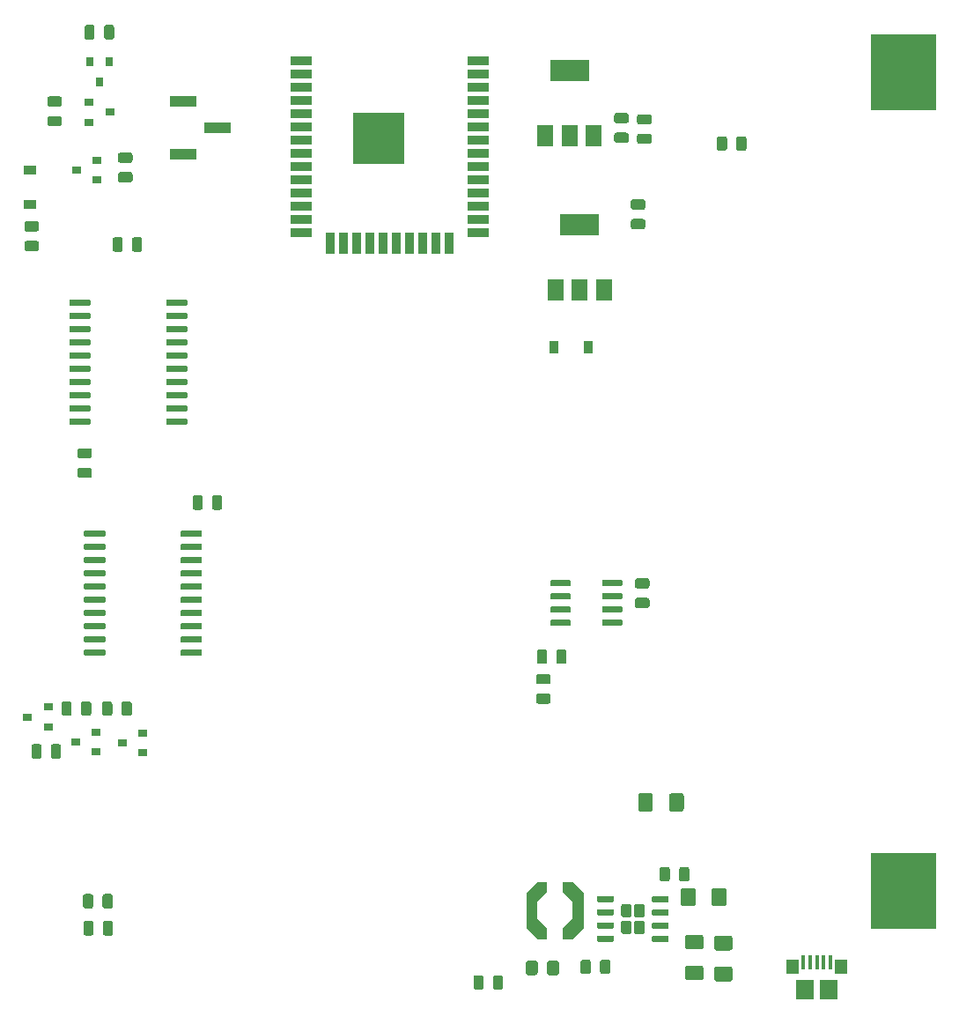
<source format=gbr>
G04 #@! TF.GenerationSoftware,KiCad,Pcbnew,5.1.5+dfsg1-2build2*
G04 #@! TF.CreationDate,2022-02-11T05:24:06+00:00*
G04 #@! TF.ProjectId,psion-org2-bluetooth-adapter,7073696f-6e2d-46f7-9267-322d626c7565,rev?*
G04 #@! TF.SameCoordinates,Original*
G04 #@! TF.FileFunction,Paste,Top*
G04 #@! TF.FilePolarity,Positive*
%FSLAX46Y46*%
G04 Gerber Fmt 4.6, Leading zero omitted, Abs format (unit mm)*
G04 Created by KiCad (PCBNEW 5.1.5+dfsg1-2build2) date 2022-02-11 05:24:06*
%MOMM*%
%LPD*%
G04 APERTURE LIST*
%ADD10R,0.900000X0.800000*%
%ADD11C,0.100000*%
%ADD12R,1.200000X0.900000*%
%ADD13R,1.500000X2.000000*%
%ADD14R,3.800000X2.000000*%
%ADD15R,2.000000X0.900000*%
%ADD16R,0.900000X2.000000*%
%ADD17R,5.000000X5.000000*%
%ADD18R,0.800000X0.900000*%
%ADD19R,1.150000X1.450000*%
%ADD20R,1.750000X1.900000*%
%ADD21R,0.400000X1.400000*%
%ADD22R,6.350000X7.340000*%
%ADD23R,0.900000X1.200000*%
%ADD24R,2.510000X1.000000*%
G04 APERTURE END LIST*
D10*
X114400000Y-64050000D03*
X116400000Y-63100000D03*
X116400000Y-65000000D03*
D11*
G36*
X110580142Y-68976174D02*
G01*
X110603803Y-68979684D01*
X110627007Y-68985496D01*
X110649529Y-68993554D01*
X110671153Y-69003782D01*
X110691670Y-69016079D01*
X110710883Y-69030329D01*
X110728607Y-69046393D01*
X110744671Y-69064117D01*
X110758921Y-69083330D01*
X110771218Y-69103847D01*
X110781446Y-69125471D01*
X110789504Y-69147993D01*
X110795316Y-69171197D01*
X110798826Y-69194858D01*
X110800000Y-69218750D01*
X110800000Y-69706250D01*
X110798826Y-69730142D01*
X110795316Y-69753803D01*
X110789504Y-69777007D01*
X110781446Y-69799529D01*
X110771218Y-69821153D01*
X110758921Y-69841670D01*
X110744671Y-69860883D01*
X110728607Y-69878607D01*
X110710883Y-69894671D01*
X110691670Y-69908921D01*
X110671153Y-69921218D01*
X110649529Y-69931446D01*
X110627007Y-69939504D01*
X110603803Y-69945316D01*
X110580142Y-69948826D01*
X110556250Y-69950000D01*
X109643750Y-69950000D01*
X109619858Y-69948826D01*
X109596197Y-69945316D01*
X109572993Y-69939504D01*
X109550471Y-69931446D01*
X109528847Y-69921218D01*
X109508330Y-69908921D01*
X109489117Y-69894671D01*
X109471393Y-69878607D01*
X109455329Y-69860883D01*
X109441079Y-69841670D01*
X109428782Y-69821153D01*
X109418554Y-69799529D01*
X109410496Y-69777007D01*
X109404684Y-69753803D01*
X109401174Y-69730142D01*
X109400000Y-69706250D01*
X109400000Y-69218750D01*
X109401174Y-69194858D01*
X109404684Y-69171197D01*
X109410496Y-69147993D01*
X109418554Y-69125471D01*
X109428782Y-69103847D01*
X109441079Y-69083330D01*
X109455329Y-69064117D01*
X109471393Y-69046393D01*
X109489117Y-69030329D01*
X109508330Y-69016079D01*
X109528847Y-69003782D01*
X109550471Y-68993554D01*
X109572993Y-68985496D01*
X109596197Y-68979684D01*
X109619858Y-68976174D01*
X109643750Y-68975000D01*
X110556250Y-68975000D01*
X110580142Y-68976174D01*
G37*
G36*
X110580142Y-70851174D02*
G01*
X110603803Y-70854684D01*
X110627007Y-70860496D01*
X110649529Y-70868554D01*
X110671153Y-70878782D01*
X110691670Y-70891079D01*
X110710883Y-70905329D01*
X110728607Y-70921393D01*
X110744671Y-70939117D01*
X110758921Y-70958330D01*
X110771218Y-70978847D01*
X110781446Y-71000471D01*
X110789504Y-71022993D01*
X110795316Y-71046197D01*
X110798826Y-71069858D01*
X110800000Y-71093750D01*
X110800000Y-71581250D01*
X110798826Y-71605142D01*
X110795316Y-71628803D01*
X110789504Y-71652007D01*
X110781446Y-71674529D01*
X110771218Y-71696153D01*
X110758921Y-71716670D01*
X110744671Y-71735883D01*
X110728607Y-71753607D01*
X110710883Y-71769671D01*
X110691670Y-71783921D01*
X110671153Y-71796218D01*
X110649529Y-71806446D01*
X110627007Y-71814504D01*
X110603803Y-71820316D01*
X110580142Y-71823826D01*
X110556250Y-71825000D01*
X109643750Y-71825000D01*
X109619858Y-71823826D01*
X109596197Y-71820316D01*
X109572993Y-71814504D01*
X109550471Y-71806446D01*
X109528847Y-71796218D01*
X109508330Y-71783921D01*
X109489117Y-71769671D01*
X109471393Y-71753607D01*
X109455329Y-71735883D01*
X109441079Y-71716670D01*
X109428782Y-71696153D01*
X109418554Y-71674529D01*
X109410496Y-71652007D01*
X109404684Y-71628803D01*
X109401174Y-71605142D01*
X109400000Y-71581250D01*
X109400000Y-71093750D01*
X109401174Y-71069858D01*
X109404684Y-71046197D01*
X109410496Y-71022993D01*
X109418554Y-71000471D01*
X109428782Y-70978847D01*
X109441079Y-70958330D01*
X109455329Y-70939117D01*
X109471393Y-70921393D01*
X109489117Y-70905329D01*
X109508330Y-70891079D01*
X109528847Y-70878782D01*
X109550471Y-70868554D01*
X109572993Y-70860496D01*
X109596197Y-70854684D01*
X109619858Y-70851174D01*
X109643750Y-70850000D01*
X110556250Y-70850000D01*
X110580142Y-70851174D01*
G37*
G36*
X119580142Y-64251174D02*
G01*
X119603803Y-64254684D01*
X119627007Y-64260496D01*
X119649529Y-64268554D01*
X119671153Y-64278782D01*
X119691670Y-64291079D01*
X119710883Y-64305329D01*
X119728607Y-64321393D01*
X119744671Y-64339117D01*
X119758921Y-64358330D01*
X119771218Y-64378847D01*
X119781446Y-64400471D01*
X119789504Y-64422993D01*
X119795316Y-64446197D01*
X119798826Y-64469858D01*
X119800000Y-64493750D01*
X119800000Y-64981250D01*
X119798826Y-65005142D01*
X119795316Y-65028803D01*
X119789504Y-65052007D01*
X119781446Y-65074529D01*
X119771218Y-65096153D01*
X119758921Y-65116670D01*
X119744671Y-65135883D01*
X119728607Y-65153607D01*
X119710883Y-65169671D01*
X119691670Y-65183921D01*
X119671153Y-65196218D01*
X119649529Y-65206446D01*
X119627007Y-65214504D01*
X119603803Y-65220316D01*
X119580142Y-65223826D01*
X119556250Y-65225000D01*
X118643750Y-65225000D01*
X118619858Y-65223826D01*
X118596197Y-65220316D01*
X118572993Y-65214504D01*
X118550471Y-65206446D01*
X118528847Y-65196218D01*
X118508330Y-65183921D01*
X118489117Y-65169671D01*
X118471393Y-65153607D01*
X118455329Y-65135883D01*
X118441079Y-65116670D01*
X118428782Y-65096153D01*
X118418554Y-65074529D01*
X118410496Y-65052007D01*
X118404684Y-65028803D01*
X118401174Y-65005142D01*
X118400000Y-64981250D01*
X118400000Y-64493750D01*
X118401174Y-64469858D01*
X118404684Y-64446197D01*
X118410496Y-64422993D01*
X118418554Y-64400471D01*
X118428782Y-64378847D01*
X118441079Y-64358330D01*
X118455329Y-64339117D01*
X118471393Y-64321393D01*
X118489117Y-64305329D01*
X118508330Y-64291079D01*
X118528847Y-64278782D01*
X118550471Y-64268554D01*
X118572993Y-64260496D01*
X118596197Y-64254684D01*
X118619858Y-64251174D01*
X118643750Y-64250000D01*
X119556250Y-64250000D01*
X119580142Y-64251174D01*
G37*
G36*
X119580142Y-62376174D02*
G01*
X119603803Y-62379684D01*
X119627007Y-62385496D01*
X119649529Y-62393554D01*
X119671153Y-62403782D01*
X119691670Y-62416079D01*
X119710883Y-62430329D01*
X119728607Y-62446393D01*
X119744671Y-62464117D01*
X119758921Y-62483330D01*
X119771218Y-62503847D01*
X119781446Y-62525471D01*
X119789504Y-62547993D01*
X119795316Y-62571197D01*
X119798826Y-62594858D01*
X119800000Y-62618750D01*
X119800000Y-63106250D01*
X119798826Y-63130142D01*
X119795316Y-63153803D01*
X119789504Y-63177007D01*
X119781446Y-63199529D01*
X119771218Y-63221153D01*
X119758921Y-63241670D01*
X119744671Y-63260883D01*
X119728607Y-63278607D01*
X119710883Y-63294671D01*
X119691670Y-63308921D01*
X119671153Y-63321218D01*
X119649529Y-63331446D01*
X119627007Y-63339504D01*
X119603803Y-63345316D01*
X119580142Y-63348826D01*
X119556250Y-63350000D01*
X118643750Y-63350000D01*
X118619858Y-63348826D01*
X118596197Y-63345316D01*
X118572993Y-63339504D01*
X118550471Y-63331446D01*
X118528847Y-63321218D01*
X118508330Y-63308921D01*
X118489117Y-63294671D01*
X118471393Y-63278607D01*
X118455329Y-63260883D01*
X118441079Y-63241670D01*
X118428782Y-63221153D01*
X118418554Y-63199529D01*
X118410496Y-63177007D01*
X118404684Y-63153803D01*
X118401174Y-63130142D01*
X118400000Y-63106250D01*
X118400000Y-62618750D01*
X118401174Y-62594858D01*
X118404684Y-62571197D01*
X118410496Y-62547993D01*
X118418554Y-62525471D01*
X118428782Y-62503847D01*
X118441079Y-62483330D01*
X118455329Y-62464117D01*
X118471393Y-62446393D01*
X118489117Y-62430329D01*
X118508330Y-62416079D01*
X118528847Y-62403782D01*
X118550471Y-62393554D01*
X118572993Y-62385496D01*
X118596197Y-62379684D01*
X118619858Y-62376174D01*
X118643750Y-62375000D01*
X119556250Y-62375000D01*
X119580142Y-62376174D01*
G37*
D12*
X109900000Y-67350000D03*
X109900000Y-64050000D03*
D11*
G36*
X166739704Y-103420723D02*
G01*
X166754265Y-103422883D01*
X166768544Y-103426460D01*
X166782404Y-103431419D01*
X166795711Y-103437713D01*
X166808337Y-103445281D01*
X166820160Y-103454049D01*
X166831067Y-103463935D01*
X166840953Y-103474842D01*
X166849721Y-103486665D01*
X166857289Y-103499291D01*
X166863583Y-103512598D01*
X166868542Y-103526458D01*
X166872119Y-103540737D01*
X166874279Y-103555298D01*
X166875001Y-103570001D01*
X166875001Y-103870001D01*
X166874279Y-103884704D01*
X166872119Y-103899265D01*
X166868542Y-103913544D01*
X166863583Y-103927404D01*
X166857289Y-103940711D01*
X166849721Y-103953337D01*
X166840953Y-103965160D01*
X166831067Y-103976067D01*
X166820160Y-103985953D01*
X166808337Y-103994721D01*
X166795711Y-104002289D01*
X166782404Y-104008583D01*
X166768544Y-104013542D01*
X166754265Y-104017119D01*
X166739704Y-104019279D01*
X166725001Y-104020001D01*
X165075001Y-104020001D01*
X165060298Y-104019279D01*
X165045737Y-104017119D01*
X165031458Y-104013542D01*
X165017598Y-104008583D01*
X165004291Y-104002289D01*
X164991665Y-103994721D01*
X164979842Y-103985953D01*
X164968935Y-103976067D01*
X164959049Y-103965160D01*
X164950281Y-103953337D01*
X164942713Y-103940711D01*
X164936419Y-103927404D01*
X164931460Y-103913544D01*
X164927883Y-103899265D01*
X164925723Y-103884704D01*
X164925001Y-103870001D01*
X164925001Y-103570001D01*
X164925723Y-103555298D01*
X164927883Y-103540737D01*
X164931460Y-103526458D01*
X164936419Y-103512598D01*
X164942713Y-103499291D01*
X164950281Y-103486665D01*
X164959049Y-103474842D01*
X164968935Y-103463935D01*
X164979842Y-103454049D01*
X164991665Y-103445281D01*
X165004291Y-103437713D01*
X165017598Y-103431419D01*
X165031458Y-103426460D01*
X165045737Y-103422883D01*
X165060298Y-103420723D01*
X165075001Y-103420001D01*
X166725001Y-103420001D01*
X166739704Y-103420723D01*
G37*
G36*
X166739704Y-104690723D02*
G01*
X166754265Y-104692883D01*
X166768544Y-104696460D01*
X166782404Y-104701419D01*
X166795711Y-104707713D01*
X166808337Y-104715281D01*
X166820160Y-104724049D01*
X166831067Y-104733935D01*
X166840953Y-104744842D01*
X166849721Y-104756665D01*
X166857289Y-104769291D01*
X166863583Y-104782598D01*
X166868542Y-104796458D01*
X166872119Y-104810737D01*
X166874279Y-104825298D01*
X166875001Y-104840001D01*
X166875001Y-105140001D01*
X166874279Y-105154704D01*
X166872119Y-105169265D01*
X166868542Y-105183544D01*
X166863583Y-105197404D01*
X166857289Y-105210711D01*
X166849721Y-105223337D01*
X166840953Y-105235160D01*
X166831067Y-105246067D01*
X166820160Y-105255953D01*
X166808337Y-105264721D01*
X166795711Y-105272289D01*
X166782404Y-105278583D01*
X166768544Y-105283542D01*
X166754265Y-105287119D01*
X166739704Y-105289279D01*
X166725001Y-105290001D01*
X165075001Y-105290001D01*
X165060298Y-105289279D01*
X165045737Y-105287119D01*
X165031458Y-105283542D01*
X165017598Y-105278583D01*
X165004291Y-105272289D01*
X164991665Y-105264721D01*
X164979842Y-105255953D01*
X164968935Y-105246067D01*
X164959049Y-105235160D01*
X164950281Y-105223337D01*
X164942713Y-105210711D01*
X164936419Y-105197404D01*
X164931460Y-105183544D01*
X164927883Y-105169265D01*
X164925723Y-105154704D01*
X164925001Y-105140001D01*
X164925001Y-104840001D01*
X164925723Y-104825298D01*
X164927883Y-104810737D01*
X164931460Y-104796458D01*
X164936419Y-104782598D01*
X164942713Y-104769291D01*
X164950281Y-104756665D01*
X164959049Y-104744842D01*
X164968935Y-104733935D01*
X164979842Y-104724049D01*
X164991665Y-104715281D01*
X165004291Y-104707713D01*
X165017598Y-104701419D01*
X165031458Y-104696460D01*
X165045737Y-104692883D01*
X165060298Y-104690723D01*
X165075001Y-104690001D01*
X166725001Y-104690001D01*
X166739704Y-104690723D01*
G37*
G36*
X166739704Y-105960723D02*
G01*
X166754265Y-105962883D01*
X166768544Y-105966460D01*
X166782404Y-105971419D01*
X166795711Y-105977713D01*
X166808337Y-105985281D01*
X166820160Y-105994049D01*
X166831067Y-106003935D01*
X166840953Y-106014842D01*
X166849721Y-106026665D01*
X166857289Y-106039291D01*
X166863583Y-106052598D01*
X166868542Y-106066458D01*
X166872119Y-106080737D01*
X166874279Y-106095298D01*
X166875001Y-106110001D01*
X166875001Y-106410001D01*
X166874279Y-106424704D01*
X166872119Y-106439265D01*
X166868542Y-106453544D01*
X166863583Y-106467404D01*
X166857289Y-106480711D01*
X166849721Y-106493337D01*
X166840953Y-106505160D01*
X166831067Y-106516067D01*
X166820160Y-106525953D01*
X166808337Y-106534721D01*
X166795711Y-106542289D01*
X166782404Y-106548583D01*
X166768544Y-106553542D01*
X166754265Y-106557119D01*
X166739704Y-106559279D01*
X166725001Y-106560001D01*
X165075001Y-106560001D01*
X165060298Y-106559279D01*
X165045737Y-106557119D01*
X165031458Y-106553542D01*
X165017598Y-106548583D01*
X165004291Y-106542289D01*
X164991665Y-106534721D01*
X164979842Y-106525953D01*
X164968935Y-106516067D01*
X164959049Y-106505160D01*
X164950281Y-106493337D01*
X164942713Y-106480711D01*
X164936419Y-106467404D01*
X164931460Y-106453544D01*
X164927883Y-106439265D01*
X164925723Y-106424704D01*
X164925001Y-106410001D01*
X164925001Y-106110001D01*
X164925723Y-106095298D01*
X164927883Y-106080737D01*
X164931460Y-106066458D01*
X164936419Y-106052598D01*
X164942713Y-106039291D01*
X164950281Y-106026665D01*
X164959049Y-106014842D01*
X164968935Y-106003935D01*
X164979842Y-105994049D01*
X164991665Y-105985281D01*
X165004291Y-105977713D01*
X165017598Y-105971419D01*
X165031458Y-105966460D01*
X165045737Y-105962883D01*
X165060298Y-105960723D01*
X165075001Y-105960001D01*
X166725001Y-105960001D01*
X166739704Y-105960723D01*
G37*
G36*
X166739704Y-107230723D02*
G01*
X166754265Y-107232883D01*
X166768544Y-107236460D01*
X166782404Y-107241419D01*
X166795711Y-107247713D01*
X166808337Y-107255281D01*
X166820160Y-107264049D01*
X166831067Y-107273935D01*
X166840953Y-107284842D01*
X166849721Y-107296665D01*
X166857289Y-107309291D01*
X166863583Y-107322598D01*
X166868542Y-107336458D01*
X166872119Y-107350737D01*
X166874279Y-107365298D01*
X166875001Y-107380001D01*
X166875001Y-107680001D01*
X166874279Y-107694704D01*
X166872119Y-107709265D01*
X166868542Y-107723544D01*
X166863583Y-107737404D01*
X166857289Y-107750711D01*
X166849721Y-107763337D01*
X166840953Y-107775160D01*
X166831067Y-107786067D01*
X166820160Y-107795953D01*
X166808337Y-107804721D01*
X166795711Y-107812289D01*
X166782404Y-107818583D01*
X166768544Y-107823542D01*
X166754265Y-107827119D01*
X166739704Y-107829279D01*
X166725001Y-107830001D01*
X165075001Y-107830001D01*
X165060298Y-107829279D01*
X165045737Y-107827119D01*
X165031458Y-107823542D01*
X165017598Y-107818583D01*
X165004291Y-107812289D01*
X164991665Y-107804721D01*
X164979842Y-107795953D01*
X164968935Y-107786067D01*
X164959049Y-107775160D01*
X164950281Y-107763337D01*
X164942713Y-107750711D01*
X164936419Y-107737404D01*
X164931460Y-107723544D01*
X164927883Y-107709265D01*
X164925723Y-107694704D01*
X164925001Y-107680001D01*
X164925001Y-107380001D01*
X164925723Y-107365298D01*
X164927883Y-107350737D01*
X164931460Y-107336458D01*
X164936419Y-107322598D01*
X164942713Y-107309291D01*
X164950281Y-107296665D01*
X164959049Y-107284842D01*
X164968935Y-107273935D01*
X164979842Y-107264049D01*
X164991665Y-107255281D01*
X165004291Y-107247713D01*
X165017598Y-107241419D01*
X165031458Y-107236460D01*
X165045737Y-107232883D01*
X165060298Y-107230723D01*
X165075001Y-107230001D01*
X166725001Y-107230001D01*
X166739704Y-107230723D01*
G37*
G36*
X161789704Y-107230723D02*
G01*
X161804265Y-107232883D01*
X161818544Y-107236460D01*
X161832404Y-107241419D01*
X161845711Y-107247713D01*
X161858337Y-107255281D01*
X161870160Y-107264049D01*
X161881067Y-107273935D01*
X161890953Y-107284842D01*
X161899721Y-107296665D01*
X161907289Y-107309291D01*
X161913583Y-107322598D01*
X161918542Y-107336458D01*
X161922119Y-107350737D01*
X161924279Y-107365298D01*
X161925001Y-107380001D01*
X161925001Y-107680001D01*
X161924279Y-107694704D01*
X161922119Y-107709265D01*
X161918542Y-107723544D01*
X161913583Y-107737404D01*
X161907289Y-107750711D01*
X161899721Y-107763337D01*
X161890953Y-107775160D01*
X161881067Y-107786067D01*
X161870160Y-107795953D01*
X161858337Y-107804721D01*
X161845711Y-107812289D01*
X161832404Y-107818583D01*
X161818544Y-107823542D01*
X161804265Y-107827119D01*
X161789704Y-107829279D01*
X161775001Y-107830001D01*
X160125001Y-107830001D01*
X160110298Y-107829279D01*
X160095737Y-107827119D01*
X160081458Y-107823542D01*
X160067598Y-107818583D01*
X160054291Y-107812289D01*
X160041665Y-107804721D01*
X160029842Y-107795953D01*
X160018935Y-107786067D01*
X160009049Y-107775160D01*
X160000281Y-107763337D01*
X159992713Y-107750711D01*
X159986419Y-107737404D01*
X159981460Y-107723544D01*
X159977883Y-107709265D01*
X159975723Y-107694704D01*
X159975001Y-107680001D01*
X159975001Y-107380001D01*
X159975723Y-107365298D01*
X159977883Y-107350737D01*
X159981460Y-107336458D01*
X159986419Y-107322598D01*
X159992713Y-107309291D01*
X160000281Y-107296665D01*
X160009049Y-107284842D01*
X160018935Y-107273935D01*
X160029842Y-107264049D01*
X160041665Y-107255281D01*
X160054291Y-107247713D01*
X160067598Y-107241419D01*
X160081458Y-107236460D01*
X160095737Y-107232883D01*
X160110298Y-107230723D01*
X160125001Y-107230001D01*
X161775001Y-107230001D01*
X161789704Y-107230723D01*
G37*
G36*
X161789704Y-105960723D02*
G01*
X161804265Y-105962883D01*
X161818544Y-105966460D01*
X161832404Y-105971419D01*
X161845711Y-105977713D01*
X161858337Y-105985281D01*
X161870160Y-105994049D01*
X161881067Y-106003935D01*
X161890953Y-106014842D01*
X161899721Y-106026665D01*
X161907289Y-106039291D01*
X161913583Y-106052598D01*
X161918542Y-106066458D01*
X161922119Y-106080737D01*
X161924279Y-106095298D01*
X161925001Y-106110001D01*
X161925001Y-106410001D01*
X161924279Y-106424704D01*
X161922119Y-106439265D01*
X161918542Y-106453544D01*
X161913583Y-106467404D01*
X161907289Y-106480711D01*
X161899721Y-106493337D01*
X161890953Y-106505160D01*
X161881067Y-106516067D01*
X161870160Y-106525953D01*
X161858337Y-106534721D01*
X161845711Y-106542289D01*
X161832404Y-106548583D01*
X161818544Y-106553542D01*
X161804265Y-106557119D01*
X161789704Y-106559279D01*
X161775001Y-106560001D01*
X160125001Y-106560001D01*
X160110298Y-106559279D01*
X160095737Y-106557119D01*
X160081458Y-106553542D01*
X160067598Y-106548583D01*
X160054291Y-106542289D01*
X160041665Y-106534721D01*
X160029842Y-106525953D01*
X160018935Y-106516067D01*
X160009049Y-106505160D01*
X160000281Y-106493337D01*
X159992713Y-106480711D01*
X159986419Y-106467404D01*
X159981460Y-106453544D01*
X159977883Y-106439265D01*
X159975723Y-106424704D01*
X159975001Y-106410001D01*
X159975001Y-106110001D01*
X159975723Y-106095298D01*
X159977883Y-106080737D01*
X159981460Y-106066458D01*
X159986419Y-106052598D01*
X159992713Y-106039291D01*
X160000281Y-106026665D01*
X160009049Y-106014842D01*
X160018935Y-106003935D01*
X160029842Y-105994049D01*
X160041665Y-105985281D01*
X160054291Y-105977713D01*
X160067598Y-105971419D01*
X160081458Y-105966460D01*
X160095737Y-105962883D01*
X160110298Y-105960723D01*
X160125001Y-105960001D01*
X161775001Y-105960001D01*
X161789704Y-105960723D01*
G37*
G36*
X161789704Y-104690723D02*
G01*
X161804265Y-104692883D01*
X161818544Y-104696460D01*
X161832404Y-104701419D01*
X161845711Y-104707713D01*
X161858337Y-104715281D01*
X161870160Y-104724049D01*
X161881067Y-104733935D01*
X161890953Y-104744842D01*
X161899721Y-104756665D01*
X161907289Y-104769291D01*
X161913583Y-104782598D01*
X161918542Y-104796458D01*
X161922119Y-104810737D01*
X161924279Y-104825298D01*
X161925001Y-104840001D01*
X161925001Y-105140001D01*
X161924279Y-105154704D01*
X161922119Y-105169265D01*
X161918542Y-105183544D01*
X161913583Y-105197404D01*
X161907289Y-105210711D01*
X161899721Y-105223337D01*
X161890953Y-105235160D01*
X161881067Y-105246067D01*
X161870160Y-105255953D01*
X161858337Y-105264721D01*
X161845711Y-105272289D01*
X161832404Y-105278583D01*
X161818544Y-105283542D01*
X161804265Y-105287119D01*
X161789704Y-105289279D01*
X161775001Y-105290001D01*
X160125001Y-105290001D01*
X160110298Y-105289279D01*
X160095737Y-105287119D01*
X160081458Y-105283542D01*
X160067598Y-105278583D01*
X160054291Y-105272289D01*
X160041665Y-105264721D01*
X160029842Y-105255953D01*
X160018935Y-105246067D01*
X160009049Y-105235160D01*
X160000281Y-105223337D01*
X159992713Y-105210711D01*
X159986419Y-105197404D01*
X159981460Y-105183544D01*
X159977883Y-105169265D01*
X159975723Y-105154704D01*
X159975001Y-105140001D01*
X159975001Y-104840001D01*
X159975723Y-104825298D01*
X159977883Y-104810737D01*
X159981460Y-104796458D01*
X159986419Y-104782598D01*
X159992713Y-104769291D01*
X160000281Y-104756665D01*
X160009049Y-104744842D01*
X160018935Y-104733935D01*
X160029842Y-104724049D01*
X160041665Y-104715281D01*
X160054291Y-104707713D01*
X160067598Y-104701419D01*
X160081458Y-104696460D01*
X160095737Y-104692883D01*
X160110298Y-104690723D01*
X160125001Y-104690001D01*
X161775001Y-104690001D01*
X161789704Y-104690723D01*
G37*
G36*
X161789704Y-103420723D02*
G01*
X161804265Y-103422883D01*
X161818544Y-103426460D01*
X161832404Y-103431419D01*
X161845711Y-103437713D01*
X161858337Y-103445281D01*
X161870160Y-103454049D01*
X161881067Y-103463935D01*
X161890953Y-103474842D01*
X161899721Y-103486665D01*
X161907289Y-103499291D01*
X161913583Y-103512598D01*
X161918542Y-103526458D01*
X161922119Y-103540737D01*
X161924279Y-103555298D01*
X161925001Y-103570001D01*
X161925001Y-103870001D01*
X161924279Y-103884704D01*
X161922119Y-103899265D01*
X161918542Y-103913544D01*
X161913583Y-103927404D01*
X161907289Y-103940711D01*
X161899721Y-103953337D01*
X161890953Y-103965160D01*
X161881067Y-103976067D01*
X161870160Y-103985953D01*
X161858337Y-103994721D01*
X161845711Y-104002289D01*
X161832404Y-104008583D01*
X161818544Y-104013542D01*
X161804265Y-104017119D01*
X161789704Y-104019279D01*
X161775001Y-104020001D01*
X160125001Y-104020001D01*
X160110298Y-104019279D01*
X160095737Y-104017119D01*
X160081458Y-104013542D01*
X160067598Y-104008583D01*
X160054291Y-104002289D01*
X160041665Y-103994721D01*
X160029842Y-103985953D01*
X160018935Y-103976067D01*
X160009049Y-103965160D01*
X160000281Y-103953337D01*
X159992713Y-103940711D01*
X159986419Y-103927404D01*
X159981460Y-103913544D01*
X159977883Y-103899265D01*
X159975723Y-103884704D01*
X159975001Y-103870001D01*
X159975001Y-103570001D01*
X159975723Y-103555298D01*
X159977883Y-103540737D01*
X159981460Y-103526458D01*
X159986419Y-103512598D01*
X159992713Y-103499291D01*
X160000281Y-103486665D01*
X160009049Y-103474842D01*
X160018935Y-103463935D01*
X160029842Y-103454049D01*
X160041665Y-103445281D01*
X160054291Y-103437713D01*
X160067598Y-103431419D01*
X160081458Y-103426460D01*
X160095737Y-103422883D01*
X160110298Y-103420723D01*
X160125001Y-103420001D01*
X161775001Y-103420001D01*
X161789704Y-103420723D01*
G37*
G36*
X169280142Y-105151174D02*
G01*
X169303803Y-105154684D01*
X169327007Y-105160496D01*
X169349529Y-105168554D01*
X169371153Y-105178782D01*
X169391670Y-105191079D01*
X169410883Y-105205329D01*
X169428607Y-105221393D01*
X169444671Y-105239117D01*
X169458921Y-105258330D01*
X169471218Y-105278847D01*
X169481446Y-105300471D01*
X169489504Y-105322993D01*
X169495316Y-105346197D01*
X169498826Y-105369858D01*
X169500000Y-105393750D01*
X169500000Y-105881250D01*
X169498826Y-105905142D01*
X169495316Y-105928803D01*
X169489504Y-105952007D01*
X169481446Y-105974529D01*
X169471218Y-105996153D01*
X169458921Y-106016670D01*
X169444671Y-106035883D01*
X169428607Y-106053607D01*
X169410883Y-106069671D01*
X169391670Y-106083921D01*
X169371153Y-106096218D01*
X169349529Y-106106446D01*
X169327007Y-106114504D01*
X169303803Y-106120316D01*
X169280142Y-106123826D01*
X169256250Y-106125000D01*
X168343750Y-106125000D01*
X168319858Y-106123826D01*
X168296197Y-106120316D01*
X168272993Y-106114504D01*
X168250471Y-106106446D01*
X168228847Y-106096218D01*
X168208330Y-106083921D01*
X168189117Y-106069671D01*
X168171393Y-106053607D01*
X168155329Y-106035883D01*
X168141079Y-106016670D01*
X168128782Y-105996153D01*
X168118554Y-105974529D01*
X168110496Y-105952007D01*
X168104684Y-105928803D01*
X168101174Y-105905142D01*
X168100000Y-105881250D01*
X168100000Y-105393750D01*
X168101174Y-105369858D01*
X168104684Y-105346197D01*
X168110496Y-105322993D01*
X168118554Y-105300471D01*
X168128782Y-105278847D01*
X168141079Y-105258330D01*
X168155329Y-105239117D01*
X168171393Y-105221393D01*
X168189117Y-105205329D01*
X168208330Y-105191079D01*
X168228847Y-105178782D01*
X168250471Y-105168554D01*
X168272993Y-105160496D01*
X168296197Y-105154684D01*
X168319858Y-105151174D01*
X168343750Y-105150000D01*
X169256250Y-105150000D01*
X169280142Y-105151174D01*
G37*
G36*
X169280142Y-103276174D02*
G01*
X169303803Y-103279684D01*
X169327007Y-103285496D01*
X169349529Y-103293554D01*
X169371153Y-103303782D01*
X169391670Y-103316079D01*
X169410883Y-103330329D01*
X169428607Y-103346393D01*
X169444671Y-103364117D01*
X169458921Y-103383330D01*
X169471218Y-103403847D01*
X169481446Y-103425471D01*
X169489504Y-103447993D01*
X169495316Y-103471197D01*
X169498826Y-103494858D01*
X169500000Y-103518750D01*
X169500000Y-104006250D01*
X169498826Y-104030142D01*
X169495316Y-104053803D01*
X169489504Y-104077007D01*
X169481446Y-104099529D01*
X169471218Y-104121153D01*
X169458921Y-104141670D01*
X169444671Y-104160883D01*
X169428607Y-104178607D01*
X169410883Y-104194671D01*
X169391670Y-104208921D01*
X169371153Y-104221218D01*
X169349529Y-104231446D01*
X169327007Y-104239504D01*
X169303803Y-104245316D01*
X169280142Y-104248826D01*
X169256250Y-104250000D01*
X168343750Y-104250000D01*
X168319858Y-104248826D01*
X168296197Y-104245316D01*
X168272993Y-104239504D01*
X168250471Y-104231446D01*
X168228847Y-104221218D01*
X168208330Y-104208921D01*
X168189117Y-104194671D01*
X168171393Y-104178607D01*
X168155329Y-104160883D01*
X168141079Y-104141670D01*
X168128782Y-104121153D01*
X168118554Y-104099529D01*
X168110496Y-104077007D01*
X168104684Y-104053803D01*
X168101174Y-104030142D01*
X168100000Y-104006250D01*
X168100000Y-103518750D01*
X168101174Y-103494858D01*
X168104684Y-103471197D01*
X168110496Y-103447993D01*
X168118554Y-103425471D01*
X168128782Y-103403847D01*
X168141079Y-103383330D01*
X168155329Y-103364117D01*
X168171393Y-103346393D01*
X168189117Y-103330329D01*
X168208330Y-103316079D01*
X168228847Y-103303782D01*
X168250471Y-103293554D01*
X168272993Y-103285496D01*
X168296197Y-103279684D01*
X168319858Y-103276174D01*
X168343750Y-103275000D01*
X169256250Y-103275000D01*
X169280142Y-103276174D01*
G37*
G36*
X169480142Y-60551174D02*
G01*
X169503803Y-60554684D01*
X169527007Y-60560496D01*
X169549529Y-60568554D01*
X169571153Y-60578782D01*
X169591670Y-60591079D01*
X169610883Y-60605329D01*
X169628607Y-60621393D01*
X169644671Y-60639117D01*
X169658921Y-60658330D01*
X169671218Y-60678847D01*
X169681446Y-60700471D01*
X169689504Y-60722993D01*
X169695316Y-60746197D01*
X169698826Y-60769858D01*
X169700000Y-60793750D01*
X169700000Y-61281250D01*
X169698826Y-61305142D01*
X169695316Y-61328803D01*
X169689504Y-61352007D01*
X169681446Y-61374529D01*
X169671218Y-61396153D01*
X169658921Y-61416670D01*
X169644671Y-61435883D01*
X169628607Y-61453607D01*
X169610883Y-61469671D01*
X169591670Y-61483921D01*
X169571153Y-61496218D01*
X169549529Y-61506446D01*
X169527007Y-61514504D01*
X169503803Y-61520316D01*
X169480142Y-61523826D01*
X169456250Y-61525000D01*
X168543750Y-61525000D01*
X168519858Y-61523826D01*
X168496197Y-61520316D01*
X168472993Y-61514504D01*
X168450471Y-61506446D01*
X168428847Y-61496218D01*
X168408330Y-61483921D01*
X168389117Y-61469671D01*
X168371393Y-61453607D01*
X168355329Y-61435883D01*
X168341079Y-61416670D01*
X168328782Y-61396153D01*
X168318554Y-61374529D01*
X168310496Y-61352007D01*
X168304684Y-61328803D01*
X168301174Y-61305142D01*
X168300000Y-61281250D01*
X168300000Y-60793750D01*
X168301174Y-60769858D01*
X168304684Y-60746197D01*
X168310496Y-60722993D01*
X168318554Y-60700471D01*
X168328782Y-60678847D01*
X168341079Y-60658330D01*
X168355329Y-60639117D01*
X168371393Y-60621393D01*
X168389117Y-60605329D01*
X168408330Y-60591079D01*
X168428847Y-60578782D01*
X168450471Y-60568554D01*
X168472993Y-60560496D01*
X168496197Y-60554684D01*
X168519858Y-60551174D01*
X168543750Y-60550000D01*
X169456250Y-60550000D01*
X169480142Y-60551174D01*
G37*
G36*
X169480142Y-58676174D02*
G01*
X169503803Y-58679684D01*
X169527007Y-58685496D01*
X169549529Y-58693554D01*
X169571153Y-58703782D01*
X169591670Y-58716079D01*
X169610883Y-58730329D01*
X169628607Y-58746393D01*
X169644671Y-58764117D01*
X169658921Y-58783330D01*
X169671218Y-58803847D01*
X169681446Y-58825471D01*
X169689504Y-58847993D01*
X169695316Y-58871197D01*
X169698826Y-58894858D01*
X169700000Y-58918750D01*
X169700000Y-59406250D01*
X169698826Y-59430142D01*
X169695316Y-59453803D01*
X169689504Y-59477007D01*
X169681446Y-59499529D01*
X169671218Y-59521153D01*
X169658921Y-59541670D01*
X169644671Y-59560883D01*
X169628607Y-59578607D01*
X169610883Y-59594671D01*
X169591670Y-59608921D01*
X169571153Y-59621218D01*
X169549529Y-59631446D01*
X169527007Y-59639504D01*
X169503803Y-59645316D01*
X169480142Y-59648826D01*
X169456250Y-59650000D01*
X168543750Y-59650000D01*
X168519858Y-59648826D01*
X168496197Y-59645316D01*
X168472993Y-59639504D01*
X168450471Y-59631446D01*
X168428847Y-59621218D01*
X168408330Y-59608921D01*
X168389117Y-59594671D01*
X168371393Y-59578607D01*
X168355329Y-59560883D01*
X168341079Y-59541670D01*
X168328782Y-59521153D01*
X168318554Y-59499529D01*
X168310496Y-59477007D01*
X168304684Y-59453803D01*
X168301174Y-59430142D01*
X168300000Y-59406250D01*
X168300000Y-58918750D01*
X168301174Y-58894858D01*
X168304684Y-58871197D01*
X168310496Y-58847993D01*
X168318554Y-58825471D01*
X168328782Y-58803847D01*
X168341079Y-58783330D01*
X168355329Y-58764117D01*
X168371393Y-58746393D01*
X168389117Y-58730329D01*
X168408330Y-58716079D01*
X168428847Y-58703782D01*
X168450471Y-58693554D01*
X168472993Y-58685496D01*
X168496197Y-58679684D01*
X168519858Y-58676174D01*
X168543750Y-58675000D01*
X169456250Y-58675000D01*
X169480142Y-58676174D01*
G37*
G36*
X171214703Y-133795722D02*
G01*
X171229264Y-133797882D01*
X171243543Y-133801459D01*
X171257403Y-133806418D01*
X171270710Y-133812712D01*
X171283336Y-133820280D01*
X171295159Y-133829048D01*
X171306066Y-133838934D01*
X171315952Y-133849841D01*
X171324720Y-133861664D01*
X171332288Y-133874290D01*
X171338582Y-133887597D01*
X171343541Y-133901457D01*
X171347118Y-133915736D01*
X171349278Y-133930297D01*
X171350000Y-133945000D01*
X171350000Y-134245000D01*
X171349278Y-134259703D01*
X171347118Y-134274264D01*
X171343541Y-134288543D01*
X171338582Y-134302403D01*
X171332288Y-134315710D01*
X171324720Y-134328336D01*
X171315952Y-134340159D01*
X171306066Y-134351066D01*
X171295159Y-134360952D01*
X171283336Y-134369720D01*
X171270710Y-134377288D01*
X171257403Y-134383582D01*
X171243543Y-134388541D01*
X171229264Y-134392118D01*
X171214703Y-134394278D01*
X171200000Y-134395000D01*
X169875000Y-134395000D01*
X169860297Y-134394278D01*
X169845736Y-134392118D01*
X169831457Y-134388541D01*
X169817597Y-134383582D01*
X169804290Y-134377288D01*
X169791664Y-134369720D01*
X169779841Y-134360952D01*
X169768934Y-134351066D01*
X169759048Y-134340159D01*
X169750280Y-134328336D01*
X169742712Y-134315710D01*
X169736418Y-134302403D01*
X169731459Y-134288543D01*
X169727882Y-134274264D01*
X169725722Y-134259703D01*
X169725000Y-134245000D01*
X169725000Y-133945000D01*
X169725722Y-133930297D01*
X169727882Y-133915736D01*
X169731459Y-133901457D01*
X169736418Y-133887597D01*
X169742712Y-133874290D01*
X169750280Y-133861664D01*
X169759048Y-133849841D01*
X169768934Y-133838934D01*
X169779841Y-133829048D01*
X169791664Y-133820280D01*
X169804290Y-133812712D01*
X169817597Y-133806418D01*
X169831457Y-133801459D01*
X169845736Y-133797882D01*
X169860297Y-133795722D01*
X169875000Y-133795000D01*
X171200000Y-133795000D01*
X171214703Y-133795722D01*
G37*
G36*
X171214703Y-135065722D02*
G01*
X171229264Y-135067882D01*
X171243543Y-135071459D01*
X171257403Y-135076418D01*
X171270710Y-135082712D01*
X171283336Y-135090280D01*
X171295159Y-135099048D01*
X171306066Y-135108934D01*
X171315952Y-135119841D01*
X171324720Y-135131664D01*
X171332288Y-135144290D01*
X171338582Y-135157597D01*
X171343541Y-135171457D01*
X171347118Y-135185736D01*
X171349278Y-135200297D01*
X171350000Y-135215000D01*
X171350000Y-135515000D01*
X171349278Y-135529703D01*
X171347118Y-135544264D01*
X171343541Y-135558543D01*
X171338582Y-135572403D01*
X171332288Y-135585710D01*
X171324720Y-135598336D01*
X171315952Y-135610159D01*
X171306066Y-135621066D01*
X171295159Y-135630952D01*
X171283336Y-135639720D01*
X171270710Y-135647288D01*
X171257403Y-135653582D01*
X171243543Y-135658541D01*
X171229264Y-135662118D01*
X171214703Y-135664278D01*
X171200000Y-135665000D01*
X169875000Y-135665000D01*
X169860297Y-135664278D01*
X169845736Y-135662118D01*
X169831457Y-135658541D01*
X169817597Y-135653582D01*
X169804290Y-135647288D01*
X169791664Y-135639720D01*
X169779841Y-135630952D01*
X169768934Y-135621066D01*
X169759048Y-135610159D01*
X169750280Y-135598336D01*
X169742712Y-135585710D01*
X169736418Y-135572403D01*
X169731459Y-135558543D01*
X169727882Y-135544264D01*
X169725722Y-135529703D01*
X169725000Y-135515000D01*
X169725000Y-135215000D01*
X169725722Y-135200297D01*
X169727882Y-135185736D01*
X169731459Y-135171457D01*
X169736418Y-135157597D01*
X169742712Y-135144290D01*
X169750280Y-135131664D01*
X169759048Y-135119841D01*
X169768934Y-135108934D01*
X169779841Y-135099048D01*
X169791664Y-135090280D01*
X169804290Y-135082712D01*
X169817597Y-135076418D01*
X169831457Y-135071459D01*
X169845736Y-135067882D01*
X169860297Y-135065722D01*
X169875000Y-135065000D01*
X171200000Y-135065000D01*
X171214703Y-135065722D01*
G37*
G36*
X171214703Y-136335722D02*
G01*
X171229264Y-136337882D01*
X171243543Y-136341459D01*
X171257403Y-136346418D01*
X171270710Y-136352712D01*
X171283336Y-136360280D01*
X171295159Y-136369048D01*
X171306066Y-136378934D01*
X171315952Y-136389841D01*
X171324720Y-136401664D01*
X171332288Y-136414290D01*
X171338582Y-136427597D01*
X171343541Y-136441457D01*
X171347118Y-136455736D01*
X171349278Y-136470297D01*
X171350000Y-136485000D01*
X171350000Y-136785000D01*
X171349278Y-136799703D01*
X171347118Y-136814264D01*
X171343541Y-136828543D01*
X171338582Y-136842403D01*
X171332288Y-136855710D01*
X171324720Y-136868336D01*
X171315952Y-136880159D01*
X171306066Y-136891066D01*
X171295159Y-136900952D01*
X171283336Y-136909720D01*
X171270710Y-136917288D01*
X171257403Y-136923582D01*
X171243543Y-136928541D01*
X171229264Y-136932118D01*
X171214703Y-136934278D01*
X171200000Y-136935000D01*
X169875000Y-136935000D01*
X169860297Y-136934278D01*
X169845736Y-136932118D01*
X169831457Y-136928541D01*
X169817597Y-136923582D01*
X169804290Y-136917288D01*
X169791664Y-136909720D01*
X169779841Y-136900952D01*
X169768934Y-136891066D01*
X169759048Y-136880159D01*
X169750280Y-136868336D01*
X169742712Y-136855710D01*
X169736418Y-136842403D01*
X169731459Y-136828543D01*
X169727882Y-136814264D01*
X169725722Y-136799703D01*
X169725000Y-136785000D01*
X169725000Y-136485000D01*
X169725722Y-136470297D01*
X169727882Y-136455736D01*
X169731459Y-136441457D01*
X169736418Y-136427597D01*
X169742712Y-136414290D01*
X169750280Y-136401664D01*
X169759048Y-136389841D01*
X169768934Y-136378934D01*
X169779841Y-136369048D01*
X169791664Y-136360280D01*
X169804290Y-136352712D01*
X169817597Y-136346418D01*
X169831457Y-136341459D01*
X169845736Y-136337882D01*
X169860297Y-136335722D01*
X169875000Y-136335000D01*
X171200000Y-136335000D01*
X171214703Y-136335722D01*
G37*
G36*
X171214703Y-137605722D02*
G01*
X171229264Y-137607882D01*
X171243543Y-137611459D01*
X171257403Y-137616418D01*
X171270710Y-137622712D01*
X171283336Y-137630280D01*
X171295159Y-137639048D01*
X171306066Y-137648934D01*
X171315952Y-137659841D01*
X171324720Y-137671664D01*
X171332288Y-137684290D01*
X171338582Y-137697597D01*
X171343541Y-137711457D01*
X171347118Y-137725736D01*
X171349278Y-137740297D01*
X171350000Y-137755000D01*
X171350000Y-138055000D01*
X171349278Y-138069703D01*
X171347118Y-138084264D01*
X171343541Y-138098543D01*
X171338582Y-138112403D01*
X171332288Y-138125710D01*
X171324720Y-138138336D01*
X171315952Y-138150159D01*
X171306066Y-138161066D01*
X171295159Y-138170952D01*
X171283336Y-138179720D01*
X171270710Y-138187288D01*
X171257403Y-138193582D01*
X171243543Y-138198541D01*
X171229264Y-138202118D01*
X171214703Y-138204278D01*
X171200000Y-138205000D01*
X169875000Y-138205000D01*
X169860297Y-138204278D01*
X169845736Y-138202118D01*
X169831457Y-138198541D01*
X169817597Y-138193582D01*
X169804290Y-138187288D01*
X169791664Y-138179720D01*
X169779841Y-138170952D01*
X169768934Y-138161066D01*
X169759048Y-138150159D01*
X169750280Y-138138336D01*
X169742712Y-138125710D01*
X169736418Y-138112403D01*
X169731459Y-138098543D01*
X169727882Y-138084264D01*
X169725722Y-138069703D01*
X169725000Y-138055000D01*
X169725000Y-137755000D01*
X169725722Y-137740297D01*
X169727882Y-137725736D01*
X169731459Y-137711457D01*
X169736418Y-137697597D01*
X169742712Y-137684290D01*
X169750280Y-137671664D01*
X169759048Y-137659841D01*
X169768934Y-137648934D01*
X169779841Y-137639048D01*
X169791664Y-137630280D01*
X169804290Y-137622712D01*
X169817597Y-137616418D01*
X169831457Y-137611459D01*
X169845736Y-137607882D01*
X169860297Y-137605722D01*
X169875000Y-137605000D01*
X171200000Y-137605000D01*
X171214703Y-137605722D01*
G37*
G36*
X165939703Y-137605722D02*
G01*
X165954264Y-137607882D01*
X165968543Y-137611459D01*
X165982403Y-137616418D01*
X165995710Y-137622712D01*
X166008336Y-137630280D01*
X166020159Y-137639048D01*
X166031066Y-137648934D01*
X166040952Y-137659841D01*
X166049720Y-137671664D01*
X166057288Y-137684290D01*
X166063582Y-137697597D01*
X166068541Y-137711457D01*
X166072118Y-137725736D01*
X166074278Y-137740297D01*
X166075000Y-137755000D01*
X166075000Y-138055000D01*
X166074278Y-138069703D01*
X166072118Y-138084264D01*
X166068541Y-138098543D01*
X166063582Y-138112403D01*
X166057288Y-138125710D01*
X166049720Y-138138336D01*
X166040952Y-138150159D01*
X166031066Y-138161066D01*
X166020159Y-138170952D01*
X166008336Y-138179720D01*
X165995710Y-138187288D01*
X165982403Y-138193582D01*
X165968543Y-138198541D01*
X165954264Y-138202118D01*
X165939703Y-138204278D01*
X165925000Y-138205000D01*
X164600000Y-138205000D01*
X164585297Y-138204278D01*
X164570736Y-138202118D01*
X164556457Y-138198541D01*
X164542597Y-138193582D01*
X164529290Y-138187288D01*
X164516664Y-138179720D01*
X164504841Y-138170952D01*
X164493934Y-138161066D01*
X164484048Y-138150159D01*
X164475280Y-138138336D01*
X164467712Y-138125710D01*
X164461418Y-138112403D01*
X164456459Y-138098543D01*
X164452882Y-138084264D01*
X164450722Y-138069703D01*
X164450000Y-138055000D01*
X164450000Y-137755000D01*
X164450722Y-137740297D01*
X164452882Y-137725736D01*
X164456459Y-137711457D01*
X164461418Y-137697597D01*
X164467712Y-137684290D01*
X164475280Y-137671664D01*
X164484048Y-137659841D01*
X164493934Y-137648934D01*
X164504841Y-137639048D01*
X164516664Y-137630280D01*
X164529290Y-137622712D01*
X164542597Y-137616418D01*
X164556457Y-137611459D01*
X164570736Y-137607882D01*
X164585297Y-137605722D01*
X164600000Y-137605000D01*
X165925000Y-137605000D01*
X165939703Y-137605722D01*
G37*
G36*
X165939703Y-136335722D02*
G01*
X165954264Y-136337882D01*
X165968543Y-136341459D01*
X165982403Y-136346418D01*
X165995710Y-136352712D01*
X166008336Y-136360280D01*
X166020159Y-136369048D01*
X166031066Y-136378934D01*
X166040952Y-136389841D01*
X166049720Y-136401664D01*
X166057288Y-136414290D01*
X166063582Y-136427597D01*
X166068541Y-136441457D01*
X166072118Y-136455736D01*
X166074278Y-136470297D01*
X166075000Y-136485000D01*
X166075000Y-136785000D01*
X166074278Y-136799703D01*
X166072118Y-136814264D01*
X166068541Y-136828543D01*
X166063582Y-136842403D01*
X166057288Y-136855710D01*
X166049720Y-136868336D01*
X166040952Y-136880159D01*
X166031066Y-136891066D01*
X166020159Y-136900952D01*
X166008336Y-136909720D01*
X165995710Y-136917288D01*
X165982403Y-136923582D01*
X165968543Y-136928541D01*
X165954264Y-136932118D01*
X165939703Y-136934278D01*
X165925000Y-136935000D01*
X164600000Y-136935000D01*
X164585297Y-136934278D01*
X164570736Y-136932118D01*
X164556457Y-136928541D01*
X164542597Y-136923582D01*
X164529290Y-136917288D01*
X164516664Y-136909720D01*
X164504841Y-136900952D01*
X164493934Y-136891066D01*
X164484048Y-136880159D01*
X164475280Y-136868336D01*
X164467712Y-136855710D01*
X164461418Y-136842403D01*
X164456459Y-136828543D01*
X164452882Y-136814264D01*
X164450722Y-136799703D01*
X164450000Y-136785000D01*
X164450000Y-136485000D01*
X164450722Y-136470297D01*
X164452882Y-136455736D01*
X164456459Y-136441457D01*
X164461418Y-136427597D01*
X164467712Y-136414290D01*
X164475280Y-136401664D01*
X164484048Y-136389841D01*
X164493934Y-136378934D01*
X164504841Y-136369048D01*
X164516664Y-136360280D01*
X164529290Y-136352712D01*
X164542597Y-136346418D01*
X164556457Y-136341459D01*
X164570736Y-136337882D01*
X164585297Y-136335722D01*
X164600000Y-136335000D01*
X165925000Y-136335000D01*
X165939703Y-136335722D01*
G37*
G36*
X165939703Y-135065722D02*
G01*
X165954264Y-135067882D01*
X165968543Y-135071459D01*
X165982403Y-135076418D01*
X165995710Y-135082712D01*
X166008336Y-135090280D01*
X166020159Y-135099048D01*
X166031066Y-135108934D01*
X166040952Y-135119841D01*
X166049720Y-135131664D01*
X166057288Y-135144290D01*
X166063582Y-135157597D01*
X166068541Y-135171457D01*
X166072118Y-135185736D01*
X166074278Y-135200297D01*
X166075000Y-135215000D01*
X166075000Y-135515000D01*
X166074278Y-135529703D01*
X166072118Y-135544264D01*
X166068541Y-135558543D01*
X166063582Y-135572403D01*
X166057288Y-135585710D01*
X166049720Y-135598336D01*
X166040952Y-135610159D01*
X166031066Y-135621066D01*
X166020159Y-135630952D01*
X166008336Y-135639720D01*
X165995710Y-135647288D01*
X165982403Y-135653582D01*
X165968543Y-135658541D01*
X165954264Y-135662118D01*
X165939703Y-135664278D01*
X165925000Y-135665000D01*
X164600000Y-135665000D01*
X164585297Y-135664278D01*
X164570736Y-135662118D01*
X164556457Y-135658541D01*
X164542597Y-135653582D01*
X164529290Y-135647288D01*
X164516664Y-135639720D01*
X164504841Y-135630952D01*
X164493934Y-135621066D01*
X164484048Y-135610159D01*
X164475280Y-135598336D01*
X164467712Y-135585710D01*
X164461418Y-135572403D01*
X164456459Y-135558543D01*
X164452882Y-135544264D01*
X164450722Y-135529703D01*
X164450000Y-135515000D01*
X164450000Y-135215000D01*
X164450722Y-135200297D01*
X164452882Y-135185736D01*
X164456459Y-135171457D01*
X164461418Y-135157597D01*
X164467712Y-135144290D01*
X164475280Y-135131664D01*
X164484048Y-135119841D01*
X164493934Y-135108934D01*
X164504841Y-135099048D01*
X164516664Y-135090280D01*
X164529290Y-135082712D01*
X164542597Y-135076418D01*
X164556457Y-135071459D01*
X164570736Y-135067882D01*
X164585297Y-135065722D01*
X164600000Y-135065000D01*
X165925000Y-135065000D01*
X165939703Y-135065722D01*
G37*
G36*
X165939703Y-133795722D02*
G01*
X165954264Y-133797882D01*
X165968543Y-133801459D01*
X165982403Y-133806418D01*
X165995710Y-133812712D01*
X166008336Y-133820280D01*
X166020159Y-133829048D01*
X166031066Y-133838934D01*
X166040952Y-133849841D01*
X166049720Y-133861664D01*
X166057288Y-133874290D01*
X166063582Y-133887597D01*
X166068541Y-133901457D01*
X166072118Y-133915736D01*
X166074278Y-133930297D01*
X166075000Y-133945000D01*
X166075000Y-134245000D01*
X166074278Y-134259703D01*
X166072118Y-134274264D01*
X166068541Y-134288543D01*
X166063582Y-134302403D01*
X166057288Y-134315710D01*
X166049720Y-134328336D01*
X166040952Y-134340159D01*
X166031066Y-134351066D01*
X166020159Y-134360952D01*
X166008336Y-134369720D01*
X165995710Y-134377288D01*
X165982403Y-134383582D01*
X165968543Y-134388541D01*
X165954264Y-134392118D01*
X165939703Y-134394278D01*
X165925000Y-134395000D01*
X164600000Y-134395000D01*
X164585297Y-134394278D01*
X164570736Y-134392118D01*
X164556457Y-134388541D01*
X164542597Y-134383582D01*
X164529290Y-134377288D01*
X164516664Y-134369720D01*
X164504841Y-134360952D01*
X164493934Y-134351066D01*
X164484048Y-134340159D01*
X164475280Y-134328336D01*
X164467712Y-134315710D01*
X164461418Y-134302403D01*
X164456459Y-134288543D01*
X164452882Y-134274264D01*
X164450722Y-134259703D01*
X164450000Y-134245000D01*
X164450000Y-133945000D01*
X164450722Y-133930297D01*
X164452882Y-133915736D01*
X164456459Y-133901457D01*
X164461418Y-133887597D01*
X164467712Y-133874290D01*
X164475280Y-133861664D01*
X164484048Y-133849841D01*
X164493934Y-133838934D01*
X164504841Y-133829048D01*
X164516664Y-133820280D01*
X164529290Y-133812712D01*
X164542597Y-133806418D01*
X164556457Y-133801459D01*
X164570736Y-133797882D01*
X164585297Y-133795722D01*
X164600000Y-133795000D01*
X165925000Y-133795000D01*
X165939703Y-133795722D01*
G37*
G36*
X168809504Y-136156204D02*
G01*
X168833773Y-136159804D01*
X168857571Y-136165765D01*
X168880671Y-136174030D01*
X168902849Y-136184520D01*
X168923893Y-136197133D01*
X168943598Y-136211747D01*
X168961777Y-136228223D01*
X168978253Y-136246402D01*
X168992867Y-136266107D01*
X169005480Y-136287151D01*
X169015970Y-136309329D01*
X169024235Y-136332429D01*
X169030196Y-136356227D01*
X169033796Y-136380496D01*
X169035000Y-136405000D01*
X169035000Y-137195000D01*
X169033796Y-137219504D01*
X169030196Y-137243773D01*
X169024235Y-137267571D01*
X169015970Y-137290671D01*
X169005480Y-137312849D01*
X168992867Y-137333893D01*
X168978253Y-137353598D01*
X168961777Y-137371777D01*
X168943598Y-137388253D01*
X168923893Y-137402867D01*
X168902849Y-137415480D01*
X168880671Y-137425970D01*
X168857571Y-137434235D01*
X168833773Y-137440196D01*
X168809504Y-137443796D01*
X168785000Y-137445000D01*
X168275000Y-137445000D01*
X168250496Y-137443796D01*
X168226227Y-137440196D01*
X168202429Y-137434235D01*
X168179329Y-137425970D01*
X168157151Y-137415480D01*
X168136107Y-137402867D01*
X168116402Y-137388253D01*
X168098223Y-137371777D01*
X168081747Y-137353598D01*
X168067133Y-137333893D01*
X168054520Y-137312849D01*
X168044030Y-137290671D01*
X168035765Y-137267571D01*
X168029804Y-137243773D01*
X168026204Y-137219504D01*
X168025000Y-137195000D01*
X168025000Y-136405000D01*
X168026204Y-136380496D01*
X168029804Y-136356227D01*
X168035765Y-136332429D01*
X168044030Y-136309329D01*
X168054520Y-136287151D01*
X168067133Y-136266107D01*
X168081747Y-136246402D01*
X168098223Y-136228223D01*
X168116402Y-136211747D01*
X168136107Y-136197133D01*
X168157151Y-136184520D01*
X168179329Y-136174030D01*
X168202429Y-136165765D01*
X168226227Y-136159804D01*
X168250496Y-136156204D01*
X168275000Y-136155000D01*
X168785000Y-136155000D01*
X168809504Y-136156204D01*
G37*
G36*
X168809504Y-134556204D02*
G01*
X168833773Y-134559804D01*
X168857571Y-134565765D01*
X168880671Y-134574030D01*
X168902849Y-134584520D01*
X168923893Y-134597133D01*
X168943598Y-134611747D01*
X168961777Y-134628223D01*
X168978253Y-134646402D01*
X168992867Y-134666107D01*
X169005480Y-134687151D01*
X169015970Y-134709329D01*
X169024235Y-134732429D01*
X169030196Y-134756227D01*
X169033796Y-134780496D01*
X169035000Y-134805000D01*
X169035000Y-135595000D01*
X169033796Y-135619504D01*
X169030196Y-135643773D01*
X169024235Y-135667571D01*
X169015970Y-135690671D01*
X169005480Y-135712849D01*
X168992867Y-135733893D01*
X168978253Y-135753598D01*
X168961777Y-135771777D01*
X168943598Y-135788253D01*
X168923893Y-135802867D01*
X168902849Y-135815480D01*
X168880671Y-135825970D01*
X168857571Y-135834235D01*
X168833773Y-135840196D01*
X168809504Y-135843796D01*
X168785000Y-135845000D01*
X168275000Y-135845000D01*
X168250496Y-135843796D01*
X168226227Y-135840196D01*
X168202429Y-135834235D01*
X168179329Y-135825970D01*
X168157151Y-135815480D01*
X168136107Y-135802867D01*
X168116402Y-135788253D01*
X168098223Y-135771777D01*
X168081747Y-135753598D01*
X168067133Y-135733893D01*
X168054520Y-135712849D01*
X168044030Y-135690671D01*
X168035765Y-135667571D01*
X168029804Y-135643773D01*
X168026204Y-135619504D01*
X168025000Y-135595000D01*
X168025000Y-134805000D01*
X168026204Y-134780496D01*
X168029804Y-134756227D01*
X168035765Y-134732429D01*
X168044030Y-134709329D01*
X168054520Y-134687151D01*
X168067133Y-134666107D01*
X168081747Y-134646402D01*
X168098223Y-134628223D01*
X168116402Y-134611747D01*
X168136107Y-134597133D01*
X168157151Y-134584520D01*
X168179329Y-134574030D01*
X168202429Y-134565765D01*
X168226227Y-134559804D01*
X168250496Y-134556204D01*
X168275000Y-134555000D01*
X168785000Y-134555000D01*
X168809504Y-134556204D01*
G37*
G36*
X167549504Y-136156204D02*
G01*
X167573773Y-136159804D01*
X167597571Y-136165765D01*
X167620671Y-136174030D01*
X167642849Y-136184520D01*
X167663893Y-136197133D01*
X167683598Y-136211747D01*
X167701777Y-136228223D01*
X167718253Y-136246402D01*
X167732867Y-136266107D01*
X167745480Y-136287151D01*
X167755970Y-136309329D01*
X167764235Y-136332429D01*
X167770196Y-136356227D01*
X167773796Y-136380496D01*
X167775000Y-136405000D01*
X167775000Y-137195000D01*
X167773796Y-137219504D01*
X167770196Y-137243773D01*
X167764235Y-137267571D01*
X167755970Y-137290671D01*
X167745480Y-137312849D01*
X167732867Y-137333893D01*
X167718253Y-137353598D01*
X167701777Y-137371777D01*
X167683598Y-137388253D01*
X167663893Y-137402867D01*
X167642849Y-137415480D01*
X167620671Y-137425970D01*
X167597571Y-137434235D01*
X167573773Y-137440196D01*
X167549504Y-137443796D01*
X167525000Y-137445000D01*
X167015000Y-137445000D01*
X166990496Y-137443796D01*
X166966227Y-137440196D01*
X166942429Y-137434235D01*
X166919329Y-137425970D01*
X166897151Y-137415480D01*
X166876107Y-137402867D01*
X166856402Y-137388253D01*
X166838223Y-137371777D01*
X166821747Y-137353598D01*
X166807133Y-137333893D01*
X166794520Y-137312849D01*
X166784030Y-137290671D01*
X166775765Y-137267571D01*
X166769804Y-137243773D01*
X166766204Y-137219504D01*
X166765000Y-137195000D01*
X166765000Y-136405000D01*
X166766204Y-136380496D01*
X166769804Y-136356227D01*
X166775765Y-136332429D01*
X166784030Y-136309329D01*
X166794520Y-136287151D01*
X166807133Y-136266107D01*
X166821747Y-136246402D01*
X166838223Y-136228223D01*
X166856402Y-136211747D01*
X166876107Y-136197133D01*
X166897151Y-136184520D01*
X166919329Y-136174030D01*
X166942429Y-136165765D01*
X166966227Y-136159804D01*
X166990496Y-136156204D01*
X167015000Y-136155000D01*
X167525000Y-136155000D01*
X167549504Y-136156204D01*
G37*
G36*
X167549504Y-134556204D02*
G01*
X167573773Y-134559804D01*
X167597571Y-134565765D01*
X167620671Y-134574030D01*
X167642849Y-134584520D01*
X167663893Y-134597133D01*
X167683598Y-134611747D01*
X167701777Y-134628223D01*
X167718253Y-134646402D01*
X167732867Y-134666107D01*
X167745480Y-134687151D01*
X167755970Y-134709329D01*
X167764235Y-134732429D01*
X167770196Y-134756227D01*
X167773796Y-134780496D01*
X167775000Y-134805000D01*
X167775000Y-135595000D01*
X167773796Y-135619504D01*
X167770196Y-135643773D01*
X167764235Y-135667571D01*
X167755970Y-135690671D01*
X167745480Y-135712849D01*
X167732867Y-135733893D01*
X167718253Y-135753598D01*
X167701777Y-135771777D01*
X167683598Y-135788253D01*
X167663893Y-135802867D01*
X167642849Y-135815480D01*
X167620671Y-135825970D01*
X167597571Y-135834235D01*
X167573773Y-135840196D01*
X167549504Y-135843796D01*
X167525000Y-135845000D01*
X167015000Y-135845000D01*
X166990496Y-135843796D01*
X166966227Y-135840196D01*
X166942429Y-135834235D01*
X166919329Y-135825970D01*
X166897151Y-135815480D01*
X166876107Y-135802867D01*
X166856402Y-135788253D01*
X166838223Y-135771777D01*
X166821747Y-135753598D01*
X166807133Y-135733893D01*
X166794520Y-135712849D01*
X166784030Y-135690671D01*
X166775765Y-135667571D01*
X166769804Y-135643773D01*
X166766204Y-135619504D01*
X166765000Y-135595000D01*
X166765000Y-134805000D01*
X166766204Y-134780496D01*
X166769804Y-134756227D01*
X166775765Y-134732429D01*
X166784030Y-134709329D01*
X166794520Y-134687151D01*
X166807133Y-134666107D01*
X166821747Y-134646402D01*
X166838223Y-134628223D01*
X166856402Y-134611747D01*
X166876107Y-134597133D01*
X166897151Y-134584520D01*
X166919329Y-134574030D01*
X166942429Y-134565765D01*
X166966227Y-134559804D01*
X166990496Y-134556204D01*
X167015000Y-134555000D01*
X167525000Y-134555000D01*
X167549504Y-134556204D01*
G37*
D13*
X159500000Y-60750000D03*
X164100000Y-60750000D03*
X161800000Y-60750000D03*
D14*
X161800000Y-54450000D03*
D15*
X153000000Y-53545000D03*
X153000000Y-54815000D03*
X153000000Y-56085000D03*
X153000000Y-57355000D03*
X153000000Y-58625000D03*
X153000000Y-59895000D03*
X153000000Y-61165000D03*
X153000000Y-62435000D03*
X153000000Y-63705000D03*
X153000000Y-64975000D03*
X153000000Y-66245000D03*
X153000000Y-67515000D03*
X153000000Y-68785000D03*
X153000000Y-70055000D03*
D16*
X150215000Y-71055000D03*
X148945000Y-71055000D03*
X147675000Y-71055000D03*
X146405000Y-71055000D03*
X145135000Y-71055000D03*
X143865000Y-71055000D03*
X142595000Y-71055000D03*
X141325000Y-71055000D03*
X140055000Y-71055000D03*
X138785000Y-71055000D03*
D15*
X136000000Y-70055000D03*
X136000000Y-68785000D03*
X136000000Y-67515000D03*
X136000000Y-66245000D03*
X136000000Y-64975000D03*
X136000000Y-63705000D03*
X136000000Y-62435000D03*
X136000000Y-61165000D03*
X136000000Y-59895000D03*
X136000000Y-58625000D03*
X136000000Y-57355000D03*
X136000000Y-56085000D03*
X136000000Y-54815000D03*
X136000000Y-53545000D03*
D17*
X143500000Y-61045000D03*
D10*
X114300000Y-119000000D03*
X116300000Y-118050000D03*
X116300000Y-119950000D03*
X118800000Y-119100000D03*
X120800000Y-118150000D03*
X120800000Y-120050000D03*
D18*
X116600000Y-55600000D03*
X115650000Y-53600000D03*
X117550000Y-53600000D03*
D11*
G36*
X173105142Y-131001174D02*
G01*
X173128803Y-131004684D01*
X173152007Y-131010496D01*
X173174529Y-131018554D01*
X173196153Y-131028782D01*
X173216670Y-131041079D01*
X173235883Y-131055329D01*
X173253607Y-131071393D01*
X173269671Y-131089117D01*
X173283921Y-131108330D01*
X173296218Y-131128847D01*
X173306446Y-131150471D01*
X173314504Y-131172993D01*
X173320316Y-131196197D01*
X173323826Y-131219858D01*
X173325000Y-131243750D01*
X173325000Y-132156250D01*
X173323826Y-132180142D01*
X173320316Y-132203803D01*
X173314504Y-132227007D01*
X173306446Y-132249529D01*
X173296218Y-132271153D01*
X173283921Y-132291670D01*
X173269671Y-132310883D01*
X173253607Y-132328607D01*
X173235883Y-132344671D01*
X173216670Y-132358921D01*
X173196153Y-132371218D01*
X173174529Y-132381446D01*
X173152007Y-132389504D01*
X173128803Y-132395316D01*
X173105142Y-132398826D01*
X173081250Y-132400000D01*
X172593750Y-132400000D01*
X172569858Y-132398826D01*
X172546197Y-132395316D01*
X172522993Y-132389504D01*
X172500471Y-132381446D01*
X172478847Y-132371218D01*
X172458330Y-132358921D01*
X172439117Y-132344671D01*
X172421393Y-132328607D01*
X172405329Y-132310883D01*
X172391079Y-132291670D01*
X172378782Y-132271153D01*
X172368554Y-132249529D01*
X172360496Y-132227007D01*
X172354684Y-132203803D01*
X172351174Y-132180142D01*
X172350000Y-132156250D01*
X172350000Y-131243750D01*
X172351174Y-131219858D01*
X172354684Y-131196197D01*
X172360496Y-131172993D01*
X172368554Y-131150471D01*
X172378782Y-131128847D01*
X172391079Y-131108330D01*
X172405329Y-131089117D01*
X172421393Y-131071393D01*
X172439117Y-131055329D01*
X172458330Y-131041079D01*
X172478847Y-131028782D01*
X172500471Y-131018554D01*
X172522993Y-131010496D01*
X172546197Y-131004684D01*
X172569858Y-131001174D01*
X172593750Y-131000000D01*
X173081250Y-131000000D01*
X173105142Y-131001174D01*
G37*
G36*
X171230142Y-131001174D02*
G01*
X171253803Y-131004684D01*
X171277007Y-131010496D01*
X171299529Y-131018554D01*
X171321153Y-131028782D01*
X171341670Y-131041079D01*
X171360883Y-131055329D01*
X171378607Y-131071393D01*
X171394671Y-131089117D01*
X171408921Y-131108330D01*
X171421218Y-131128847D01*
X171431446Y-131150471D01*
X171439504Y-131172993D01*
X171445316Y-131196197D01*
X171448826Y-131219858D01*
X171450000Y-131243750D01*
X171450000Y-132156250D01*
X171448826Y-132180142D01*
X171445316Y-132203803D01*
X171439504Y-132227007D01*
X171431446Y-132249529D01*
X171421218Y-132271153D01*
X171408921Y-132291670D01*
X171394671Y-132310883D01*
X171378607Y-132328607D01*
X171360883Y-132344671D01*
X171341670Y-132358921D01*
X171321153Y-132371218D01*
X171299529Y-132381446D01*
X171277007Y-132389504D01*
X171253803Y-132395316D01*
X171230142Y-132398826D01*
X171206250Y-132400000D01*
X170718750Y-132400000D01*
X170694858Y-132398826D01*
X170671197Y-132395316D01*
X170647993Y-132389504D01*
X170625471Y-132381446D01*
X170603847Y-132371218D01*
X170583330Y-132358921D01*
X170564117Y-132344671D01*
X170546393Y-132328607D01*
X170530329Y-132310883D01*
X170516079Y-132291670D01*
X170503782Y-132271153D01*
X170493554Y-132249529D01*
X170485496Y-132227007D01*
X170479684Y-132203803D01*
X170476174Y-132180142D01*
X170475000Y-132156250D01*
X170475000Y-131243750D01*
X170476174Y-131219858D01*
X170479684Y-131196197D01*
X170485496Y-131172993D01*
X170493554Y-131150471D01*
X170503782Y-131128847D01*
X170516079Y-131108330D01*
X170530329Y-131089117D01*
X170546393Y-131071393D01*
X170564117Y-131055329D01*
X170583330Y-131041079D01*
X170603847Y-131028782D01*
X170625471Y-131018554D01*
X170647993Y-131010496D01*
X170671197Y-131004684D01*
X170694858Y-131001174D01*
X170718750Y-131000000D01*
X171206250Y-131000000D01*
X171230142Y-131001174D01*
G37*
G36*
X163630142Y-139901174D02*
G01*
X163653803Y-139904684D01*
X163677007Y-139910496D01*
X163699529Y-139918554D01*
X163721153Y-139928782D01*
X163741670Y-139941079D01*
X163760883Y-139955329D01*
X163778607Y-139971393D01*
X163794671Y-139989117D01*
X163808921Y-140008330D01*
X163821218Y-140028847D01*
X163831446Y-140050471D01*
X163839504Y-140072993D01*
X163845316Y-140096197D01*
X163848826Y-140119858D01*
X163850000Y-140143750D01*
X163850000Y-141056250D01*
X163848826Y-141080142D01*
X163845316Y-141103803D01*
X163839504Y-141127007D01*
X163831446Y-141149529D01*
X163821218Y-141171153D01*
X163808921Y-141191670D01*
X163794671Y-141210883D01*
X163778607Y-141228607D01*
X163760883Y-141244671D01*
X163741670Y-141258921D01*
X163721153Y-141271218D01*
X163699529Y-141281446D01*
X163677007Y-141289504D01*
X163653803Y-141295316D01*
X163630142Y-141298826D01*
X163606250Y-141300000D01*
X163118750Y-141300000D01*
X163094858Y-141298826D01*
X163071197Y-141295316D01*
X163047993Y-141289504D01*
X163025471Y-141281446D01*
X163003847Y-141271218D01*
X162983330Y-141258921D01*
X162964117Y-141244671D01*
X162946393Y-141228607D01*
X162930329Y-141210883D01*
X162916079Y-141191670D01*
X162903782Y-141171153D01*
X162893554Y-141149529D01*
X162885496Y-141127007D01*
X162879684Y-141103803D01*
X162876174Y-141080142D01*
X162875000Y-141056250D01*
X162875000Y-140143750D01*
X162876174Y-140119858D01*
X162879684Y-140096197D01*
X162885496Y-140072993D01*
X162893554Y-140050471D01*
X162903782Y-140028847D01*
X162916079Y-140008330D01*
X162930329Y-139989117D01*
X162946393Y-139971393D01*
X162964117Y-139955329D01*
X162983330Y-139941079D01*
X163003847Y-139928782D01*
X163025471Y-139918554D01*
X163047993Y-139910496D01*
X163071197Y-139904684D01*
X163094858Y-139901174D01*
X163118750Y-139900000D01*
X163606250Y-139900000D01*
X163630142Y-139901174D01*
G37*
G36*
X165505142Y-139901174D02*
G01*
X165528803Y-139904684D01*
X165552007Y-139910496D01*
X165574529Y-139918554D01*
X165596153Y-139928782D01*
X165616670Y-139941079D01*
X165635883Y-139955329D01*
X165653607Y-139971393D01*
X165669671Y-139989117D01*
X165683921Y-140008330D01*
X165696218Y-140028847D01*
X165706446Y-140050471D01*
X165714504Y-140072993D01*
X165720316Y-140096197D01*
X165723826Y-140119858D01*
X165725000Y-140143750D01*
X165725000Y-141056250D01*
X165723826Y-141080142D01*
X165720316Y-141103803D01*
X165714504Y-141127007D01*
X165706446Y-141149529D01*
X165696218Y-141171153D01*
X165683921Y-141191670D01*
X165669671Y-141210883D01*
X165653607Y-141228607D01*
X165635883Y-141244671D01*
X165616670Y-141258921D01*
X165596153Y-141271218D01*
X165574529Y-141281446D01*
X165552007Y-141289504D01*
X165528803Y-141295316D01*
X165505142Y-141298826D01*
X165481250Y-141300000D01*
X164993750Y-141300000D01*
X164969858Y-141298826D01*
X164946197Y-141295316D01*
X164922993Y-141289504D01*
X164900471Y-141281446D01*
X164878847Y-141271218D01*
X164858330Y-141258921D01*
X164839117Y-141244671D01*
X164821393Y-141228607D01*
X164805329Y-141210883D01*
X164791079Y-141191670D01*
X164778782Y-141171153D01*
X164768554Y-141149529D01*
X164760496Y-141127007D01*
X164754684Y-141103803D01*
X164751174Y-141080142D01*
X164750000Y-141056250D01*
X164750000Y-140143750D01*
X164751174Y-140119858D01*
X164754684Y-140096197D01*
X164760496Y-140072993D01*
X164768554Y-140050471D01*
X164778782Y-140028847D01*
X164791079Y-140008330D01*
X164805329Y-139989117D01*
X164821393Y-139971393D01*
X164839117Y-139955329D01*
X164858330Y-139941079D01*
X164878847Y-139928782D01*
X164900471Y-139918554D01*
X164922993Y-139910496D01*
X164946197Y-139904684D01*
X164969858Y-139901174D01*
X164993750Y-139900000D01*
X165481250Y-139900000D01*
X165505142Y-139901174D01*
G37*
G36*
X110830142Y-119201174D02*
G01*
X110853803Y-119204684D01*
X110877007Y-119210496D01*
X110899529Y-119218554D01*
X110921153Y-119228782D01*
X110941670Y-119241079D01*
X110960883Y-119255329D01*
X110978607Y-119271393D01*
X110994671Y-119289117D01*
X111008921Y-119308330D01*
X111021218Y-119328847D01*
X111031446Y-119350471D01*
X111039504Y-119372993D01*
X111045316Y-119396197D01*
X111048826Y-119419858D01*
X111050000Y-119443750D01*
X111050000Y-120356250D01*
X111048826Y-120380142D01*
X111045316Y-120403803D01*
X111039504Y-120427007D01*
X111031446Y-120449529D01*
X111021218Y-120471153D01*
X111008921Y-120491670D01*
X110994671Y-120510883D01*
X110978607Y-120528607D01*
X110960883Y-120544671D01*
X110941670Y-120558921D01*
X110921153Y-120571218D01*
X110899529Y-120581446D01*
X110877007Y-120589504D01*
X110853803Y-120595316D01*
X110830142Y-120598826D01*
X110806250Y-120600000D01*
X110318750Y-120600000D01*
X110294858Y-120598826D01*
X110271197Y-120595316D01*
X110247993Y-120589504D01*
X110225471Y-120581446D01*
X110203847Y-120571218D01*
X110183330Y-120558921D01*
X110164117Y-120544671D01*
X110146393Y-120528607D01*
X110130329Y-120510883D01*
X110116079Y-120491670D01*
X110103782Y-120471153D01*
X110093554Y-120449529D01*
X110085496Y-120427007D01*
X110079684Y-120403803D01*
X110076174Y-120380142D01*
X110075000Y-120356250D01*
X110075000Y-119443750D01*
X110076174Y-119419858D01*
X110079684Y-119396197D01*
X110085496Y-119372993D01*
X110093554Y-119350471D01*
X110103782Y-119328847D01*
X110116079Y-119308330D01*
X110130329Y-119289117D01*
X110146393Y-119271393D01*
X110164117Y-119255329D01*
X110183330Y-119241079D01*
X110203847Y-119228782D01*
X110225471Y-119218554D01*
X110247993Y-119210496D01*
X110271197Y-119204684D01*
X110294858Y-119201174D01*
X110318750Y-119200000D01*
X110806250Y-119200000D01*
X110830142Y-119201174D01*
G37*
G36*
X112705142Y-119201174D02*
G01*
X112728803Y-119204684D01*
X112752007Y-119210496D01*
X112774529Y-119218554D01*
X112796153Y-119228782D01*
X112816670Y-119241079D01*
X112835883Y-119255329D01*
X112853607Y-119271393D01*
X112869671Y-119289117D01*
X112883921Y-119308330D01*
X112896218Y-119328847D01*
X112906446Y-119350471D01*
X112914504Y-119372993D01*
X112920316Y-119396197D01*
X112923826Y-119419858D01*
X112925000Y-119443750D01*
X112925000Y-120356250D01*
X112923826Y-120380142D01*
X112920316Y-120403803D01*
X112914504Y-120427007D01*
X112906446Y-120449529D01*
X112896218Y-120471153D01*
X112883921Y-120491670D01*
X112869671Y-120510883D01*
X112853607Y-120528607D01*
X112835883Y-120544671D01*
X112816670Y-120558921D01*
X112796153Y-120571218D01*
X112774529Y-120581446D01*
X112752007Y-120589504D01*
X112728803Y-120595316D01*
X112705142Y-120598826D01*
X112681250Y-120600000D01*
X112193750Y-120600000D01*
X112169858Y-120598826D01*
X112146197Y-120595316D01*
X112122993Y-120589504D01*
X112100471Y-120581446D01*
X112078847Y-120571218D01*
X112058330Y-120558921D01*
X112039117Y-120544671D01*
X112021393Y-120528607D01*
X112005329Y-120510883D01*
X111991079Y-120491670D01*
X111978782Y-120471153D01*
X111968554Y-120449529D01*
X111960496Y-120427007D01*
X111954684Y-120403803D01*
X111951174Y-120380142D01*
X111950000Y-120356250D01*
X111950000Y-119443750D01*
X111951174Y-119419858D01*
X111954684Y-119396197D01*
X111960496Y-119372993D01*
X111968554Y-119350471D01*
X111978782Y-119328847D01*
X111991079Y-119308330D01*
X112005329Y-119289117D01*
X112021393Y-119271393D01*
X112039117Y-119255329D01*
X112058330Y-119241079D01*
X112078847Y-119228782D01*
X112100471Y-119218554D01*
X112122993Y-119210496D01*
X112146197Y-119204684D01*
X112169858Y-119201174D01*
X112193750Y-119200000D01*
X112681250Y-119200000D01*
X112705142Y-119201174D01*
G37*
G36*
X115605142Y-115101174D02*
G01*
X115628803Y-115104684D01*
X115652007Y-115110496D01*
X115674529Y-115118554D01*
X115696153Y-115128782D01*
X115716670Y-115141079D01*
X115735883Y-115155329D01*
X115753607Y-115171393D01*
X115769671Y-115189117D01*
X115783921Y-115208330D01*
X115796218Y-115228847D01*
X115806446Y-115250471D01*
X115814504Y-115272993D01*
X115820316Y-115296197D01*
X115823826Y-115319858D01*
X115825000Y-115343750D01*
X115825000Y-116256250D01*
X115823826Y-116280142D01*
X115820316Y-116303803D01*
X115814504Y-116327007D01*
X115806446Y-116349529D01*
X115796218Y-116371153D01*
X115783921Y-116391670D01*
X115769671Y-116410883D01*
X115753607Y-116428607D01*
X115735883Y-116444671D01*
X115716670Y-116458921D01*
X115696153Y-116471218D01*
X115674529Y-116481446D01*
X115652007Y-116489504D01*
X115628803Y-116495316D01*
X115605142Y-116498826D01*
X115581250Y-116500000D01*
X115093750Y-116500000D01*
X115069858Y-116498826D01*
X115046197Y-116495316D01*
X115022993Y-116489504D01*
X115000471Y-116481446D01*
X114978847Y-116471218D01*
X114958330Y-116458921D01*
X114939117Y-116444671D01*
X114921393Y-116428607D01*
X114905329Y-116410883D01*
X114891079Y-116391670D01*
X114878782Y-116371153D01*
X114868554Y-116349529D01*
X114860496Y-116327007D01*
X114854684Y-116303803D01*
X114851174Y-116280142D01*
X114850000Y-116256250D01*
X114850000Y-115343750D01*
X114851174Y-115319858D01*
X114854684Y-115296197D01*
X114860496Y-115272993D01*
X114868554Y-115250471D01*
X114878782Y-115228847D01*
X114891079Y-115208330D01*
X114905329Y-115189117D01*
X114921393Y-115171393D01*
X114939117Y-115155329D01*
X114958330Y-115141079D01*
X114978847Y-115128782D01*
X115000471Y-115118554D01*
X115022993Y-115110496D01*
X115046197Y-115104684D01*
X115069858Y-115101174D01*
X115093750Y-115100000D01*
X115581250Y-115100000D01*
X115605142Y-115101174D01*
G37*
G36*
X113730142Y-115101174D02*
G01*
X113753803Y-115104684D01*
X113777007Y-115110496D01*
X113799529Y-115118554D01*
X113821153Y-115128782D01*
X113841670Y-115141079D01*
X113860883Y-115155329D01*
X113878607Y-115171393D01*
X113894671Y-115189117D01*
X113908921Y-115208330D01*
X113921218Y-115228847D01*
X113931446Y-115250471D01*
X113939504Y-115272993D01*
X113945316Y-115296197D01*
X113948826Y-115319858D01*
X113950000Y-115343750D01*
X113950000Y-116256250D01*
X113948826Y-116280142D01*
X113945316Y-116303803D01*
X113939504Y-116327007D01*
X113931446Y-116349529D01*
X113921218Y-116371153D01*
X113908921Y-116391670D01*
X113894671Y-116410883D01*
X113878607Y-116428607D01*
X113860883Y-116444671D01*
X113841670Y-116458921D01*
X113821153Y-116471218D01*
X113799529Y-116481446D01*
X113777007Y-116489504D01*
X113753803Y-116495316D01*
X113730142Y-116498826D01*
X113706250Y-116500000D01*
X113218750Y-116500000D01*
X113194858Y-116498826D01*
X113171197Y-116495316D01*
X113147993Y-116489504D01*
X113125471Y-116481446D01*
X113103847Y-116471218D01*
X113083330Y-116458921D01*
X113064117Y-116444671D01*
X113046393Y-116428607D01*
X113030329Y-116410883D01*
X113016079Y-116391670D01*
X113003782Y-116371153D01*
X112993554Y-116349529D01*
X112985496Y-116327007D01*
X112979684Y-116303803D01*
X112976174Y-116280142D01*
X112975000Y-116256250D01*
X112975000Y-115343750D01*
X112976174Y-115319858D01*
X112979684Y-115296197D01*
X112985496Y-115272993D01*
X112993554Y-115250471D01*
X113003782Y-115228847D01*
X113016079Y-115208330D01*
X113030329Y-115189117D01*
X113046393Y-115171393D01*
X113064117Y-115155329D01*
X113083330Y-115141079D01*
X113103847Y-115128782D01*
X113125471Y-115118554D01*
X113147993Y-115110496D01*
X113171197Y-115104684D01*
X113194858Y-115101174D01*
X113218750Y-115100000D01*
X113706250Y-115100000D01*
X113730142Y-115101174D01*
G37*
G36*
X119505142Y-115101174D02*
G01*
X119528803Y-115104684D01*
X119552007Y-115110496D01*
X119574529Y-115118554D01*
X119596153Y-115128782D01*
X119616670Y-115141079D01*
X119635883Y-115155329D01*
X119653607Y-115171393D01*
X119669671Y-115189117D01*
X119683921Y-115208330D01*
X119696218Y-115228847D01*
X119706446Y-115250471D01*
X119714504Y-115272993D01*
X119720316Y-115296197D01*
X119723826Y-115319858D01*
X119725000Y-115343750D01*
X119725000Y-116256250D01*
X119723826Y-116280142D01*
X119720316Y-116303803D01*
X119714504Y-116327007D01*
X119706446Y-116349529D01*
X119696218Y-116371153D01*
X119683921Y-116391670D01*
X119669671Y-116410883D01*
X119653607Y-116428607D01*
X119635883Y-116444671D01*
X119616670Y-116458921D01*
X119596153Y-116471218D01*
X119574529Y-116481446D01*
X119552007Y-116489504D01*
X119528803Y-116495316D01*
X119505142Y-116498826D01*
X119481250Y-116500000D01*
X118993750Y-116500000D01*
X118969858Y-116498826D01*
X118946197Y-116495316D01*
X118922993Y-116489504D01*
X118900471Y-116481446D01*
X118878847Y-116471218D01*
X118858330Y-116458921D01*
X118839117Y-116444671D01*
X118821393Y-116428607D01*
X118805329Y-116410883D01*
X118791079Y-116391670D01*
X118778782Y-116371153D01*
X118768554Y-116349529D01*
X118760496Y-116327007D01*
X118754684Y-116303803D01*
X118751174Y-116280142D01*
X118750000Y-116256250D01*
X118750000Y-115343750D01*
X118751174Y-115319858D01*
X118754684Y-115296197D01*
X118760496Y-115272993D01*
X118768554Y-115250471D01*
X118778782Y-115228847D01*
X118791079Y-115208330D01*
X118805329Y-115189117D01*
X118821393Y-115171393D01*
X118839117Y-115155329D01*
X118858330Y-115141079D01*
X118878847Y-115128782D01*
X118900471Y-115118554D01*
X118922993Y-115110496D01*
X118946197Y-115104684D01*
X118969858Y-115101174D01*
X118993750Y-115100000D01*
X119481250Y-115100000D01*
X119505142Y-115101174D01*
G37*
G36*
X117630142Y-115101174D02*
G01*
X117653803Y-115104684D01*
X117677007Y-115110496D01*
X117699529Y-115118554D01*
X117721153Y-115128782D01*
X117741670Y-115141079D01*
X117760883Y-115155329D01*
X117778607Y-115171393D01*
X117794671Y-115189117D01*
X117808921Y-115208330D01*
X117821218Y-115228847D01*
X117831446Y-115250471D01*
X117839504Y-115272993D01*
X117845316Y-115296197D01*
X117848826Y-115319858D01*
X117850000Y-115343750D01*
X117850000Y-116256250D01*
X117848826Y-116280142D01*
X117845316Y-116303803D01*
X117839504Y-116327007D01*
X117831446Y-116349529D01*
X117821218Y-116371153D01*
X117808921Y-116391670D01*
X117794671Y-116410883D01*
X117778607Y-116428607D01*
X117760883Y-116444671D01*
X117741670Y-116458921D01*
X117721153Y-116471218D01*
X117699529Y-116481446D01*
X117677007Y-116489504D01*
X117653803Y-116495316D01*
X117630142Y-116498826D01*
X117606250Y-116500000D01*
X117118750Y-116500000D01*
X117094858Y-116498826D01*
X117071197Y-116495316D01*
X117047993Y-116489504D01*
X117025471Y-116481446D01*
X117003847Y-116471218D01*
X116983330Y-116458921D01*
X116964117Y-116444671D01*
X116946393Y-116428607D01*
X116930329Y-116410883D01*
X116916079Y-116391670D01*
X116903782Y-116371153D01*
X116893554Y-116349529D01*
X116885496Y-116327007D01*
X116879684Y-116303803D01*
X116876174Y-116280142D01*
X116875000Y-116256250D01*
X116875000Y-115343750D01*
X116876174Y-115319858D01*
X116879684Y-115296197D01*
X116885496Y-115272993D01*
X116893554Y-115250471D01*
X116903782Y-115228847D01*
X116916079Y-115208330D01*
X116930329Y-115189117D01*
X116946393Y-115171393D01*
X116964117Y-115155329D01*
X116983330Y-115141079D01*
X117003847Y-115128782D01*
X117025471Y-115118554D01*
X117047993Y-115110496D01*
X117071197Y-115104684D01*
X117094858Y-115101174D01*
X117118750Y-115100000D01*
X117606250Y-115100000D01*
X117630142Y-115101174D01*
G37*
G36*
X159780142Y-114351174D02*
G01*
X159803803Y-114354684D01*
X159827007Y-114360496D01*
X159849529Y-114368554D01*
X159871153Y-114378782D01*
X159891670Y-114391079D01*
X159910883Y-114405329D01*
X159928607Y-114421393D01*
X159944671Y-114439117D01*
X159958921Y-114458330D01*
X159971218Y-114478847D01*
X159981446Y-114500471D01*
X159989504Y-114522993D01*
X159995316Y-114546197D01*
X159998826Y-114569858D01*
X160000000Y-114593750D01*
X160000000Y-115081250D01*
X159998826Y-115105142D01*
X159995316Y-115128803D01*
X159989504Y-115152007D01*
X159981446Y-115174529D01*
X159971218Y-115196153D01*
X159958921Y-115216670D01*
X159944671Y-115235883D01*
X159928607Y-115253607D01*
X159910883Y-115269671D01*
X159891670Y-115283921D01*
X159871153Y-115296218D01*
X159849529Y-115306446D01*
X159827007Y-115314504D01*
X159803803Y-115320316D01*
X159780142Y-115323826D01*
X159756250Y-115325000D01*
X158843750Y-115325000D01*
X158819858Y-115323826D01*
X158796197Y-115320316D01*
X158772993Y-115314504D01*
X158750471Y-115306446D01*
X158728847Y-115296218D01*
X158708330Y-115283921D01*
X158689117Y-115269671D01*
X158671393Y-115253607D01*
X158655329Y-115235883D01*
X158641079Y-115216670D01*
X158628782Y-115196153D01*
X158618554Y-115174529D01*
X158610496Y-115152007D01*
X158604684Y-115128803D01*
X158601174Y-115105142D01*
X158600000Y-115081250D01*
X158600000Y-114593750D01*
X158601174Y-114569858D01*
X158604684Y-114546197D01*
X158610496Y-114522993D01*
X158618554Y-114500471D01*
X158628782Y-114478847D01*
X158641079Y-114458330D01*
X158655329Y-114439117D01*
X158671393Y-114421393D01*
X158689117Y-114405329D01*
X158708330Y-114391079D01*
X158728847Y-114378782D01*
X158750471Y-114368554D01*
X158772993Y-114360496D01*
X158796197Y-114354684D01*
X158819858Y-114351174D01*
X158843750Y-114350000D01*
X159756250Y-114350000D01*
X159780142Y-114351174D01*
G37*
G36*
X159780142Y-112476174D02*
G01*
X159803803Y-112479684D01*
X159827007Y-112485496D01*
X159849529Y-112493554D01*
X159871153Y-112503782D01*
X159891670Y-112516079D01*
X159910883Y-112530329D01*
X159928607Y-112546393D01*
X159944671Y-112564117D01*
X159958921Y-112583330D01*
X159971218Y-112603847D01*
X159981446Y-112625471D01*
X159989504Y-112647993D01*
X159995316Y-112671197D01*
X159998826Y-112694858D01*
X160000000Y-112718750D01*
X160000000Y-113206250D01*
X159998826Y-113230142D01*
X159995316Y-113253803D01*
X159989504Y-113277007D01*
X159981446Y-113299529D01*
X159971218Y-113321153D01*
X159958921Y-113341670D01*
X159944671Y-113360883D01*
X159928607Y-113378607D01*
X159910883Y-113394671D01*
X159891670Y-113408921D01*
X159871153Y-113421218D01*
X159849529Y-113431446D01*
X159827007Y-113439504D01*
X159803803Y-113445316D01*
X159780142Y-113448826D01*
X159756250Y-113450000D01*
X158843750Y-113450000D01*
X158819858Y-113448826D01*
X158796197Y-113445316D01*
X158772993Y-113439504D01*
X158750471Y-113431446D01*
X158728847Y-113421218D01*
X158708330Y-113408921D01*
X158689117Y-113394671D01*
X158671393Y-113378607D01*
X158655329Y-113360883D01*
X158641079Y-113341670D01*
X158628782Y-113321153D01*
X158618554Y-113299529D01*
X158610496Y-113277007D01*
X158604684Y-113253803D01*
X158601174Y-113230142D01*
X158600000Y-113206250D01*
X158600000Y-112718750D01*
X158601174Y-112694858D01*
X158604684Y-112671197D01*
X158610496Y-112647993D01*
X158618554Y-112625471D01*
X158628782Y-112603847D01*
X158641079Y-112583330D01*
X158655329Y-112564117D01*
X158671393Y-112546393D01*
X158689117Y-112530329D01*
X158708330Y-112516079D01*
X158728847Y-112503782D01*
X158750471Y-112493554D01*
X158772993Y-112485496D01*
X158796197Y-112479684D01*
X158819858Y-112476174D01*
X158843750Y-112475000D01*
X159756250Y-112475000D01*
X159780142Y-112476174D01*
G37*
G36*
X159430142Y-110101174D02*
G01*
X159453803Y-110104684D01*
X159477007Y-110110496D01*
X159499529Y-110118554D01*
X159521153Y-110128782D01*
X159541670Y-110141079D01*
X159560883Y-110155329D01*
X159578607Y-110171393D01*
X159594671Y-110189117D01*
X159608921Y-110208330D01*
X159621218Y-110228847D01*
X159631446Y-110250471D01*
X159639504Y-110272993D01*
X159645316Y-110296197D01*
X159648826Y-110319858D01*
X159650000Y-110343750D01*
X159650000Y-111256250D01*
X159648826Y-111280142D01*
X159645316Y-111303803D01*
X159639504Y-111327007D01*
X159631446Y-111349529D01*
X159621218Y-111371153D01*
X159608921Y-111391670D01*
X159594671Y-111410883D01*
X159578607Y-111428607D01*
X159560883Y-111444671D01*
X159541670Y-111458921D01*
X159521153Y-111471218D01*
X159499529Y-111481446D01*
X159477007Y-111489504D01*
X159453803Y-111495316D01*
X159430142Y-111498826D01*
X159406250Y-111500000D01*
X158918750Y-111500000D01*
X158894858Y-111498826D01*
X158871197Y-111495316D01*
X158847993Y-111489504D01*
X158825471Y-111481446D01*
X158803847Y-111471218D01*
X158783330Y-111458921D01*
X158764117Y-111444671D01*
X158746393Y-111428607D01*
X158730329Y-111410883D01*
X158716079Y-111391670D01*
X158703782Y-111371153D01*
X158693554Y-111349529D01*
X158685496Y-111327007D01*
X158679684Y-111303803D01*
X158676174Y-111280142D01*
X158675000Y-111256250D01*
X158675000Y-110343750D01*
X158676174Y-110319858D01*
X158679684Y-110296197D01*
X158685496Y-110272993D01*
X158693554Y-110250471D01*
X158703782Y-110228847D01*
X158716079Y-110208330D01*
X158730329Y-110189117D01*
X158746393Y-110171393D01*
X158764117Y-110155329D01*
X158783330Y-110141079D01*
X158803847Y-110128782D01*
X158825471Y-110118554D01*
X158847993Y-110110496D01*
X158871197Y-110104684D01*
X158894858Y-110101174D01*
X158918750Y-110100000D01*
X159406250Y-110100000D01*
X159430142Y-110101174D01*
G37*
G36*
X161305142Y-110101174D02*
G01*
X161328803Y-110104684D01*
X161352007Y-110110496D01*
X161374529Y-110118554D01*
X161396153Y-110128782D01*
X161416670Y-110141079D01*
X161435883Y-110155329D01*
X161453607Y-110171393D01*
X161469671Y-110189117D01*
X161483921Y-110208330D01*
X161496218Y-110228847D01*
X161506446Y-110250471D01*
X161514504Y-110272993D01*
X161520316Y-110296197D01*
X161523826Y-110319858D01*
X161525000Y-110343750D01*
X161525000Y-111256250D01*
X161523826Y-111280142D01*
X161520316Y-111303803D01*
X161514504Y-111327007D01*
X161506446Y-111349529D01*
X161496218Y-111371153D01*
X161483921Y-111391670D01*
X161469671Y-111410883D01*
X161453607Y-111428607D01*
X161435883Y-111444671D01*
X161416670Y-111458921D01*
X161396153Y-111471218D01*
X161374529Y-111481446D01*
X161352007Y-111489504D01*
X161328803Y-111495316D01*
X161305142Y-111498826D01*
X161281250Y-111500000D01*
X160793750Y-111500000D01*
X160769858Y-111498826D01*
X160746197Y-111495316D01*
X160722993Y-111489504D01*
X160700471Y-111481446D01*
X160678847Y-111471218D01*
X160658330Y-111458921D01*
X160639117Y-111444671D01*
X160621393Y-111428607D01*
X160605329Y-111410883D01*
X160591079Y-111391670D01*
X160578782Y-111371153D01*
X160568554Y-111349529D01*
X160560496Y-111327007D01*
X160554684Y-111303803D01*
X160551174Y-111280142D01*
X160550000Y-111256250D01*
X160550000Y-110343750D01*
X160551174Y-110319858D01*
X160554684Y-110296197D01*
X160560496Y-110272993D01*
X160568554Y-110250471D01*
X160578782Y-110228847D01*
X160591079Y-110208330D01*
X160605329Y-110189117D01*
X160621393Y-110171393D01*
X160639117Y-110155329D01*
X160658330Y-110141079D01*
X160678847Y-110128782D01*
X160700471Y-110118554D01*
X160722993Y-110110496D01*
X160746197Y-110104684D01*
X160769858Y-110101174D01*
X160793750Y-110100000D01*
X161281250Y-110100000D01*
X161305142Y-110101174D01*
G37*
G36*
X112780142Y-56976174D02*
G01*
X112803803Y-56979684D01*
X112827007Y-56985496D01*
X112849529Y-56993554D01*
X112871153Y-57003782D01*
X112891670Y-57016079D01*
X112910883Y-57030329D01*
X112928607Y-57046393D01*
X112944671Y-57064117D01*
X112958921Y-57083330D01*
X112971218Y-57103847D01*
X112981446Y-57125471D01*
X112989504Y-57147993D01*
X112995316Y-57171197D01*
X112998826Y-57194858D01*
X113000000Y-57218750D01*
X113000000Y-57706250D01*
X112998826Y-57730142D01*
X112995316Y-57753803D01*
X112989504Y-57777007D01*
X112981446Y-57799529D01*
X112971218Y-57821153D01*
X112958921Y-57841670D01*
X112944671Y-57860883D01*
X112928607Y-57878607D01*
X112910883Y-57894671D01*
X112891670Y-57908921D01*
X112871153Y-57921218D01*
X112849529Y-57931446D01*
X112827007Y-57939504D01*
X112803803Y-57945316D01*
X112780142Y-57948826D01*
X112756250Y-57950000D01*
X111843750Y-57950000D01*
X111819858Y-57948826D01*
X111796197Y-57945316D01*
X111772993Y-57939504D01*
X111750471Y-57931446D01*
X111728847Y-57921218D01*
X111708330Y-57908921D01*
X111689117Y-57894671D01*
X111671393Y-57878607D01*
X111655329Y-57860883D01*
X111641079Y-57841670D01*
X111628782Y-57821153D01*
X111618554Y-57799529D01*
X111610496Y-57777007D01*
X111604684Y-57753803D01*
X111601174Y-57730142D01*
X111600000Y-57706250D01*
X111600000Y-57218750D01*
X111601174Y-57194858D01*
X111604684Y-57171197D01*
X111610496Y-57147993D01*
X111618554Y-57125471D01*
X111628782Y-57103847D01*
X111641079Y-57083330D01*
X111655329Y-57064117D01*
X111671393Y-57046393D01*
X111689117Y-57030329D01*
X111708330Y-57016079D01*
X111728847Y-57003782D01*
X111750471Y-56993554D01*
X111772993Y-56985496D01*
X111796197Y-56979684D01*
X111819858Y-56976174D01*
X111843750Y-56975000D01*
X112756250Y-56975000D01*
X112780142Y-56976174D01*
G37*
G36*
X112780142Y-58851174D02*
G01*
X112803803Y-58854684D01*
X112827007Y-58860496D01*
X112849529Y-58868554D01*
X112871153Y-58878782D01*
X112891670Y-58891079D01*
X112910883Y-58905329D01*
X112928607Y-58921393D01*
X112944671Y-58939117D01*
X112958921Y-58958330D01*
X112971218Y-58978847D01*
X112981446Y-59000471D01*
X112989504Y-59022993D01*
X112995316Y-59046197D01*
X112998826Y-59069858D01*
X113000000Y-59093750D01*
X113000000Y-59581250D01*
X112998826Y-59605142D01*
X112995316Y-59628803D01*
X112989504Y-59652007D01*
X112981446Y-59674529D01*
X112971218Y-59696153D01*
X112958921Y-59716670D01*
X112944671Y-59735883D01*
X112928607Y-59753607D01*
X112910883Y-59769671D01*
X112891670Y-59783921D01*
X112871153Y-59796218D01*
X112849529Y-59806446D01*
X112827007Y-59814504D01*
X112803803Y-59820316D01*
X112780142Y-59823826D01*
X112756250Y-59825000D01*
X111843750Y-59825000D01*
X111819858Y-59823826D01*
X111796197Y-59820316D01*
X111772993Y-59814504D01*
X111750471Y-59806446D01*
X111728847Y-59796218D01*
X111708330Y-59783921D01*
X111689117Y-59769671D01*
X111671393Y-59753607D01*
X111655329Y-59735883D01*
X111641079Y-59716670D01*
X111628782Y-59696153D01*
X111618554Y-59674529D01*
X111610496Y-59652007D01*
X111604684Y-59628803D01*
X111601174Y-59605142D01*
X111600000Y-59581250D01*
X111600000Y-59093750D01*
X111601174Y-59069858D01*
X111604684Y-59046197D01*
X111610496Y-59022993D01*
X111618554Y-59000471D01*
X111628782Y-58978847D01*
X111641079Y-58958330D01*
X111655329Y-58939117D01*
X111671393Y-58921393D01*
X111689117Y-58905329D01*
X111708330Y-58891079D01*
X111728847Y-58878782D01*
X111750471Y-58868554D01*
X111772993Y-58860496D01*
X111796197Y-58854684D01*
X111819858Y-58851174D01*
X111843750Y-58850000D01*
X112756250Y-58850000D01*
X112780142Y-58851174D01*
G37*
D10*
X109700000Y-116600000D03*
X111700000Y-115650000D03*
X111700000Y-117550000D03*
X117600000Y-58500000D03*
X115600000Y-59450000D03*
X115600000Y-57550000D03*
D19*
X183280000Y-140570000D03*
X187920000Y-140570000D03*
D20*
X184475000Y-142800000D03*
D21*
X185600000Y-140150000D03*
X186250000Y-140150000D03*
X186900000Y-140150000D03*
X184300000Y-140150000D03*
X184950000Y-140150000D03*
D20*
X186725000Y-142800000D03*
D11*
G36*
X168880142Y-66876174D02*
G01*
X168903803Y-66879684D01*
X168927007Y-66885496D01*
X168949529Y-66893554D01*
X168971153Y-66903782D01*
X168991670Y-66916079D01*
X169010883Y-66930329D01*
X169028607Y-66946393D01*
X169044671Y-66964117D01*
X169058921Y-66983330D01*
X169071218Y-67003847D01*
X169081446Y-67025471D01*
X169089504Y-67047993D01*
X169095316Y-67071197D01*
X169098826Y-67094858D01*
X169100000Y-67118750D01*
X169100000Y-67606250D01*
X169098826Y-67630142D01*
X169095316Y-67653803D01*
X169089504Y-67677007D01*
X169081446Y-67699529D01*
X169071218Y-67721153D01*
X169058921Y-67741670D01*
X169044671Y-67760883D01*
X169028607Y-67778607D01*
X169010883Y-67794671D01*
X168991670Y-67808921D01*
X168971153Y-67821218D01*
X168949529Y-67831446D01*
X168927007Y-67839504D01*
X168903803Y-67845316D01*
X168880142Y-67848826D01*
X168856250Y-67850000D01*
X167943750Y-67850000D01*
X167919858Y-67848826D01*
X167896197Y-67845316D01*
X167872993Y-67839504D01*
X167850471Y-67831446D01*
X167828847Y-67821218D01*
X167808330Y-67808921D01*
X167789117Y-67794671D01*
X167771393Y-67778607D01*
X167755329Y-67760883D01*
X167741079Y-67741670D01*
X167728782Y-67721153D01*
X167718554Y-67699529D01*
X167710496Y-67677007D01*
X167704684Y-67653803D01*
X167701174Y-67630142D01*
X167700000Y-67606250D01*
X167700000Y-67118750D01*
X167701174Y-67094858D01*
X167704684Y-67071197D01*
X167710496Y-67047993D01*
X167718554Y-67025471D01*
X167728782Y-67003847D01*
X167741079Y-66983330D01*
X167755329Y-66964117D01*
X167771393Y-66946393D01*
X167789117Y-66930329D01*
X167808330Y-66916079D01*
X167828847Y-66903782D01*
X167850471Y-66893554D01*
X167872993Y-66885496D01*
X167896197Y-66879684D01*
X167919858Y-66876174D01*
X167943750Y-66875000D01*
X168856250Y-66875000D01*
X168880142Y-66876174D01*
G37*
G36*
X168880142Y-68751174D02*
G01*
X168903803Y-68754684D01*
X168927007Y-68760496D01*
X168949529Y-68768554D01*
X168971153Y-68778782D01*
X168991670Y-68791079D01*
X169010883Y-68805329D01*
X169028607Y-68821393D01*
X169044671Y-68839117D01*
X169058921Y-68858330D01*
X169071218Y-68878847D01*
X169081446Y-68900471D01*
X169089504Y-68922993D01*
X169095316Y-68946197D01*
X169098826Y-68969858D01*
X169100000Y-68993750D01*
X169100000Y-69481250D01*
X169098826Y-69505142D01*
X169095316Y-69528803D01*
X169089504Y-69552007D01*
X169081446Y-69574529D01*
X169071218Y-69596153D01*
X169058921Y-69616670D01*
X169044671Y-69635883D01*
X169028607Y-69653607D01*
X169010883Y-69669671D01*
X168991670Y-69683921D01*
X168971153Y-69696218D01*
X168949529Y-69706446D01*
X168927007Y-69714504D01*
X168903803Y-69720316D01*
X168880142Y-69723826D01*
X168856250Y-69725000D01*
X167943750Y-69725000D01*
X167919858Y-69723826D01*
X167896197Y-69720316D01*
X167872993Y-69714504D01*
X167850471Y-69706446D01*
X167828847Y-69696218D01*
X167808330Y-69683921D01*
X167789117Y-69669671D01*
X167771393Y-69653607D01*
X167755329Y-69635883D01*
X167741079Y-69616670D01*
X167728782Y-69596153D01*
X167718554Y-69574529D01*
X167710496Y-69552007D01*
X167704684Y-69528803D01*
X167701174Y-69505142D01*
X167700000Y-69481250D01*
X167700000Y-68993750D01*
X167701174Y-68969858D01*
X167704684Y-68946197D01*
X167710496Y-68922993D01*
X167718554Y-68900471D01*
X167728782Y-68878847D01*
X167741079Y-68858330D01*
X167755329Y-68839117D01*
X167771393Y-68821393D01*
X167789117Y-68805329D01*
X167808330Y-68791079D01*
X167828847Y-68778782D01*
X167850471Y-68768554D01*
X167872993Y-68760496D01*
X167896197Y-68754684D01*
X167919858Y-68751174D01*
X167943750Y-68750000D01*
X168856250Y-68750000D01*
X168880142Y-68751174D01*
G37*
G36*
X167280142Y-60451174D02*
G01*
X167303803Y-60454684D01*
X167327007Y-60460496D01*
X167349529Y-60468554D01*
X167371153Y-60478782D01*
X167391670Y-60491079D01*
X167410883Y-60505329D01*
X167428607Y-60521393D01*
X167444671Y-60539117D01*
X167458921Y-60558330D01*
X167471218Y-60578847D01*
X167481446Y-60600471D01*
X167489504Y-60622993D01*
X167495316Y-60646197D01*
X167498826Y-60669858D01*
X167500000Y-60693750D01*
X167500000Y-61181250D01*
X167498826Y-61205142D01*
X167495316Y-61228803D01*
X167489504Y-61252007D01*
X167481446Y-61274529D01*
X167471218Y-61296153D01*
X167458921Y-61316670D01*
X167444671Y-61335883D01*
X167428607Y-61353607D01*
X167410883Y-61369671D01*
X167391670Y-61383921D01*
X167371153Y-61396218D01*
X167349529Y-61406446D01*
X167327007Y-61414504D01*
X167303803Y-61420316D01*
X167280142Y-61423826D01*
X167256250Y-61425000D01*
X166343750Y-61425000D01*
X166319858Y-61423826D01*
X166296197Y-61420316D01*
X166272993Y-61414504D01*
X166250471Y-61406446D01*
X166228847Y-61396218D01*
X166208330Y-61383921D01*
X166189117Y-61369671D01*
X166171393Y-61353607D01*
X166155329Y-61335883D01*
X166141079Y-61316670D01*
X166128782Y-61296153D01*
X166118554Y-61274529D01*
X166110496Y-61252007D01*
X166104684Y-61228803D01*
X166101174Y-61205142D01*
X166100000Y-61181250D01*
X166100000Y-60693750D01*
X166101174Y-60669858D01*
X166104684Y-60646197D01*
X166110496Y-60622993D01*
X166118554Y-60600471D01*
X166128782Y-60578847D01*
X166141079Y-60558330D01*
X166155329Y-60539117D01*
X166171393Y-60521393D01*
X166189117Y-60505329D01*
X166208330Y-60491079D01*
X166228847Y-60478782D01*
X166250471Y-60468554D01*
X166272993Y-60460496D01*
X166296197Y-60454684D01*
X166319858Y-60451174D01*
X166343750Y-60450000D01*
X167256250Y-60450000D01*
X167280142Y-60451174D01*
G37*
G36*
X167280142Y-58576174D02*
G01*
X167303803Y-58579684D01*
X167327007Y-58585496D01*
X167349529Y-58593554D01*
X167371153Y-58603782D01*
X167391670Y-58616079D01*
X167410883Y-58630329D01*
X167428607Y-58646393D01*
X167444671Y-58664117D01*
X167458921Y-58683330D01*
X167471218Y-58703847D01*
X167481446Y-58725471D01*
X167489504Y-58747993D01*
X167495316Y-58771197D01*
X167498826Y-58794858D01*
X167500000Y-58818750D01*
X167500000Y-59306250D01*
X167498826Y-59330142D01*
X167495316Y-59353803D01*
X167489504Y-59377007D01*
X167481446Y-59399529D01*
X167471218Y-59421153D01*
X167458921Y-59441670D01*
X167444671Y-59460883D01*
X167428607Y-59478607D01*
X167410883Y-59494671D01*
X167391670Y-59508921D01*
X167371153Y-59521218D01*
X167349529Y-59531446D01*
X167327007Y-59539504D01*
X167303803Y-59545316D01*
X167280142Y-59548826D01*
X167256250Y-59550000D01*
X166343750Y-59550000D01*
X166319858Y-59548826D01*
X166296197Y-59545316D01*
X166272993Y-59539504D01*
X166250471Y-59531446D01*
X166228847Y-59521218D01*
X166208330Y-59508921D01*
X166189117Y-59494671D01*
X166171393Y-59478607D01*
X166155329Y-59460883D01*
X166141079Y-59441670D01*
X166128782Y-59421153D01*
X166118554Y-59399529D01*
X166110496Y-59377007D01*
X166104684Y-59353803D01*
X166101174Y-59330142D01*
X166100000Y-59306250D01*
X166100000Y-58818750D01*
X166101174Y-58794858D01*
X166104684Y-58771197D01*
X166110496Y-58747993D01*
X166118554Y-58725471D01*
X166128782Y-58703847D01*
X166141079Y-58683330D01*
X166155329Y-58664117D01*
X166171393Y-58646393D01*
X166189117Y-58630329D01*
X166208330Y-58616079D01*
X166228847Y-58603782D01*
X166250471Y-58593554D01*
X166272993Y-58585496D01*
X166296197Y-58579684D01*
X166319858Y-58576174D01*
X166343750Y-58575000D01*
X167256250Y-58575000D01*
X167280142Y-58576174D01*
G37*
G36*
X155205142Y-141401174D02*
G01*
X155228803Y-141404684D01*
X155252007Y-141410496D01*
X155274529Y-141418554D01*
X155296153Y-141428782D01*
X155316670Y-141441079D01*
X155335883Y-141455329D01*
X155353607Y-141471393D01*
X155369671Y-141489117D01*
X155383921Y-141508330D01*
X155396218Y-141528847D01*
X155406446Y-141550471D01*
X155414504Y-141572993D01*
X155420316Y-141596197D01*
X155423826Y-141619858D01*
X155425000Y-141643750D01*
X155425000Y-142556250D01*
X155423826Y-142580142D01*
X155420316Y-142603803D01*
X155414504Y-142627007D01*
X155406446Y-142649529D01*
X155396218Y-142671153D01*
X155383921Y-142691670D01*
X155369671Y-142710883D01*
X155353607Y-142728607D01*
X155335883Y-142744671D01*
X155316670Y-142758921D01*
X155296153Y-142771218D01*
X155274529Y-142781446D01*
X155252007Y-142789504D01*
X155228803Y-142795316D01*
X155205142Y-142798826D01*
X155181250Y-142800000D01*
X154693750Y-142800000D01*
X154669858Y-142798826D01*
X154646197Y-142795316D01*
X154622993Y-142789504D01*
X154600471Y-142781446D01*
X154578847Y-142771218D01*
X154558330Y-142758921D01*
X154539117Y-142744671D01*
X154521393Y-142728607D01*
X154505329Y-142710883D01*
X154491079Y-142691670D01*
X154478782Y-142671153D01*
X154468554Y-142649529D01*
X154460496Y-142627007D01*
X154454684Y-142603803D01*
X154451174Y-142580142D01*
X154450000Y-142556250D01*
X154450000Y-141643750D01*
X154451174Y-141619858D01*
X154454684Y-141596197D01*
X154460496Y-141572993D01*
X154468554Y-141550471D01*
X154478782Y-141528847D01*
X154491079Y-141508330D01*
X154505329Y-141489117D01*
X154521393Y-141471393D01*
X154539117Y-141455329D01*
X154558330Y-141441079D01*
X154578847Y-141428782D01*
X154600471Y-141418554D01*
X154622993Y-141410496D01*
X154646197Y-141404684D01*
X154669858Y-141401174D01*
X154693750Y-141400000D01*
X155181250Y-141400000D01*
X155205142Y-141401174D01*
G37*
G36*
X153330142Y-141401174D02*
G01*
X153353803Y-141404684D01*
X153377007Y-141410496D01*
X153399529Y-141418554D01*
X153421153Y-141428782D01*
X153441670Y-141441079D01*
X153460883Y-141455329D01*
X153478607Y-141471393D01*
X153494671Y-141489117D01*
X153508921Y-141508330D01*
X153521218Y-141528847D01*
X153531446Y-141550471D01*
X153539504Y-141572993D01*
X153545316Y-141596197D01*
X153548826Y-141619858D01*
X153550000Y-141643750D01*
X153550000Y-142556250D01*
X153548826Y-142580142D01*
X153545316Y-142603803D01*
X153539504Y-142627007D01*
X153531446Y-142649529D01*
X153521218Y-142671153D01*
X153508921Y-142691670D01*
X153494671Y-142710883D01*
X153478607Y-142728607D01*
X153460883Y-142744671D01*
X153441670Y-142758921D01*
X153421153Y-142771218D01*
X153399529Y-142781446D01*
X153377007Y-142789504D01*
X153353803Y-142795316D01*
X153330142Y-142798826D01*
X153306250Y-142800000D01*
X152818750Y-142800000D01*
X152794858Y-142798826D01*
X152771197Y-142795316D01*
X152747993Y-142789504D01*
X152725471Y-142781446D01*
X152703847Y-142771218D01*
X152683330Y-142758921D01*
X152664117Y-142744671D01*
X152646393Y-142728607D01*
X152630329Y-142710883D01*
X152616079Y-142691670D01*
X152603782Y-142671153D01*
X152593554Y-142649529D01*
X152585496Y-142627007D01*
X152579684Y-142603803D01*
X152576174Y-142580142D01*
X152575000Y-142556250D01*
X152575000Y-141643750D01*
X152576174Y-141619858D01*
X152579684Y-141596197D01*
X152585496Y-141572993D01*
X152593554Y-141550471D01*
X152603782Y-141528847D01*
X152616079Y-141508330D01*
X152630329Y-141489117D01*
X152646393Y-141471393D01*
X152664117Y-141455329D01*
X152683330Y-141441079D01*
X152703847Y-141428782D01*
X152725471Y-141418554D01*
X152747993Y-141410496D01*
X152771197Y-141404684D01*
X152794858Y-141401174D01*
X152818750Y-141400000D01*
X153306250Y-141400000D01*
X153330142Y-141401174D01*
G37*
G36*
X178605142Y-60801174D02*
G01*
X178628803Y-60804684D01*
X178652007Y-60810496D01*
X178674529Y-60818554D01*
X178696153Y-60828782D01*
X178716670Y-60841079D01*
X178735883Y-60855329D01*
X178753607Y-60871393D01*
X178769671Y-60889117D01*
X178783921Y-60908330D01*
X178796218Y-60928847D01*
X178806446Y-60950471D01*
X178814504Y-60972993D01*
X178820316Y-60996197D01*
X178823826Y-61019858D01*
X178825000Y-61043750D01*
X178825000Y-61956250D01*
X178823826Y-61980142D01*
X178820316Y-62003803D01*
X178814504Y-62027007D01*
X178806446Y-62049529D01*
X178796218Y-62071153D01*
X178783921Y-62091670D01*
X178769671Y-62110883D01*
X178753607Y-62128607D01*
X178735883Y-62144671D01*
X178716670Y-62158921D01*
X178696153Y-62171218D01*
X178674529Y-62181446D01*
X178652007Y-62189504D01*
X178628803Y-62195316D01*
X178605142Y-62198826D01*
X178581250Y-62200000D01*
X178093750Y-62200000D01*
X178069858Y-62198826D01*
X178046197Y-62195316D01*
X178022993Y-62189504D01*
X178000471Y-62181446D01*
X177978847Y-62171218D01*
X177958330Y-62158921D01*
X177939117Y-62144671D01*
X177921393Y-62128607D01*
X177905329Y-62110883D01*
X177891079Y-62091670D01*
X177878782Y-62071153D01*
X177868554Y-62049529D01*
X177860496Y-62027007D01*
X177854684Y-62003803D01*
X177851174Y-61980142D01*
X177850000Y-61956250D01*
X177850000Y-61043750D01*
X177851174Y-61019858D01*
X177854684Y-60996197D01*
X177860496Y-60972993D01*
X177868554Y-60950471D01*
X177878782Y-60928847D01*
X177891079Y-60908330D01*
X177905329Y-60889117D01*
X177921393Y-60871393D01*
X177939117Y-60855329D01*
X177958330Y-60841079D01*
X177978847Y-60828782D01*
X178000471Y-60818554D01*
X178022993Y-60810496D01*
X178046197Y-60804684D01*
X178069858Y-60801174D01*
X178093750Y-60800000D01*
X178581250Y-60800000D01*
X178605142Y-60801174D01*
G37*
G36*
X176730142Y-60801174D02*
G01*
X176753803Y-60804684D01*
X176777007Y-60810496D01*
X176799529Y-60818554D01*
X176821153Y-60828782D01*
X176841670Y-60841079D01*
X176860883Y-60855329D01*
X176878607Y-60871393D01*
X176894671Y-60889117D01*
X176908921Y-60908330D01*
X176921218Y-60928847D01*
X176931446Y-60950471D01*
X176939504Y-60972993D01*
X176945316Y-60996197D01*
X176948826Y-61019858D01*
X176950000Y-61043750D01*
X176950000Y-61956250D01*
X176948826Y-61980142D01*
X176945316Y-62003803D01*
X176939504Y-62027007D01*
X176931446Y-62049529D01*
X176921218Y-62071153D01*
X176908921Y-62091670D01*
X176894671Y-62110883D01*
X176878607Y-62128607D01*
X176860883Y-62144671D01*
X176841670Y-62158921D01*
X176821153Y-62171218D01*
X176799529Y-62181446D01*
X176777007Y-62189504D01*
X176753803Y-62195316D01*
X176730142Y-62198826D01*
X176706250Y-62200000D01*
X176218750Y-62200000D01*
X176194858Y-62198826D01*
X176171197Y-62195316D01*
X176147993Y-62189504D01*
X176125471Y-62181446D01*
X176103847Y-62171218D01*
X176083330Y-62158921D01*
X176064117Y-62144671D01*
X176046393Y-62128607D01*
X176030329Y-62110883D01*
X176016079Y-62091670D01*
X176003782Y-62071153D01*
X175993554Y-62049529D01*
X175985496Y-62027007D01*
X175979684Y-62003803D01*
X175976174Y-61980142D01*
X175975000Y-61956250D01*
X175975000Y-61043750D01*
X175976174Y-61019858D01*
X175979684Y-60996197D01*
X175985496Y-60972993D01*
X175993554Y-60950471D01*
X176003782Y-60928847D01*
X176016079Y-60908330D01*
X176030329Y-60889117D01*
X176046393Y-60871393D01*
X176064117Y-60855329D01*
X176083330Y-60841079D01*
X176103847Y-60828782D01*
X176125471Y-60818554D01*
X176147993Y-60810496D01*
X176171197Y-60804684D01*
X176194858Y-60801174D01*
X176218750Y-60800000D01*
X176706250Y-60800000D01*
X176730142Y-60801174D01*
G37*
G36*
X128205142Y-95301174D02*
G01*
X128228803Y-95304684D01*
X128252007Y-95310496D01*
X128274529Y-95318554D01*
X128296153Y-95328782D01*
X128316670Y-95341079D01*
X128335883Y-95355329D01*
X128353607Y-95371393D01*
X128369671Y-95389117D01*
X128383921Y-95408330D01*
X128396218Y-95428847D01*
X128406446Y-95450471D01*
X128414504Y-95472993D01*
X128420316Y-95496197D01*
X128423826Y-95519858D01*
X128425000Y-95543750D01*
X128425000Y-96456250D01*
X128423826Y-96480142D01*
X128420316Y-96503803D01*
X128414504Y-96527007D01*
X128406446Y-96549529D01*
X128396218Y-96571153D01*
X128383921Y-96591670D01*
X128369671Y-96610883D01*
X128353607Y-96628607D01*
X128335883Y-96644671D01*
X128316670Y-96658921D01*
X128296153Y-96671218D01*
X128274529Y-96681446D01*
X128252007Y-96689504D01*
X128228803Y-96695316D01*
X128205142Y-96698826D01*
X128181250Y-96700000D01*
X127693750Y-96700000D01*
X127669858Y-96698826D01*
X127646197Y-96695316D01*
X127622993Y-96689504D01*
X127600471Y-96681446D01*
X127578847Y-96671218D01*
X127558330Y-96658921D01*
X127539117Y-96644671D01*
X127521393Y-96628607D01*
X127505329Y-96610883D01*
X127491079Y-96591670D01*
X127478782Y-96571153D01*
X127468554Y-96549529D01*
X127460496Y-96527007D01*
X127454684Y-96503803D01*
X127451174Y-96480142D01*
X127450000Y-96456250D01*
X127450000Y-95543750D01*
X127451174Y-95519858D01*
X127454684Y-95496197D01*
X127460496Y-95472993D01*
X127468554Y-95450471D01*
X127478782Y-95428847D01*
X127491079Y-95408330D01*
X127505329Y-95389117D01*
X127521393Y-95371393D01*
X127539117Y-95355329D01*
X127558330Y-95341079D01*
X127578847Y-95328782D01*
X127600471Y-95318554D01*
X127622993Y-95310496D01*
X127646197Y-95304684D01*
X127669858Y-95301174D01*
X127693750Y-95300000D01*
X128181250Y-95300000D01*
X128205142Y-95301174D01*
G37*
G36*
X126330142Y-95301174D02*
G01*
X126353803Y-95304684D01*
X126377007Y-95310496D01*
X126399529Y-95318554D01*
X126421153Y-95328782D01*
X126441670Y-95341079D01*
X126460883Y-95355329D01*
X126478607Y-95371393D01*
X126494671Y-95389117D01*
X126508921Y-95408330D01*
X126521218Y-95428847D01*
X126531446Y-95450471D01*
X126539504Y-95472993D01*
X126545316Y-95496197D01*
X126548826Y-95519858D01*
X126550000Y-95543750D01*
X126550000Y-96456250D01*
X126548826Y-96480142D01*
X126545316Y-96503803D01*
X126539504Y-96527007D01*
X126531446Y-96549529D01*
X126521218Y-96571153D01*
X126508921Y-96591670D01*
X126494671Y-96610883D01*
X126478607Y-96628607D01*
X126460883Y-96644671D01*
X126441670Y-96658921D01*
X126421153Y-96671218D01*
X126399529Y-96681446D01*
X126377007Y-96689504D01*
X126353803Y-96695316D01*
X126330142Y-96698826D01*
X126306250Y-96700000D01*
X125818750Y-96700000D01*
X125794858Y-96698826D01*
X125771197Y-96695316D01*
X125747993Y-96689504D01*
X125725471Y-96681446D01*
X125703847Y-96671218D01*
X125683330Y-96658921D01*
X125664117Y-96644671D01*
X125646393Y-96628607D01*
X125630329Y-96610883D01*
X125616079Y-96591670D01*
X125603782Y-96571153D01*
X125593554Y-96549529D01*
X125585496Y-96527007D01*
X125579684Y-96503803D01*
X125576174Y-96480142D01*
X125575000Y-96456250D01*
X125575000Y-95543750D01*
X125576174Y-95519858D01*
X125579684Y-95496197D01*
X125585496Y-95472993D01*
X125593554Y-95450471D01*
X125603782Y-95428847D01*
X125616079Y-95408330D01*
X125630329Y-95389117D01*
X125646393Y-95371393D01*
X125664117Y-95355329D01*
X125683330Y-95341079D01*
X125703847Y-95328782D01*
X125725471Y-95318554D01*
X125747993Y-95310496D01*
X125771197Y-95304684D01*
X125794858Y-95301174D01*
X125818750Y-95300000D01*
X126306250Y-95300000D01*
X126330142Y-95301174D01*
G37*
G36*
X120505142Y-70501174D02*
G01*
X120528803Y-70504684D01*
X120552007Y-70510496D01*
X120574529Y-70518554D01*
X120596153Y-70528782D01*
X120616670Y-70541079D01*
X120635883Y-70555329D01*
X120653607Y-70571393D01*
X120669671Y-70589117D01*
X120683921Y-70608330D01*
X120696218Y-70628847D01*
X120706446Y-70650471D01*
X120714504Y-70672993D01*
X120720316Y-70696197D01*
X120723826Y-70719858D01*
X120725000Y-70743750D01*
X120725000Y-71656250D01*
X120723826Y-71680142D01*
X120720316Y-71703803D01*
X120714504Y-71727007D01*
X120706446Y-71749529D01*
X120696218Y-71771153D01*
X120683921Y-71791670D01*
X120669671Y-71810883D01*
X120653607Y-71828607D01*
X120635883Y-71844671D01*
X120616670Y-71858921D01*
X120596153Y-71871218D01*
X120574529Y-71881446D01*
X120552007Y-71889504D01*
X120528803Y-71895316D01*
X120505142Y-71898826D01*
X120481250Y-71900000D01*
X119993750Y-71900000D01*
X119969858Y-71898826D01*
X119946197Y-71895316D01*
X119922993Y-71889504D01*
X119900471Y-71881446D01*
X119878847Y-71871218D01*
X119858330Y-71858921D01*
X119839117Y-71844671D01*
X119821393Y-71828607D01*
X119805329Y-71810883D01*
X119791079Y-71791670D01*
X119778782Y-71771153D01*
X119768554Y-71749529D01*
X119760496Y-71727007D01*
X119754684Y-71703803D01*
X119751174Y-71680142D01*
X119750000Y-71656250D01*
X119750000Y-70743750D01*
X119751174Y-70719858D01*
X119754684Y-70696197D01*
X119760496Y-70672993D01*
X119768554Y-70650471D01*
X119778782Y-70628847D01*
X119791079Y-70608330D01*
X119805329Y-70589117D01*
X119821393Y-70571393D01*
X119839117Y-70555329D01*
X119858330Y-70541079D01*
X119878847Y-70528782D01*
X119900471Y-70518554D01*
X119922993Y-70510496D01*
X119946197Y-70504684D01*
X119969858Y-70501174D01*
X119993750Y-70500000D01*
X120481250Y-70500000D01*
X120505142Y-70501174D01*
G37*
G36*
X118630142Y-70501174D02*
G01*
X118653803Y-70504684D01*
X118677007Y-70510496D01*
X118699529Y-70518554D01*
X118721153Y-70528782D01*
X118741670Y-70541079D01*
X118760883Y-70555329D01*
X118778607Y-70571393D01*
X118794671Y-70589117D01*
X118808921Y-70608330D01*
X118821218Y-70628847D01*
X118831446Y-70650471D01*
X118839504Y-70672993D01*
X118845316Y-70696197D01*
X118848826Y-70719858D01*
X118850000Y-70743750D01*
X118850000Y-71656250D01*
X118848826Y-71680142D01*
X118845316Y-71703803D01*
X118839504Y-71727007D01*
X118831446Y-71749529D01*
X118821218Y-71771153D01*
X118808921Y-71791670D01*
X118794671Y-71810883D01*
X118778607Y-71828607D01*
X118760883Y-71844671D01*
X118741670Y-71858921D01*
X118721153Y-71871218D01*
X118699529Y-71881446D01*
X118677007Y-71889504D01*
X118653803Y-71895316D01*
X118630142Y-71898826D01*
X118606250Y-71900000D01*
X118118750Y-71900000D01*
X118094858Y-71898826D01*
X118071197Y-71895316D01*
X118047993Y-71889504D01*
X118025471Y-71881446D01*
X118003847Y-71871218D01*
X117983330Y-71858921D01*
X117964117Y-71844671D01*
X117946393Y-71828607D01*
X117930329Y-71810883D01*
X117916079Y-71791670D01*
X117903782Y-71771153D01*
X117893554Y-71749529D01*
X117885496Y-71727007D01*
X117879684Y-71703803D01*
X117876174Y-71680142D01*
X117875000Y-71656250D01*
X117875000Y-70743750D01*
X117876174Y-70719858D01*
X117879684Y-70696197D01*
X117885496Y-70672993D01*
X117893554Y-70650471D01*
X117903782Y-70628847D01*
X117916079Y-70608330D01*
X117930329Y-70589117D01*
X117946393Y-70571393D01*
X117964117Y-70555329D01*
X117983330Y-70541079D01*
X118003847Y-70528782D01*
X118025471Y-70518554D01*
X118047993Y-70510496D01*
X118071197Y-70504684D01*
X118094858Y-70501174D01*
X118118750Y-70500000D01*
X118606250Y-70500000D01*
X118630142Y-70501174D01*
G37*
G36*
X174449504Y-140476204D02*
G01*
X174473773Y-140479804D01*
X174497571Y-140485765D01*
X174520671Y-140494030D01*
X174542849Y-140504520D01*
X174563893Y-140517133D01*
X174583598Y-140531747D01*
X174601777Y-140548223D01*
X174618253Y-140566402D01*
X174632867Y-140586107D01*
X174645480Y-140607151D01*
X174655970Y-140629329D01*
X174664235Y-140652429D01*
X174670196Y-140676227D01*
X174673796Y-140700496D01*
X174675000Y-140725000D01*
X174675000Y-141650000D01*
X174673796Y-141674504D01*
X174670196Y-141698773D01*
X174664235Y-141722571D01*
X174655970Y-141745671D01*
X174645480Y-141767849D01*
X174632867Y-141788893D01*
X174618253Y-141808598D01*
X174601777Y-141826777D01*
X174583598Y-141843253D01*
X174563893Y-141857867D01*
X174542849Y-141870480D01*
X174520671Y-141880970D01*
X174497571Y-141889235D01*
X174473773Y-141895196D01*
X174449504Y-141898796D01*
X174425000Y-141900000D01*
X173175000Y-141900000D01*
X173150496Y-141898796D01*
X173126227Y-141895196D01*
X173102429Y-141889235D01*
X173079329Y-141880970D01*
X173057151Y-141870480D01*
X173036107Y-141857867D01*
X173016402Y-141843253D01*
X172998223Y-141826777D01*
X172981747Y-141808598D01*
X172967133Y-141788893D01*
X172954520Y-141767849D01*
X172944030Y-141745671D01*
X172935765Y-141722571D01*
X172929804Y-141698773D01*
X172926204Y-141674504D01*
X172925000Y-141650000D01*
X172925000Y-140725000D01*
X172926204Y-140700496D01*
X172929804Y-140676227D01*
X172935765Y-140652429D01*
X172944030Y-140629329D01*
X172954520Y-140607151D01*
X172967133Y-140586107D01*
X172981747Y-140566402D01*
X172998223Y-140548223D01*
X173016402Y-140531747D01*
X173036107Y-140517133D01*
X173057151Y-140504520D01*
X173079329Y-140494030D01*
X173102429Y-140485765D01*
X173126227Y-140479804D01*
X173150496Y-140476204D01*
X173175000Y-140475000D01*
X174425000Y-140475000D01*
X174449504Y-140476204D01*
G37*
G36*
X174449504Y-137501204D02*
G01*
X174473773Y-137504804D01*
X174497571Y-137510765D01*
X174520671Y-137519030D01*
X174542849Y-137529520D01*
X174563893Y-137542133D01*
X174583598Y-137556747D01*
X174601777Y-137573223D01*
X174618253Y-137591402D01*
X174632867Y-137611107D01*
X174645480Y-137632151D01*
X174655970Y-137654329D01*
X174664235Y-137677429D01*
X174670196Y-137701227D01*
X174673796Y-137725496D01*
X174675000Y-137750000D01*
X174675000Y-138675000D01*
X174673796Y-138699504D01*
X174670196Y-138723773D01*
X174664235Y-138747571D01*
X174655970Y-138770671D01*
X174645480Y-138792849D01*
X174632867Y-138813893D01*
X174618253Y-138833598D01*
X174601777Y-138851777D01*
X174583598Y-138868253D01*
X174563893Y-138882867D01*
X174542849Y-138895480D01*
X174520671Y-138905970D01*
X174497571Y-138914235D01*
X174473773Y-138920196D01*
X174449504Y-138923796D01*
X174425000Y-138925000D01*
X173175000Y-138925000D01*
X173150496Y-138923796D01*
X173126227Y-138920196D01*
X173102429Y-138914235D01*
X173079329Y-138905970D01*
X173057151Y-138895480D01*
X173036107Y-138882867D01*
X173016402Y-138868253D01*
X172998223Y-138851777D01*
X172981747Y-138833598D01*
X172967133Y-138813893D01*
X172954520Y-138792849D01*
X172944030Y-138770671D01*
X172935765Y-138747571D01*
X172929804Y-138723773D01*
X172926204Y-138699504D01*
X172925000Y-138675000D01*
X172925000Y-137750000D01*
X172926204Y-137725496D01*
X172929804Y-137701227D01*
X172935765Y-137677429D01*
X172944030Y-137654329D01*
X172954520Y-137632151D01*
X172967133Y-137611107D01*
X172981747Y-137591402D01*
X172998223Y-137573223D01*
X173016402Y-137556747D01*
X173036107Y-137542133D01*
X173057151Y-137529520D01*
X173079329Y-137519030D01*
X173102429Y-137510765D01*
X173126227Y-137504804D01*
X173150496Y-137501204D01*
X173175000Y-137500000D01*
X174425000Y-137500000D01*
X174449504Y-137501204D01*
G37*
G36*
X172574504Y-123926204D02*
G01*
X172598773Y-123929804D01*
X172622571Y-123935765D01*
X172645671Y-123944030D01*
X172667849Y-123954520D01*
X172688893Y-123967133D01*
X172708598Y-123981747D01*
X172726777Y-123998223D01*
X172743253Y-124016402D01*
X172757867Y-124036107D01*
X172770480Y-124057151D01*
X172780970Y-124079329D01*
X172789235Y-124102429D01*
X172795196Y-124126227D01*
X172798796Y-124150496D01*
X172800000Y-124175000D01*
X172800000Y-125425000D01*
X172798796Y-125449504D01*
X172795196Y-125473773D01*
X172789235Y-125497571D01*
X172780970Y-125520671D01*
X172770480Y-125542849D01*
X172757867Y-125563893D01*
X172743253Y-125583598D01*
X172726777Y-125601777D01*
X172708598Y-125618253D01*
X172688893Y-125632867D01*
X172667849Y-125645480D01*
X172645671Y-125655970D01*
X172622571Y-125664235D01*
X172598773Y-125670196D01*
X172574504Y-125673796D01*
X172550000Y-125675000D01*
X171625000Y-125675000D01*
X171600496Y-125673796D01*
X171576227Y-125670196D01*
X171552429Y-125664235D01*
X171529329Y-125655970D01*
X171507151Y-125645480D01*
X171486107Y-125632867D01*
X171466402Y-125618253D01*
X171448223Y-125601777D01*
X171431747Y-125583598D01*
X171417133Y-125563893D01*
X171404520Y-125542849D01*
X171394030Y-125520671D01*
X171385765Y-125497571D01*
X171379804Y-125473773D01*
X171376204Y-125449504D01*
X171375000Y-125425000D01*
X171375000Y-124175000D01*
X171376204Y-124150496D01*
X171379804Y-124126227D01*
X171385765Y-124102429D01*
X171394030Y-124079329D01*
X171404520Y-124057151D01*
X171417133Y-124036107D01*
X171431747Y-124016402D01*
X171448223Y-123998223D01*
X171466402Y-123981747D01*
X171486107Y-123967133D01*
X171507151Y-123954520D01*
X171529329Y-123944030D01*
X171552429Y-123935765D01*
X171576227Y-123929804D01*
X171600496Y-123926204D01*
X171625000Y-123925000D01*
X172550000Y-123925000D01*
X172574504Y-123926204D01*
G37*
G36*
X169599504Y-123926204D02*
G01*
X169623773Y-123929804D01*
X169647571Y-123935765D01*
X169670671Y-123944030D01*
X169692849Y-123954520D01*
X169713893Y-123967133D01*
X169733598Y-123981747D01*
X169751777Y-123998223D01*
X169768253Y-124016402D01*
X169782867Y-124036107D01*
X169795480Y-124057151D01*
X169805970Y-124079329D01*
X169814235Y-124102429D01*
X169820196Y-124126227D01*
X169823796Y-124150496D01*
X169825000Y-124175000D01*
X169825000Y-125425000D01*
X169823796Y-125449504D01*
X169820196Y-125473773D01*
X169814235Y-125497571D01*
X169805970Y-125520671D01*
X169795480Y-125542849D01*
X169782867Y-125563893D01*
X169768253Y-125583598D01*
X169751777Y-125601777D01*
X169733598Y-125618253D01*
X169713893Y-125632867D01*
X169692849Y-125645480D01*
X169670671Y-125655970D01*
X169647571Y-125664235D01*
X169623773Y-125670196D01*
X169599504Y-125673796D01*
X169575000Y-125675000D01*
X168650000Y-125675000D01*
X168625496Y-125673796D01*
X168601227Y-125670196D01*
X168577429Y-125664235D01*
X168554329Y-125655970D01*
X168532151Y-125645480D01*
X168511107Y-125632867D01*
X168491402Y-125618253D01*
X168473223Y-125601777D01*
X168456747Y-125583598D01*
X168442133Y-125563893D01*
X168429520Y-125542849D01*
X168419030Y-125520671D01*
X168410765Y-125497571D01*
X168404804Y-125473773D01*
X168401204Y-125449504D01*
X168400000Y-125425000D01*
X168400000Y-124175000D01*
X168401204Y-124150496D01*
X168404804Y-124126227D01*
X168410765Y-124102429D01*
X168419030Y-124079329D01*
X168429520Y-124057151D01*
X168442133Y-124036107D01*
X168456747Y-124016402D01*
X168473223Y-123998223D01*
X168491402Y-123981747D01*
X168511107Y-123967133D01*
X168532151Y-123954520D01*
X168554329Y-123944030D01*
X168577429Y-123935765D01*
X168601227Y-123929804D01*
X168625496Y-123926204D01*
X168650000Y-123925000D01*
X169575000Y-123925000D01*
X169599504Y-123926204D01*
G37*
G36*
X157645000Y-136900000D02*
G01*
X157645000Y-133500000D01*
X158700000Y-132445000D01*
X159640000Y-132445000D01*
X159640000Y-133500000D01*
X158700000Y-134355500D01*
X158700000Y-136044500D01*
X159640000Y-136900000D01*
X159640000Y-137955000D01*
X158700000Y-137955000D01*
X157645000Y-136900000D01*
G37*
G36*
X161160000Y-136900000D02*
G01*
X162100000Y-136044500D01*
X162100000Y-134355500D01*
X161160000Y-133500000D01*
X161160000Y-132445000D01*
X162100000Y-132445000D01*
X163155000Y-133500000D01*
X163155000Y-136900000D01*
X162100000Y-137955000D01*
X161160000Y-137955000D01*
X161160000Y-136900000D01*
G37*
G36*
X158524505Y-140001204D02*
G01*
X158548773Y-140004804D01*
X158572572Y-140010765D01*
X158595671Y-140019030D01*
X158617850Y-140029520D01*
X158638893Y-140042132D01*
X158658599Y-140056747D01*
X158676777Y-140073223D01*
X158693253Y-140091401D01*
X158707868Y-140111107D01*
X158720480Y-140132150D01*
X158730970Y-140154329D01*
X158739235Y-140177428D01*
X158745196Y-140201227D01*
X158748796Y-140225495D01*
X158750000Y-140249999D01*
X158750000Y-141150001D01*
X158748796Y-141174505D01*
X158745196Y-141198773D01*
X158739235Y-141222572D01*
X158730970Y-141245671D01*
X158720480Y-141267850D01*
X158707868Y-141288893D01*
X158693253Y-141308599D01*
X158676777Y-141326777D01*
X158658599Y-141343253D01*
X158638893Y-141357868D01*
X158617850Y-141370480D01*
X158595671Y-141380970D01*
X158572572Y-141389235D01*
X158548773Y-141395196D01*
X158524505Y-141398796D01*
X158500001Y-141400000D01*
X157849999Y-141400000D01*
X157825495Y-141398796D01*
X157801227Y-141395196D01*
X157777428Y-141389235D01*
X157754329Y-141380970D01*
X157732150Y-141370480D01*
X157711107Y-141357868D01*
X157691401Y-141343253D01*
X157673223Y-141326777D01*
X157656747Y-141308599D01*
X157642132Y-141288893D01*
X157629520Y-141267850D01*
X157619030Y-141245671D01*
X157610765Y-141222572D01*
X157604804Y-141198773D01*
X157601204Y-141174505D01*
X157600000Y-141150001D01*
X157600000Y-140249999D01*
X157601204Y-140225495D01*
X157604804Y-140201227D01*
X157610765Y-140177428D01*
X157619030Y-140154329D01*
X157629520Y-140132150D01*
X157642132Y-140111107D01*
X157656747Y-140091401D01*
X157673223Y-140073223D01*
X157691401Y-140056747D01*
X157711107Y-140042132D01*
X157732150Y-140029520D01*
X157754329Y-140019030D01*
X157777428Y-140010765D01*
X157801227Y-140004804D01*
X157825495Y-140001204D01*
X157849999Y-140000000D01*
X158500001Y-140000000D01*
X158524505Y-140001204D01*
G37*
G36*
X160574505Y-140001204D02*
G01*
X160598773Y-140004804D01*
X160622572Y-140010765D01*
X160645671Y-140019030D01*
X160667850Y-140029520D01*
X160688893Y-140042132D01*
X160708599Y-140056747D01*
X160726777Y-140073223D01*
X160743253Y-140091401D01*
X160757868Y-140111107D01*
X160770480Y-140132150D01*
X160780970Y-140154329D01*
X160789235Y-140177428D01*
X160795196Y-140201227D01*
X160798796Y-140225495D01*
X160800000Y-140249999D01*
X160800000Y-141150001D01*
X160798796Y-141174505D01*
X160795196Y-141198773D01*
X160789235Y-141222572D01*
X160780970Y-141245671D01*
X160770480Y-141267850D01*
X160757868Y-141288893D01*
X160743253Y-141308599D01*
X160726777Y-141326777D01*
X160708599Y-141343253D01*
X160688893Y-141357868D01*
X160667850Y-141370480D01*
X160645671Y-141380970D01*
X160622572Y-141389235D01*
X160598773Y-141395196D01*
X160574505Y-141398796D01*
X160550001Y-141400000D01*
X159899999Y-141400000D01*
X159875495Y-141398796D01*
X159851227Y-141395196D01*
X159827428Y-141389235D01*
X159804329Y-141380970D01*
X159782150Y-141370480D01*
X159761107Y-141357868D01*
X159741401Y-141343253D01*
X159723223Y-141326777D01*
X159706747Y-141308599D01*
X159692132Y-141288893D01*
X159679520Y-141267850D01*
X159669030Y-141245671D01*
X159660765Y-141222572D01*
X159654804Y-141198773D01*
X159651204Y-141174505D01*
X159650000Y-141150001D01*
X159650000Y-140249999D01*
X159651204Y-140225495D01*
X159654804Y-140201227D01*
X159660765Y-140177428D01*
X159669030Y-140154329D01*
X159679520Y-140132150D01*
X159692132Y-140111107D01*
X159706747Y-140091401D01*
X159723223Y-140073223D01*
X159741401Y-140056747D01*
X159761107Y-140042132D01*
X159782150Y-140029520D01*
X159804329Y-140019030D01*
X159827428Y-140010765D01*
X159851227Y-140004804D01*
X159875495Y-140001204D01*
X159899999Y-140000000D01*
X160550001Y-140000000D01*
X160574505Y-140001204D01*
G37*
G36*
X177249504Y-140576204D02*
G01*
X177273773Y-140579804D01*
X177297571Y-140585765D01*
X177320671Y-140594030D01*
X177342849Y-140604520D01*
X177363893Y-140617133D01*
X177383598Y-140631747D01*
X177401777Y-140648223D01*
X177418253Y-140666402D01*
X177432867Y-140686107D01*
X177445480Y-140707151D01*
X177455970Y-140729329D01*
X177464235Y-140752429D01*
X177470196Y-140776227D01*
X177473796Y-140800496D01*
X177475000Y-140825000D01*
X177475000Y-141750000D01*
X177473796Y-141774504D01*
X177470196Y-141798773D01*
X177464235Y-141822571D01*
X177455970Y-141845671D01*
X177445480Y-141867849D01*
X177432867Y-141888893D01*
X177418253Y-141908598D01*
X177401777Y-141926777D01*
X177383598Y-141943253D01*
X177363893Y-141957867D01*
X177342849Y-141970480D01*
X177320671Y-141980970D01*
X177297571Y-141989235D01*
X177273773Y-141995196D01*
X177249504Y-141998796D01*
X177225000Y-142000000D01*
X175975000Y-142000000D01*
X175950496Y-141998796D01*
X175926227Y-141995196D01*
X175902429Y-141989235D01*
X175879329Y-141980970D01*
X175857151Y-141970480D01*
X175836107Y-141957867D01*
X175816402Y-141943253D01*
X175798223Y-141926777D01*
X175781747Y-141908598D01*
X175767133Y-141888893D01*
X175754520Y-141867849D01*
X175744030Y-141845671D01*
X175735765Y-141822571D01*
X175729804Y-141798773D01*
X175726204Y-141774504D01*
X175725000Y-141750000D01*
X175725000Y-140825000D01*
X175726204Y-140800496D01*
X175729804Y-140776227D01*
X175735765Y-140752429D01*
X175744030Y-140729329D01*
X175754520Y-140707151D01*
X175767133Y-140686107D01*
X175781747Y-140666402D01*
X175798223Y-140648223D01*
X175816402Y-140631747D01*
X175836107Y-140617133D01*
X175857151Y-140604520D01*
X175879329Y-140594030D01*
X175902429Y-140585765D01*
X175926227Y-140579804D01*
X175950496Y-140576204D01*
X175975000Y-140575000D01*
X177225000Y-140575000D01*
X177249504Y-140576204D01*
G37*
G36*
X177249504Y-137601204D02*
G01*
X177273773Y-137604804D01*
X177297571Y-137610765D01*
X177320671Y-137619030D01*
X177342849Y-137629520D01*
X177363893Y-137642133D01*
X177383598Y-137656747D01*
X177401777Y-137673223D01*
X177418253Y-137691402D01*
X177432867Y-137711107D01*
X177445480Y-137732151D01*
X177455970Y-137754329D01*
X177464235Y-137777429D01*
X177470196Y-137801227D01*
X177473796Y-137825496D01*
X177475000Y-137850000D01*
X177475000Y-138775000D01*
X177473796Y-138799504D01*
X177470196Y-138823773D01*
X177464235Y-138847571D01*
X177455970Y-138870671D01*
X177445480Y-138892849D01*
X177432867Y-138913893D01*
X177418253Y-138933598D01*
X177401777Y-138951777D01*
X177383598Y-138968253D01*
X177363893Y-138982867D01*
X177342849Y-138995480D01*
X177320671Y-139005970D01*
X177297571Y-139014235D01*
X177273773Y-139020196D01*
X177249504Y-139023796D01*
X177225000Y-139025000D01*
X175975000Y-139025000D01*
X175950496Y-139023796D01*
X175926227Y-139020196D01*
X175902429Y-139014235D01*
X175879329Y-139005970D01*
X175857151Y-138995480D01*
X175836107Y-138982867D01*
X175816402Y-138968253D01*
X175798223Y-138951777D01*
X175781747Y-138933598D01*
X175767133Y-138913893D01*
X175754520Y-138892849D01*
X175744030Y-138870671D01*
X175735765Y-138847571D01*
X175729804Y-138823773D01*
X175726204Y-138799504D01*
X175725000Y-138775000D01*
X175725000Y-137850000D01*
X175726204Y-137825496D01*
X175729804Y-137801227D01*
X175735765Y-137777429D01*
X175744030Y-137754329D01*
X175754520Y-137732151D01*
X175767133Y-137711107D01*
X175781747Y-137691402D01*
X175798223Y-137673223D01*
X175816402Y-137656747D01*
X175836107Y-137642133D01*
X175857151Y-137629520D01*
X175879329Y-137619030D01*
X175902429Y-137610765D01*
X175926227Y-137604804D01*
X175950496Y-137601204D01*
X175975000Y-137600000D01*
X177225000Y-137600000D01*
X177249504Y-137601204D01*
G37*
G36*
X176674504Y-133026204D02*
G01*
X176698773Y-133029804D01*
X176722571Y-133035765D01*
X176745671Y-133044030D01*
X176767849Y-133054520D01*
X176788893Y-133067133D01*
X176808598Y-133081747D01*
X176826777Y-133098223D01*
X176843253Y-133116402D01*
X176857867Y-133136107D01*
X176870480Y-133157151D01*
X176880970Y-133179329D01*
X176889235Y-133202429D01*
X176895196Y-133226227D01*
X176898796Y-133250496D01*
X176900000Y-133275000D01*
X176900000Y-134525000D01*
X176898796Y-134549504D01*
X176895196Y-134573773D01*
X176889235Y-134597571D01*
X176880970Y-134620671D01*
X176870480Y-134642849D01*
X176857867Y-134663893D01*
X176843253Y-134683598D01*
X176826777Y-134701777D01*
X176808598Y-134718253D01*
X176788893Y-134732867D01*
X176767849Y-134745480D01*
X176745671Y-134755970D01*
X176722571Y-134764235D01*
X176698773Y-134770196D01*
X176674504Y-134773796D01*
X176650000Y-134775000D01*
X175725000Y-134775000D01*
X175700496Y-134773796D01*
X175676227Y-134770196D01*
X175652429Y-134764235D01*
X175629329Y-134755970D01*
X175607151Y-134745480D01*
X175586107Y-134732867D01*
X175566402Y-134718253D01*
X175548223Y-134701777D01*
X175531747Y-134683598D01*
X175517133Y-134663893D01*
X175504520Y-134642849D01*
X175494030Y-134620671D01*
X175485765Y-134597571D01*
X175479804Y-134573773D01*
X175476204Y-134549504D01*
X175475000Y-134525000D01*
X175475000Y-133275000D01*
X175476204Y-133250496D01*
X175479804Y-133226227D01*
X175485765Y-133202429D01*
X175494030Y-133179329D01*
X175504520Y-133157151D01*
X175517133Y-133136107D01*
X175531747Y-133116402D01*
X175548223Y-133098223D01*
X175566402Y-133081747D01*
X175586107Y-133067133D01*
X175607151Y-133054520D01*
X175629329Y-133044030D01*
X175652429Y-133035765D01*
X175676227Y-133029804D01*
X175700496Y-133026204D01*
X175725000Y-133025000D01*
X176650000Y-133025000D01*
X176674504Y-133026204D01*
G37*
G36*
X173699504Y-133026204D02*
G01*
X173723773Y-133029804D01*
X173747571Y-133035765D01*
X173770671Y-133044030D01*
X173792849Y-133054520D01*
X173813893Y-133067133D01*
X173833598Y-133081747D01*
X173851777Y-133098223D01*
X173868253Y-133116402D01*
X173882867Y-133136107D01*
X173895480Y-133157151D01*
X173905970Y-133179329D01*
X173914235Y-133202429D01*
X173920196Y-133226227D01*
X173923796Y-133250496D01*
X173925000Y-133275000D01*
X173925000Y-134525000D01*
X173923796Y-134549504D01*
X173920196Y-134573773D01*
X173914235Y-134597571D01*
X173905970Y-134620671D01*
X173895480Y-134642849D01*
X173882867Y-134663893D01*
X173868253Y-134683598D01*
X173851777Y-134701777D01*
X173833598Y-134718253D01*
X173813893Y-134732867D01*
X173792849Y-134745480D01*
X173770671Y-134755970D01*
X173747571Y-134764235D01*
X173723773Y-134770196D01*
X173699504Y-134773796D01*
X173675000Y-134775000D01*
X172750000Y-134775000D01*
X172725496Y-134773796D01*
X172701227Y-134770196D01*
X172677429Y-134764235D01*
X172654329Y-134755970D01*
X172632151Y-134745480D01*
X172611107Y-134732867D01*
X172591402Y-134718253D01*
X172573223Y-134701777D01*
X172556747Y-134683598D01*
X172542133Y-134663893D01*
X172529520Y-134642849D01*
X172519030Y-134620671D01*
X172510765Y-134597571D01*
X172504804Y-134573773D01*
X172501204Y-134549504D01*
X172500000Y-134525000D01*
X172500000Y-133275000D01*
X172501204Y-133250496D01*
X172504804Y-133226227D01*
X172510765Y-133202429D01*
X172519030Y-133179329D01*
X172529520Y-133157151D01*
X172542133Y-133136107D01*
X172556747Y-133116402D01*
X172573223Y-133098223D01*
X172591402Y-133081747D01*
X172611107Y-133067133D01*
X172632151Y-133054520D01*
X172654329Y-133044030D01*
X172677429Y-133035765D01*
X172701227Y-133029804D01*
X172725496Y-133026204D01*
X172750000Y-133025000D01*
X173675000Y-133025000D01*
X173699504Y-133026204D01*
G37*
D22*
X193900000Y-54670000D03*
X193900000Y-133330000D03*
D13*
X160500000Y-75600000D03*
X165100000Y-75600000D03*
X162800000Y-75600000D03*
D14*
X162800000Y-69300000D03*
D23*
X163650000Y-81100000D03*
X160350000Y-81100000D03*
D11*
G36*
X126339703Y-98685722D02*
G01*
X126354264Y-98687882D01*
X126368543Y-98691459D01*
X126382403Y-98696418D01*
X126395710Y-98702712D01*
X126408336Y-98710280D01*
X126420159Y-98719048D01*
X126431066Y-98728934D01*
X126440952Y-98739841D01*
X126449720Y-98751664D01*
X126457288Y-98764290D01*
X126463582Y-98777597D01*
X126468541Y-98791457D01*
X126472118Y-98805736D01*
X126474278Y-98820297D01*
X126475000Y-98835000D01*
X126475000Y-99135000D01*
X126474278Y-99149703D01*
X126472118Y-99164264D01*
X126468541Y-99178543D01*
X126463582Y-99192403D01*
X126457288Y-99205710D01*
X126449720Y-99218336D01*
X126440952Y-99230159D01*
X126431066Y-99241066D01*
X126420159Y-99250952D01*
X126408336Y-99259720D01*
X126395710Y-99267288D01*
X126382403Y-99273582D01*
X126368543Y-99278541D01*
X126354264Y-99282118D01*
X126339703Y-99284278D01*
X126325000Y-99285000D01*
X124575000Y-99285000D01*
X124560297Y-99284278D01*
X124545736Y-99282118D01*
X124531457Y-99278541D01*
X124517597Y-99273582D01*
X124504290Y-99267288D01*
X124491664Y-99259720D01*
X124479841Y-99250952D01*
X124468934Y-99241066D01*
X124459048Y-99230159D01*
X124450280Y-99218336D01*
X124442712Y-99205710D01*
X124436418Y-99192403D01*
X124431459Y-99178543D01*
X124427882Y-99164264D01*
X124425722Y-99149703D01*
X124425000Y-99135000D01*
X124425000Y-98835000D01*
X124425722Y-98820297D01*
X124427882Y-98805736D01*
X124431459Y-98791457D01*
X124436418Y-98777597D01*
X124442712Y-98764290D01*
X124450280Y-98751664D01*
X124459048Y-98739841D01*
X124468934Y-98728934D01*
X124479841Y-98719048D01*
X124491664Y-98710280D01*
X124504290Y-98702712D01*
X124517597Y-98696418D01*
X124531457Y-98691459D01*
X124545736Y-98687882D01*
X124560297Y-98685722D01*
X124575000Y-98685000D01*
X126325000Y-98685000D01*
X126339703Y-98685722D01*
G37*
G36*
X126339703Y-99955722D02*
G01*
X126354264Y-99957882D01*
X126368543Y-99961459D01*
X126382403Y-99966418D01*
X126395710Y-99972712D01*
X126408336Y-99980280D01*
X126420159Y-99989048D01*
X126431066Y-99998934D01*
X126440952Y-100009841D01*
X126449720Y-100021664D01*
X126457288Y-100034290D01*
X126463582Y-100047597D01*
X126468541Y-100061457D01*
X126472118Y-100075736D01*
X126474278Y-100090297D01*
X126475000Y-100105000D01*
X126475000Y-100405000D01*
X126474278Y-100419703D01*
X126472118Y-100434264D01*
X126468541Y-100448543D01*
X126463582Y-100462403D01*
X126457288Y-100475710D01*
X126449720Y-100488336D01*
X126440952Y-100500159D01*
X126431066Y-100511066D01*
X126420159Y-100520952D01*
X126408336Y-100529720D01*
X126395710Y-100537288D01*
X126382403Y-100543582D01*
X126368543Y-100548541D01*
X126354264Y-100552118D01*
X126339703Y-100554278D01*
X126325000Y-100555000D01*
X124575000Y-100555000D01*
X124560297Y-100554278D01*
X124545736Y-100552118D01*
X124531457Y-100548541D01*
X124517597Y-100543582D01*
X124504290Y-100537288D01*
X124491664Y-100529720D01*
X124479841Y-100520952D01*
X124468934Y-100511066D01*
X124459048Y-100500159D01*
X124450280Y-100488336D01*
X124442712Y-100475710D01*
X124436418Y-100462403D01*
X124431459Y-100448543D01*
X124427882Y-100434264D01*
X124425722Y-100419703D01*
X124425000Y-100405000D01*
X124425000Y-100105000D01*
X124425722Y-100090297D01*
X124427882Y-100075736D01*
X124431459Y-100061457D01*
X124436418Y-100047597D01*
X124442712Y-100034290D01*
X124450280Y-100021664D01*
X124459048Y-100009841D01*
X124468934Y-99998934D01*
X124479841Y-99989048D01*
X124491664Y-99980280D01*
X124504290Y-99972712D01*
X124517597Y-99966418D01*
X124531457Y-99961459D01*
X124545736Y-99957882D01*
X124560297Y-99955722D01*
X124575000Y-99955000D01*
X126325000Y-99955000D01*
X126339703Y-99955722D01*
G37*
G36*
X126339703Y-101225722D02*
G01*
X126354264Y-101227882D01*
X126368543Y-101231459D01*
X126382403Y-101236418D01*
X126395710Y-101242712D01*
X126408336Y-101250280D01*
X126420159Y-101259048D01*
X126431066Y-101268934D01*
X126440952Y-101279841D01*
X126449720Y-101291664D01*
X126457288Y-101304290D01*
X126463582Y-101317597D01*
X126468541Y-101331457D01*
X126472118Y-101345736D01*
X126474278Y-101360297D01*
X126475000Y-101375000D01*
X126475000Y-101675000D01*
X126474278Y-101689703D01*
X126472118Y-101704264D01*
X126468541Y-101718543D01*
X126463582Y-101732403D01*
X126457288Y-101745710D01*
X126449720Y-101758336D01*
X126440952Y-101770159D01*
X126431066Y-101781066D01*
X126420159Y-101790952D01*
X126408336Y-101799720D01*
X126395710Y-101807288D01*
X126382403Y-101813582D01*
X126368543Y-101818541D01*
X126354264Y-101822118D01*
X126339703Y-101824278D01*
X126325000Y-101825000D01*
X124575000Y-101825000D01*
X124560297Y-101824278D01*
X124545736Y-101822118D01*
X124531457Y-101818541D01*
X124517597Y-101813582D01*
X124504290Y-101807288D01*
X124491664Y-101799720D01*
X124479841Y-101790952D01*
X124468934Y-101781066D01*
X124459048Y-101770159D01*
X124450280Y-101758336D01*
X124442712Y-101745710D01*
X124436418Y-101732403D01*
X124431459Y-101718543D01*
X124427882Y-101704264D01*
X124425722Y-101689703D01*
X124425000Y-101675000D01*
X124425000Y-101375000D01*
X124425722Y-101360297D01*
X124427882Y-101345736D01*
X124431459Y-101331457D01*
X124436418Y-101317597D01*
X124442712Y-101304290D01*
X124450280Y-101291664D01*
X124459048Y-101279841D01*
X124468934Y-101268934D01*
X124479841Y-101259048D01*
X124491664Y-101250280D01*
X124504290Y-101242712D01*
X124517597Y-101236418D01*
X124531457Y-101231459D01*
X124545736Y-101227882D01*
X124560297Y-101225722D01*
X124575000Y-101225000D01*
X126325000Y-101225000D01*
X126339703Y-101225722D01*
G37*
G36*
X126339703Y-102495722D02*
G01*
X126354264Y-102497882D01*
X126368543Y-102501459D01*
X126382403Y-102506418D01*
X126395710Y-102512712D01*
X126408336Y-102520280D01*
X126420159Y-102529048D01*
X126431066Y-102538934D01*
X126440952Y-102549841D01*
X126449720Y-102561664D01*
X126457288Y-102574290D01*
X126463582Y-102587597D01*
X126468541Y-102601457D01*
X126472118Y-102615736D01*
X126474278Y-102630297D01*
X126475000Y-102645000D01*
X126475000Y-102945000D01*
X126474278Y-102959703D01*
X126472118Y-102974264D01*
X126468541Y-102988543D01*
X126463582Y-103002403D01*
X126457288Y-103015710D01*
X126449720Y-103028336D01*
X126440952Y-103040159D01*
X126431066Y-103051066D01*
X126420159Y-103060952D01*
X126408336Y-103069720D01*
X126395710Y-103077288D01*
X126382403Y-103083582D01*
X126368543Y-103088541D01*
X126354264Y-103092118D01*
X126339703Y-103094278D01*
X126325000Y-103095000D01*
X124575000Y-103095000D01*
X124560297Y-103094278D01*
X124545736Y-103092118D01*
X124531457Y-103088541D01*
X124517597Y-103083582D01*
X124504290Y-103077288D01*
X124491664Y-103069720D01*
X124479841Y-103060952D01*
X124468934Y-103051066D01*
X124459048Y-103040159D01*
X124450280Y-103028336D01*
X124442712Y-103015710D01*
X124436418Y-103002403D01*
X124431459Y-102988543D01*
X124427882Y-102974264D01*
X124425722Y-102959703D01*
X124425000Y-102945000D01*
X124425000Y-102645000D01*
X124425722Y-102630297D01*
X124427882Y-102615736D01*
X124431459Y-102601457D01*
X124436418Y-102587597D01*
X124442712Y-102574290D01*
X124450280Y-102561664D01*
X124459048Y-102549841D01*
X124468934Y-102538934D01*
X124479841Y-102529048D01*
X124491664Y-102520280D01*
X124504290Y-102512712D01*
X124517597Y-102506418D01*
X124531457Y-102501459D01*
X124545736Y-102497882D01*
X124560297Y-102495722D01*
X124575000Y-102495000D01*
X126325000Y-102495000D01*
X126339703Y-102495722D01*
G37*
G36*
X126339703Y-103765722D02*
G01*
X126354264Y-103767882D01*
X126368543Y-103771459D01*
X126382403Y-103776418D01*
X126395710Y-103782712D01*
X126408336Y-103790280D01*
X126420159Y-103799048D01*
X126431066Y-103808934D01*
X126440952Y-103819841D01*
X126449720Y-103831664D01*
X126457288Y-103844290D01*
X126463582Y-103857597D01*
X126468541Y-103871457D01*
X126472118Y-103885736D01*
X126474278Y-103900297D01*
X126475000Y-103915000D01*
X126475000Y-104215000D01*
X126474278Y-104229703D01*
X126472118Y-104244264D01*
X126468541Y-104258543D01*
X126463582Y-104272403D01*
X126457288Y-104285710D01*
X126449720Y-104298336D01*
X126440952Y-104310159D01*
X126431066Y-104321066D01*
X126420159Y-104330952D01*
X126408336Y-104339720D01*
X126395710Y-104347288D01*
X126382403Y-104353582D01*
X126368543Y-104358541D01*
X126354264Y-104362118D01*
X126339703Y-104364278D01*
X126325000Y-104365000D01*
X124575000Y-104365000D01*
X124560297Y-104364278D01*
X124545736Y-104362118D01*
X124531457Y-104358541D01*
X124517597Y-104353582D01*
X124504290Y-104347288D01*
X124491664Y-104339720D01*
X124479841Y-104330952D01*
X124468934Y-104321066D01*
X124459048Y-104310159D01*
X124450280Y-104298336D01*
X124442712Y-104285710D01*
X124436418Y-104272403D01*
X124431459Y-104258543D01*
X124427882Y-104244264D01*
X124425722Y-104229703D01*
X124425000Y-104215000D01*
X124425000Y-103915000D01*
X124425722Y-103900297D01*
X124427882Y-103885736D01*
X124431459Y-103871457D01*
X124436418Y-103857597D01*
X124442712Y-103844290D01*
X124450280Y-103831664D01*
X124459048Y-103819841D01*
X124468934Y-103808934D01*
X124479841Y-103799048D01*
X124491664Y-103790280D01*
X124504290Y-103782712D01*
X124517597Y-103776418D01*
X124531457Y-103771459D01*
X124545736Y-103767882D01*
X124560297Y-103765722D01*
X124575000Y-103765000D01*
X126325000Y-103765000D01*
X126339703Y-103765722D01*
G37*
G36*
X126339703Y-105035722D02*
G01*
X126354264Y-105037882D01*
X126368543Y-105041459D01*
X126382403Y-105046418D01*
X126395710Y-105052712D01*
X126408336Y-105060280D01*
X126420159Y-105069048D01*
X126431066Y-105078934D01*
X126440952Y-105089841D01*
X126449720Y-105101664D01*
X126457288Y-105114290D01*
X126463582Y-105127597D01*
X126468541Y-105141457D01*
X126472118Y-105155736D01*
X126474278Y-105170297D01*
X126475000Y-105185000D01*
X126475000Y-105485000D01*
X126474278Y-105499703D01*
X126472118Y-105514264D01*
X126468541Y-105528543D01*
X126463582Y-105542403D01*
X126457288Y-105555710D01*
X126449720Y-105568336D01*
X126440952Y-105580159D01*
X126431066Y-105591066D01*
X126420159Y-105600952D01*
X126408336Y-105609720D01*
X126395710Y-105617288D01*
X126382403Y-105623582D01*
X126368543Y-105628541D01*
X126354264Y-105632118D01*
X126339703Y-105634278D01*
X126325000Y-105635000D01*
X124575000Y-105635000D01*
X124560297Y-105634278D01*
X124545736Y-105632118D01*
X124531457Y-105628541D01*
X124517597Y-105623582D01*
X124504290Y-105617288D01*
X124491664Y-105609720D01*
X124479841Y-105600952D01*
X124468934Y-105591066D01*
X124459048Y-105580159D01*
X124450280Y-105568336D01*
X124442712Y-105555710D01*
X124436418Y-105542403D01*
X124431459Y-105528543D01*
X124427882Y-105514264D01*
X124425722Y-105499703D01*
X124425000Y-105485000D01*
X124425000Y-105185000D01*
X124425722Y-105170297D01*
X124427882Y-105155736D01*
X124431459Y-105141457D01*
X124436418Y-105127597D01*
X124442712Y-105114290D01*
X124450280Y-105101664D01*
X124459048Y-105089841D01*
X124468934Y-105078934D01*
X124479841Y-105069048D01*
X124491664Y-105060280D01*
X124504290Y-105052712D01*
X124517597Y-105046418D01*
X124531457Y-105041459D01*
X124545736Y-105037882D01*
X124560297Y-105035722D01*
X124575000Y-105035000D01*
X126325000Y-105035000D01*
X126339703Y-105035722D01*
G37*
G36*
X126339703Y-106305722D02*
G01*
X126354264Y-106307882D01*
X126368543Y-106311459D01*
X126382403Y-106316418D01*
X126395710Y-106322712D01*
X126408336Y-106330280D01*
X126420159Y-106339048D01*
X126431066Y-106348934D01*
X126440952Y-106359841D01*
X126449720Y-106371664D01*
X126457288Y-106384290D01*
X126463582Y-106397597D01*
X126468541Y-106411457D01*
X126472118Y-106425736D01*
X126474278Y-106440297D01*
X126475000Y-106455000D01*
X126475000Y-106755000D01*
X126474278Y-106769703D01*
X126472118Y-106784264D01*
X126468541Y-106798543D01*
X126463582Y-106812403D01*
X126457288Y-106825710D01*
X126449720Y-106838336D01*
X126440952Y-106850159D01*
X126431066Y-106861066D01*
X126420159Y-106870952D01*
X126408336Y-106879720D01*
X126395710Y-106887288D01*
X126382403Y-106893582D01*
X126368543Y-106898541D01*
X126354264Y-106902118D01*
X126339703Y-106904278D01*
X126325000Y-106905000D01*
X124575000Y-106905000D01*
X124560297Y-106904278D01*
X124545736Y-106902118D01*
X124531457Y-106898541D01*
X124517597Y-106893582D01*
X124504290Y-106887288D01*
X124491664Y-106879720D01*
X124479841Y-106870952D01*
X124468934Y-106861066D01*
X124459048Y-106850159D01*
X124450280Y-106838336D01*
X124442712Y-106825710D01*
X124436418Y-106812403D01*
X124431459Y-106798543D01*
X124427882Y-106784264D01*
X124425722Y-106769703D01*
X124425000Y-106755000D01*
X124425000Y-106455000D01*
X124425722Y-106440297D01*
X124427882Y-106425736D01*
X124431459Y-106411457D01*
X124436418Y-106397597D01*
X124442712Y-106384290D01*
X124450280Y-106371664D01*
X124459048Y-106359841D01*
X124468934Y-106348934D01*
X124479841Y-106339048D01*
X124491664Y-106330280D01*
X124504290Y-106322712D01*
X124517597Y-106316418D01*
X124531457Y-106311459D01*
X124545736Y-106307882D01*
X124560297Y-106305722D01*
X124575000Y-106305000D01*
X126325000Y-106305000D01*
X126339703Y-106305722D01*
G37*
G36*
X126339703Y-107575722D02*
G01*
X126354264Y-107577882D01*
X126368543Y-107581459D01*
X126382403Y-107586418D01*
X126395710Y-107592712D01*
X126408336Y-107600280D01*
X126420159Y-107609048D01*
X126431066Y-107618934D01*
X126440952Y-107629841D01*
X126449720Y-107641664D01*
X126457288Y-107654290D01*
X126463582Y-107667597D01*
X126468541Y-107681457D01*
X126472118Y-107695736D01*
X126474278Y-107710297D01*
X126475000Y-107725000D01*
X126475000Y-108025000D01*
X126474278Y-108039703D01*
X126472118Y-108054264D01*
X126468541Y-108068543D01*
X126463582Y-108082403D01*
X126457288Y-108095710D01*
X126449720Y-108108336D01*
X126440952Y-108120159D01*
X126431066Y-108131066D01*
X126420159Y-108140952D01*
X126408336Y-108149720D01*
X126395710Y-108157288D01*
X126382403Y-108163582D01*
X126368543Y-108168541D01*
X126354264Y-108172118D01*
X126339703Y-108174278D01*
X126325000Y-108175000D01*
X124575000Y-108175000D01*
X124560297Y-108174278D01*
X124545736Y-108172118D01*
X124531457Y-108168541D01*
X124517597Y-108163582D01*
X124504290Y-108157288D01*
X124491664Y-108149720D01*
X124479841Y-108140952D01*
X124468934Y-108131066D01*
X124459048Y-108120159D01*
X124450280Y-108108336D01*
X124442712Y-108095710D01*
X124436418Y-108082403D01*
X124431459Y-108068543D01*
X124427882Y-108054264D01*
X124425722Y-108039703D01*
X124425000Y-108025000D01*
X124425000Y-107725000D01*
X124425722Y-107710297D01*
X124427882Y-107695736D01*
X124431459Y-107681457D01*
X124436418Y-107667597D01*
X124442712Y-107654290D01*
X124450280Y-107641664D01*
X124459048Y-107629841D01*
X124468934Y-107618934D01*
X124479841Y-107609048D01*
X124491664Y-107600280D01*
X124504290Y-107592712D01*
X124517597Y-107586418D01*
X124531457Y-107581459D01*
X124545736Y-107577882D01*
X124560297Y-107575722D01*
X124575000Y-107575000D01*
X126325000Y-107575000D01*
X126339703Y-107575722D01*
G37*
G36*
X126339703Y-108845722D02*
G01*
X126354264Y-108847882D01*
X126368543Y-108851459D01*
X126382403Y-108856418D01*
X126395710Y-108862712D01*
X126408336Y-108870280D01*
X126420159Y-108879048D01*
X126431066Y-108888934D01*
X126440952Y-108899841D01*
X126449720Y-108911664D01*
X126457288Y-108924290D01*
X126463582Y-108937597D01*
X126468541Y-108951457D01*
X126472118Y-108965736D01*
X126474278Y-108980297D01*
X126475000Y-108995000D01*
X126475000Y-109295000D01*
X126474278Y-109309703D01*
X126472118Y-109324264D01*
X126468541Y-109338543D01*
X126463582Y-109352403D01*
X126457288Y-109365710D01*
X126449720Y-109378336D01*
X126440952Y-109390159D01*
X126431066Y-109401066D01*
X126420159Y-109410952D01*
X126408336Y-109419720D01*
X126395710Y-109427288D01*
X126382403Y-109433582D01*
X126368543Y-109438541D01*
X126354264Y-109442118D01*
X126339703Y-109444278D01*
X126325000Y-109445000D01*
X124575000Y-109445000D01*
X124560297Y-109444278D01*
X124545736Y-109442118D01*
X124531457Y-109438541D01*
X124517597Y-109433582D01*
X124504290Y-109427288D01*
X124491664Y-109419720D01*
X124479841Y-109410952D01*
X124468934Y-109401066D01*
X124459048Y-109390159D01*
X124450280Y-109378336D01*
X124442712Y-109365710D01*
X124436418Y-109352403D01*
X124431459Y-109338543D01*
X124427882Y-109324264D01*
X124425722Y-109309703D01*
X124425000Y-109295000D01*
X124425000Y-108995000D01*
X124425722Y-108980297D01*
X124427882Y-108965736D01*
X124431459Y-108951457D01*
X124436418Y-108937597D01*
X124442712Y-108924290D01*
X124450280Y-108911664D01*
X124459048Y-108899841D01*
X124468934Y-108888934D01*
X124479841Y-108879048D01*
X124491664Y-108870280D01*
X124504290Y-108862712D01*
X124517597Y-108856418D01*
X124531457Y-108851459D01*
X124545736Y-108847882D01*
X124560297Y-108845722D01*
X124575000Y-108845000D01*
X126325000Y-108845000D01*
X126339703Y-108845722D01*
G37*
G36*
X126339703Y-110115722D02*
G01*
X126354264Y-110117882D01*
X126368543Y-110121459D01*
X126382403Y-110126418D01*
X126395710Y-110132712D01*
X126408336Y-110140280D01*
X126420159Y-110149048D01*
X126431066Y-110158934D01*
X126440952Y-110169841D01*
X126449720Y-110181664D01*
X126457288Y-110194290D01*
X126463582Y-110207597D01*
X126468541Y-110221457D01*
X126472118Y-110235736D01*
X126474278Y-110250297D01*
X126475000Y-110265000D01*
X126475000Y-110565000D01*
X126474278Y-110579703D01*
X126472118Y-110594264D01*
X126468541Y-110608543D01*
X126463582Y-110622403D01*
X126457288Y-110635710D01*
X126449720Y-110648336D01*
X126440952Y-110660159D01*
X126431066Y-110671066D01*
X126420159Y-110680952D01*
X126408336Y-110689720D01*
X126395710Y-110697288D01*
X126382403Y-110703582D01*
X126368543Y-110708541D01*
X126354264Y-110712118D01*
X126339703Y-110714278D01*
X126325000Y-110715000D01*
X124575000Y-110715000D01*
X124560297Y-110714278D01*
X124545736Y-110712118D01*
X124531457Y-110708541D01*
X124517597Y-110703582D01*
X124504290Y-110697288D01*
X124491664Y-110689720D01*
X124479841Y-110680952D01*
X124468934Y-110671066D01*
X124459048Y-110660159D01*
X124450280Y-110648336D01*
X124442712Y-110635710D01*
X124436418Y-110622403D01*
X124431459Y-110608543D01*
X124427882Y-110594264D01*
X124425722Y-110579703D01*
X124425000Y-110565000D01*
X124425000Y-110265000D01*
X124425722Y-110250297D01*
X124427882Y-110235736D01*
X124431459Y-110221457D01*
X124436418Y-110207597D01*
X124442712Y-110194290D01*
X124450280Y-110181664D01*
X124459048Y-110169841D01*
X124468934Y-110158934D01*
X124479841Y-110149048D01*
X124491664Y-110140280D01*
X124504290Y-110132712D01*
X124517597Y-110126418D01*
X124531457Y-110121459D01*
X124545736Y-110117882D01*
X124560297Y-110115722D01*
X124575000Y-110115000D01*
X126325000Y-110115000D01*
X126339703Y-110115722D01*
G37*
G36*
X117039703Y-110115722D02*
G01*
X117054264Y-110117882D01*
X117068543Y-110121459D01*
X117082403Y-110126418D01*
X117095710Y-110132712D01*
X117108336Y-110140280D01*
X117120159Y-110149048D01*
X117131066Y-110158934D01*
X117140952Y-110169841D01*
X117149720Y-110181664D01*
X117157288Y-110194290D01*
X117163582Y-110207597D01*
X117168541Y-110221457D01*
X117172118Y-110235736D01*
X117174278Y-110250297D01*
X117175000Y-110265000D01*
X117175000Y-110565000D01*
X117174278Y-110579703D01*
X117172118Y-110594264D01*
X117168541Y-110608543D01*
X117163582Y-110622403D01*
X117157288Y-110635710D01*
X117149720Y-110648336D01*
X117140952Y-110660159D01*
X117131066Y-110671066D01*
X117120159Y-110680952D01*
X117108336Y-110689720D01*
X117095710Y-110697288D01*
X117082403Y-110703582D01*
X117068543Y-110708541D01*
X117054264Y-110712118D01*
X117039703Y-110714278D01*
X117025000Y-110715000D01*
X115275000Y-110715000D01*
X115260297Y-110714278D01*
X115245736Y-110712118D01*
X115231457Y-110708541D01*
X115217597Y-110703582D01*
X115204290Y-110697288D01*
X115191664Y-110689720D01*
X115179841Y-110680952D01*
X115168934Y-110671066D01*
X115159048Y-110660159D01*
X115150280Y-110648336D01*
X115142712Y-110635710D01*
X115136418Y-110622403D01*
X115131459Y-110608543D01*
X115127882Y-110594264D01*
X115125722Y-110579703D01*
X115125000Y-110565000D01*
X115125000Y-110265000D01*
X115125722Y-110250297D01*
X115127882Y-110235736D01*
X115131459Y-110221457D01*
X115136418Y-110207597D01*
X115142712Y-110194290D01*
X115150280Y-110181664D01*
X115159048Y-110169841D01*
X115168934Y-110158934D01*
X115179841Y-110149048D01*
X115191664Y-110140280D01*
X115204290Y-110132712D01*
X115217597Y-110126418D01*
X115231457Y-110121459D01*
X115245736Y-110117882D01*
X115260297Y-110115722D01*
X115275000Y-110115000D01*
X117025000Y-110115000D01*
X117039703Y-110115722D01*
G37*
G36*
X117039703Y-108845722D02*
G01*
X117054264Y-108847882D01*
X117068543Y-108851459D01*
X117082403Y-108856418D01*
X117095710Y-108862712D01*
X117108336Y-108870280D01*
X117120159Y-108879048D01*
X117131066Y-108888934D01*
X117140952Y-108899841D01*
X117149720Y-108911664D01*
X117157288Y-108924290D01*
X117163582Y-108937597D01*
X117168541Y-108951457D01*
X117172118Y-108965736D01*
X117174278Y-108980297D01*
X117175000Y-108995000D01*
X117175000Y-109295000D01*
X117174278Y-109309703D01*
X117172118Y-109324264D01*
X117168541Y-109338543D01*
X117163582Y-109352403D01*
X117157288Y-109365710D01*
X117149720Y-109378336D01*
X117140952Y-109390159D01*
X117131066Y-109401066D01*
X117120159Y-109410952D01*
X117108336Y-109419720D01*
X117095710Y-109427288D01*
X117082403Y-109433582D01*
X117068543Y-109438541D01*
X117054264Y-109442118D01*
X117039703Y-109444278D01*
X117025000Y-109445000D01*
X115275000Y-109445000D01*
X115260297Y-109444278D01*
X115245736Y-109442118D01*
X115231457Y-109438541D01*
X115217597Y-109433582D01*
X115204290Y-109427288D01*
X115191664Y-109419720D01*
X115179841Y-109410952D01*
X115168934Y-109401066D01*
X115159048Y-109390159D01*
X115150280Y-109378336D01*
X115142712Y-109365710D01*
X115136418Y-109352403D01*
X115131459Y-109338543D01*
X115127882Y-109324264D01*
X115125722Y-109309703D01*
X115125000Y-109295000D01*
X115125000Y-108995000D01*
X115125722Y-108980297D01*
X115127882Y-108965736D01*
X115131459Y-108951457D01*
X115136418Y-108937597D01*
X115142712Y-108924290D01*
X115150280Y-108911664D01*
X115159048Y-108899841D01*
X115168934Y-108888934D01*
X115179841Y-108879048D01*
X115191664Y-108870280D01*
X115204290Y-108862712D01*
X115217597Y-108856418D01*
X115231457Y-108851459D01*
X115245736Y-108847882D01*
X115260297Y-108845722D01*
X115275000Y-108845000D01*
X117025000Y-108845000D01*
X117039703Y-108845722D01*
G37*
G36*
X117039703Y-107575722D02*
G01*
X117054264Y-107577882D01*
X117068543Y-107581459D01*
X117082403Y-107586418D01*
X117095710Y-107592712D01*
X117108336Y-107600280D01*
X117120159Y-107609048D01*
X117131066Y-107618934D01*
X117140952Y-107629841D01*
X117149720Y-107641664D01*
X117157288Y-107654290D01*
X117163582Y-107667597D01*
X117168541Y-107681457D01*
X117172118Y-107695736D01*
X117174278Y-107710297D01*
X117175000Y-107725000D01*
X117175000Y-108025000D01*
X117174278Y-108039703D01*
X117172118Y-108054264D01*
X117168541Y-108068543D01*
X117163582Y-108082403D01*
X117157288Y-108095710D01*
X117149720Y-108108336D01*
X117140952Y-108120159D01*
X117131066Y-108131066D01*
X117120159Y-108140952D01*
X117108336Y-108149720D01*
X117095710Y-108157288D01*
X117082403Y-108163582D01*
X117068543Y-108168541D01*
X117054264Y-108172118D01*
X117039703Y-108174278D01*
X117025000Y-108175000D01*
X115275000Y-108175000D01*
X115260297Y-108174278D01*
X115245736Y-108172118D01*
X115231457Y-108168541D01*
X115217597Y-108163582D01*
X115204290Y-108157288D01*
X115191664Y-108149720D01*
X115179841Y-108140952D01*
X115168934Y-108131066D01*
X115159048Y-108120159D01*
X115150280Y-108108336D01*
X115142712Y-108095710D01*
X115136418Y-108082403D01*
X115131459Y-108068543D01*
X115127882Y-108054264D01*
X115125722Y-108039703D01*
X115125000Y-108025000D01*
X115125000Y-107725000D01*
X115125722Y-107710297D01*
X115127882Y-107695736D01*
X115131459Y-107681457D01*
X115136418Y-107667597D01*
X115142712Y-107654290D01*
X115150280Y-107641664D01*
X115159048Y-107629841D01*
X115168934Y-107618934D01*
X115179841Y-107609048D01*
X115191664Y-107600280D01*
X115204290Y-107592712D01*
X115217597Y-107586418D01*
X115231457Y-107581459D01*
X115245736Y-107577882D01*
X115260297Y-107575722D01*
X115275000Y-107575000D01*
X117025000Y-107575000D01*
X117039703Y-107575722D01*
G37*
G36*
X117039703Y-106305722D02*
G01*
X117054264Y-106307882D01*
X117068543Y-106311459D01*
X117082403Y-106316418D01*
X117095710Y-106322712D01*
X117108336Y-106330280D01*
X117120159Y-106339048D01*
X117131066Y-106348934D01*
X117140952Y-106359841D01*
X117149720Y-106371664D01*
X117157288Y-106384290D01*
X117163582Y-106397597D01*
X117168541Y-106411457D01*
X117172118Y-106425736D01*
X117174278Y-106440297D01*
X117175000Y-106455000D01*
X117175000Y-106755000D01*
X117174278Y-106769703D01*
X117172118Y-106784264D01*
X117168541Y-106798543D01*
X117163582Y-106812403D01*
X117157288Y-106825710D01*
X117149720Y-106838336D01*
X117140952Y-106850159D01*
X117131066Y-106861066D01*
X117120159Y-106870952D01*
X117108336Y-106879720D01*
X117095710Y-106887288D01*
X117082403Y-106893582D01*
X117068543Y-106898541D01*
X117054264Y-106902118D01*
X117039703Y-106904278D01*
X117025000Y-106905000D01*
X115275000Y-106905000D01*
X115260297Y-106904278D01*
X115245736Y-106902118D01*
X115231457Y-106898541D01*
X115217597Y-106893582D01*
X115204290Y-106887288D01*
X115191664Y-106879720D01*
X115179841Y-106870952D01*
X115168934Y-106861066D01*
X115159048Y-106850159D01*
X115150280Y-106838336D01*
X115142712Y-106825710D01*
X115136418Y-106812403D01*
X115131459Y-106798543D01*
X115127882Y-106784264D01*
X115125722Y-106769703D01*
X115125000Y-106755000D01*
X115125000Y-106455000D01*
X115125722Y-106440297D01*
X115127882Y-106425736D01*
X115131459Y-106411457D01*
X115136418Y-106397597D01*
X115142712Y-106384290D01*
X115150280Y-106371664D01*
X115159048Y-106359841D01*
X115168934Y-106348934D01*
X115179841Y-106339048D01*
X115191664Y-106330280D01*
X115204290Y-106322712D01*
X115217597Y-106316418D01*
X115231457Y-106311459D01*
X115245736Y-106307882D01*
X115260297Y-106305722D01*
X115275000Y-106305000D01*
X117025000Y-106305000D01*
X117039703Y-106305722D01*
G37*
G36*
X117039703Y-105035722D02*
G01*
X117054264Y-105037882D01*
X117068543Y-105041459D01*
X117082403Y-105046418D01*
X117095710Y-105052712D01*
X117108336Y-105060280D01*
X117120159Y-105069048D01*
X117131066Y-105078934D01*
X117140952Y-105089841D01*
X117149720Y-105101664D01*
X117157288Y-105114290D01*
X117163582Y-105127597D01*
X117168541Y-105141457D01*
X117172118Y-105155736D01*
X117174278Y-105170297D01*
X117175000Y-105185000D01*
X117175000Y-105485000D01*
X117174278Y-105499703D01*
X117172118Y-105514264D01*
X117168541Y-105528543D01*
X117163582Y-105542403D01*
X117157288Y-105555710D01*
X117149720Y-105568336D01*
X117140952Y-105580159D01*
X117131066Y-105591066D01*
X117120159Y-105600952D01*
X117108336Y-105609720D01*
X117095710Y-105617288D01*
X117082403Y-105623582D01*
X117068543Y-105628541D01*
X117054264Y-105632118D01*
X117039703Y-105634278D01*
X117025000Y-105635000D01*
X115275000Y-105635000D01*
X115260297Y-105634278D01*
X115245736Y-105632118D01*
X115231457Y-105628541D01*
X115217597Y-105623582D01*
X115204290Y-105617288D01*
X115191664Y-105609720D01*
X115179841Y-105600952D01*
X115168934Y-105591066D01*
X115159048Y-105580159D01*
X115150280Y-105568336D01*
X115142712Y-105555710D01*
X115136418Y-105542403D01*
X115131459Y-105528543D01*
X115127882Y-105514264D01*
X115125722Y-105499703D01*
X115125000Y-105485000D01*
X115125000Y-105185000D01*
X115125722Y-105170297D01*
X115127882Y-105155736D01*
X115131459Y-105141457D01*
X115136418Y-105127597D01*
X115142712Y-105114290D01*
X115150280Y-105101664D01*
X115159048Y-105089841D01*
X115168934Y-105078934D01*
X115179841Y-105069048D01*
X115191664Y-105060280D01*
X115204290Y-105052712D01*
X115217597Y-105046418D01*
X115231457Y-105041459D01*
X115245736Y-105037882D01*
X115260297Y-105035722D01*
X115275000Y-105035000D01*
X117025000Y-105035000D01*
X117039703Y-105035722D01*
G37*
G36*
X117039703Y-103765722D02*
G01*
X117054264Y-103767882D01*
X117068543Y-103771459D01*
X117082403Y-103776418D01*
X117095710Y-103782712D01*
X117108336Y-103790280D01*
X117120159Y-103799048D01*
X117131066Y-103808934D01*
X117140952Y-103819841D01*
X117149720Y-103831664D01*
X117157288Y-103844290D01*
X117163582Y-103857597D01*
X117168541Y-103871457D01*
X117172118Y-103885736D01*
X117174278Y-103900297D01*
X117175000Y-103915000D01*
X117175000Y-104215000D01*
X117174278Y-104229703D01*
X117172118Y-104244264D01*
X117168541Y-104258543D01*
X117163582Y-104272403D01*
X117157288Y-104285710D01*
X117149720Y-104298336D01*
X117140952Y-104310159D01*
X117131066Y-104321066D01*
X117120159Y-104330952D01*
X117108336Y-104339720D01*
X117095710Y-104347288D01*
X117082403Y-104353582D01*
X117068543Y-104358541D01*
X117054264Y-104362118D01*
X117039703Y-104364278D01*
X117025000Y-104365000D01*
X115275000Y-104365000D01*
X115260297Y-104364278D01*
X115245736Y-104362118D01*
X115231457Y-104358541D01*
X115217597Y-104353582D01*
X115204290Y-104347288D01*
X115191664Y-104339720D01*
X115179841Y-104330952D01*
X115168934Y-104321066D01*
X115159048Y-104310159D01*
X115150280Y-104298336D01*
X115142712Y-104285710D01*
X115136418Y-104272403D01*
X115131459Y-104258543D01*
X115127882Y-104244264D01*
X115125722Y-104229703D01*
X115125000Y-104215000D01*
X115125000Y-103915000D01*
X115125722Y-103900297D01*
X115127882Y-103885736D01*
X115131459Y-103871457D01*
X115136418Y-103857597D01*
X115142712Y-103844290D01*
X115150280Y-103831664D01*
X115159048Y-103819841D01*
X115168934Y-103808934D01*
X115179841Y-103799048D01*
X115191664Y-103790280D01*
X115204290Y-103782712D01*
X115217597Y-103776418D01*
X115231457Y-103771459D01*
X115245736Y-103767882D01*
X115260297Y-103765722D01*
X115275000Y-103765000D01*
X117025000Y-103765000D01*
X117039703Y-103765722D01*
G37*
G36*
X117039703Y-102495722D02*
G01*
X117054264Y-102497882D01*
X117068543Y-102501459D01*
X117082403Y-102506418D01*
X117095710Y-102512712D01*
X117108336Y-102520280D01*
X117120159Y-102529048D01*
X117131066Y-102538934D01*
X117140952Y-102549841D01*
X117149720Y-102561664D01*
X117157288Y-102574290D01*
X117163582Y-102587597D01*
X117168541Y-102601457D01*
X117172118Y-102615736D01*
X117174278Y-102630297D01*
X117175000Y-102645000D01*
X117175000Y-102945000D01*
X117174278Y-102959703D01*
X117172118Y-102974264D01*
X117168541Y-102988543D01*
X117163582Y-103002403D01*
X117157288Y-103015710D01*
X117149720Y-103028336D01*
X117140952Y-103040159D01*
X117131066Y-103051066D01*
X117120159Y-103060952D01*
X117108336Y-103069720D01*
X117095710Y-103077288D01*
X117082403Y-103083582D01*
X117068543Y-103088541D01*
X117054264Y-103092118D01*
X117039703Y-103094278D01*
X117025000Y-103095000D01*
X115275000Y-103095000D01*
X115260297Y-103094278D01*
X115245736Y-103092118D01*
X115231457Y-103088541D01*
X115217597Y-103083582D01*
X115204290Y-103077288D01*
X115191664Y-103069720D01*
X115179841Y-103060952D01*
X115168934Y-103051066D01*
X115159048Y-103040159D01*
X115150280Y-103028336D01*
X115142712Y-103015710D01*
X115136418Y-103002403D01*
X115131459Y-102988543D01*
X115127882Y-102974264D01*
X115125722Y-102959703D01*
X115125000Y-102945000D01*
X115125000Y-102645000D01*
X115125722Y-102630297D01*
X115127882Y-102615736D01*
X115131459Y-102601457D01*
X115136418Y-102587597D01*
X115142712Y-102574290D01*
X115150280Y-102561664D01*
X115159048Y-102549841D01*
X115168934Y-102538934D01*
X115179841Y-102529048D01*
X115191664Y-102520280D01*
X115204290Y-102512712D01*
X115217597Y-102506418D01*
X115231457Y-102501459D01*
X115245736Y-102497882D01*
X115260297Y-102495722D01*
X115275000Y-102495000D01*
X117025000Y-102495000D01*
X117039703Y-102495722D01*
G37*
G36*
X117039703Y-101225722D02*
G01*
X117054264Y-101227882D01*
X117068543Y-101231459D01*
X117082403Y-101236418D01*
X117095710Y-101242712D01*
X117108336Y-101250280D01*
X117120159Y-101259048D01*
X117131066Y-101268934D01*
X117140952Y-101279841D01*
X117149720Y-101291664D01*
X117157288Y-101304290D01*
X117163582Y-101317597D01*
X117168541Y-101331457D01*
X117172118Y-101345736D01*
X117174278Y-101360297D01*
X117175000Y-101375000D01*
X117175000Y-101675000D01*
X117174278Y-101689703D01*
X117172118Y-101704264D01*
X117168541Y-101718543D01*
X117163582Y-101732403D01*
X117157288Y-101745710D01*
X117149720Y-101758336D01*
X117140952Y-101770159D01*
X117131066Y-101781066D01*
X117120159Y-101790952D01*
X117108336Y-101799720D01*
X117095710Y-101807288D01*
X117082403Y-101813582D01*
X117068543Y-101818541D01*
X117054264Y-101822118D01*
X117039703Y-101824278D01*
X117025000Y-101825000D01*
X115275000Y-101825000D01*
X115260297Y-101824278D01*
X115245736Y-101822118D01*
X115231457Y-101818541D01*
X115217597Y-101813582D01*
X115204290Y-101807288D01*
X115191664Y-101799720D01*
X115179841Y-101790952D01*
X115168934Y-101781066D01*
X115159048Y-101770159D01*
X115150280Y-101758336D01*
X115142712Y-101745710D01*
X115136418Y-101732403D01*
X115131459Y-101718543D01*
X115127882Y-101704264D01*
X115125722Y-101689703D01*
X115125000Y-101675000D01*
X115125000Y-101375000D01*
X115125722Y-101360297D01*
X115127882Y-101345736D01*
X115131459Y-101331457D01*
X115136418Y-101317597D01*
X115142712Y-101304290D01*
X115150280Y-101291664D01*
X115159048Y-101279841D01*
X115168934Y-101268934D01*
X115179841Y-101259048D01*
X115191664Y-101250280D01*
X115204290Y-101242712D01*
X115217597Y-101236418D01*
X115231457Y-101231459D01*
X115245736Y-101227882D01*
X115260297Y-101225722D01*
X115275000Y-101225000D01*
X117025000Y-101225000D01*
X117039703Y-101225722D01*
G37*
G36*
X117039703Y-99955722D02*
G01*
X117054264Y-99957882D01*
X117068543Y-99961459D01*
X117082403Y-99966418D01*
X117095710Y-99972712D01*
X117108336Y-99980280D01*
X117120159Y-99989048D01*
X117131066Y-99998934D01*
X117140952Y-100009841D01*
X117149720Y-100021664D01*
X117157288Y-100034290D01*
X117163582Y-100047597D01*
X117168541Y-100061457D01*
X117172118Y-100075736D01*
X117174278Y-100090297D01*
X117175000Y-100105000D01*
X117175000Y-100405000D01*
X117174278Y-100419703D01*
X117172118Y-100434264D01*
X117168541Y-100448543D01*
X117163582Y-100462403D01*
X117157288Y-100475710D01*
X117149720Y-100488336D01*
X117140952Y-100500159D01*
X117131066Y-100511066D01*
X117120159Y-100520952D01*
X117108336Y-100529720D01*
X117095710Y-100537288D01*
X117082403Y-100543582D01*
X117068543Y-100548541D01*
X117054264Y-100552118D01*
X117039703Y-100554278D01*
X117025000Y-100555000D01*
X115275000Y-100555000D01*
X115260297Y-100554278D01*
X115245736Y-100552118D01*
X115231457Y-100548541D01*
X115217597Y-100543582D01*
X115204290Y-100537288D01*
X115191664Y-100529720D01*
X115179841Y-100520952D01*
X115168934Y-100511066D01*
X115159048Y-100500159D01*
X115150280Y-100488336D01*
X115142712Y-100475710D01*
X115136418Y-100462403D01*
X115131459Y-100448543D01*
X115127882Y-100434264D01*
X115125722Y-100419703D01*
X115125000Y-100405000D01*
X115125000Y-100105000D01*
X115125722Y-100090297D01*
X115127882Y-100075736D01*
X115131459Y-100061457D01*
X115136418Y-100047597D01*
X115142712Y-100034290D01*
X115150280Y-100021664D01*
X115159048Y-100009841D01*
X115168934Y-99998934D01*
X115179841Y-99989048D01*
X115191664Y-99980280D01*
X115204290Y-99972712D01*
X115217597Y-99966418D01*
X115231457Y-99961459D01*
X115245736Y-99957882D01*
X115260297Y-99955722D01*
X115275000Y-99955000D01*
X117025000Y-99955000D01*
X117039703Y-99955722D01*
G37*
G36*
X117039703Y-98685722D02*
G01*
X117054264Y-98687882D01*
X117068543Y-98691459D01*
X117082403Y-98696418D01*
X117095710Y-98702712D01*
X117108336Y-98710280D01*
X117120159Y-98719048D01*
X117131066Y-98728934D01*
X117140952Y-98739841D01*
X117149720Y-98751664D01*
X117157288Y-98764290D01*
X117163582Y-98777597D01*
X117168541Y-98791457D01*
X117172118Y-98805736D01*
X117174278Y-98820297D01*
X117175000Y-98835000D01*
X117175000Y-99135000D01*
X117174278Y-99149703D01*
X117172118Y-99164264D01*
X117168541Y-99178543D01*
X117163582Y-99192403D01*
X117157288Y-99205710D01*
X117149720Y-99218336D01*
X117140952Y-99230159D01*
X117131066Y-99241066D01*
X117120159Y-99250952D01*
X117108336Y-99259720D01*
X117095710Y-99267288D01*
X117082403Y-99273582D01*
X117068543Y-99278541D01*
X117054264Y-99282118D01*
X117039703Y-99284278D01*
X117025000Y-99285000D01*
X115275000Y-99285000D01*
X115260297Y-99284278D01*
X115245736Y-99282118D01*
X115231457Y-99278541D01*
X115217597Y-99273582D01*
X115204290Y-99267288D01*
X115191664Y-99259720D01*
X115179841Y-99250952D01*
X115168934Y-99241066D01*
X115159048Y-99230159D01*
X115150280Y-99218336D01*
X115142712Y-99205710D01*
X115136418Y-99192403D01*
X115131459Y-99178543D01*
X115127882Y-99164264D01*
X115125722Y-99149703D01*
X115125000Y-99135000D01*
X115125000Y-98835000D01*
X115125722Y-98820297D01*
X115127882Y-98805736D01*
X115131459Y-98791457D01*
X115136418Y-98777597D01*
X115142712Y-98764290D01*
X115150280Y-98751664D01*
X115159048Y-98739841D01*
X115168934Y-98728934D01*
X115179841Y-98719048D01*
X115191664Y-98710280D01*
X115204290Y-98702712D01*
X115217597Y-98696418D01*
X115231457Y-98691459D01*
X115245736Y-98687882D01*
X115260297Y-98685722D01*
X115275000Y-98685000D01*
X117025000Y-98685000D01*
X117039703Y-98685722D01*
G37*
G36*
X124939703Y-76485722D02*
G01*
X124954264Y-76487882D01*
X124968543Y-76491459D01*
X124982403Y-76496418D01*
X124995710Y-76502712D01*
X125008336Y-76510280D01*
X125020159Y-76519048D01*
X125031066Y-76528934D01*
X125040952Y-76539841D01*
X125049720Y-76551664D01*
X125057288Y-76564290D01*
X125063582Y-76577597D01*
X125068541Y-76591457D01*
X125072118Y-76605736D01*
X125074278Y-76620297D01*
X125075000Y-76635000D01*
X125075000Y-76935000D01*
X125074278Y-76949703D01*
X125072118Y-76964264D01*
X125068541Y-76978543D01*
X125063582Y-76992403D01*
X125057288Y-77005710D01*
X125049720Y-77018336D01*
X125040952Y-77030159D01*
X125031066Y-77041066D01*
X125020159Y-77050952D01*
X125008336Y-77059720D01*
X124995710Y-77067288D01*
X124982403Y-77073582D01*
X124968543Y-77078541D01*
X124954264Y-77082118D01*
X124939703Y-77084278D01*
X124925000Y-77085000D01*
X123175000Y-77085000D01*
X123160297Y-77084278D01*
X123145736Y-77082118D01*
X123131457Y-77078541D01*
X123117597Y-77073582D01*
X123104290Y-77067288D01*
X123091664Y-77059720D01*
X123079841Y-77050952D01*
X123068934Y-77041066D01*
X123059048Y-77030159D01*
X123050280Y-77018336D01*
X123042712Y-77005710D01*
X123036418Y-76992403D01*
X123031459Y-76978543D01*
X123027882Y-76964264D01*
X123025722Y-76949703D01*
X123025000Y-76935000D01*
X123025000Y-76635000D01*
X123025722Y-76620297D01*
X123027882Y-76605736D01*
X123031459Y-76591457D01*
X123036418Y-76577597D01*
X123042712Y-76564290D01*
X123050280Y-76551664D01*
X123059048Y-76539841D01*
X123068934Y-76528934D01*
X123079841Y-76519048D01*
X123091664Y-76510280D01*
X123104290Y-76502712D01*
X123117597Y-76496418D01*
X123131457Y-76491459D01*
X123145736Y-76487882D01*
X123160297Y-76485722D01*
X123175000Y-76485000D01*
X124925000Y-76485000D01*
X124939703Y-76485722D01*
G37*
G36*
X124939703Y-77755722D02*
G01*
X124954264Y-77757882D01*
X124968543Y-77761459D01*
X124982403Y-77766418D01*
X124995710Y-77772712D01*
X125008336Y-77780280D01*
X125020159Y-77789048D01*
X125031066Y-77798934D01*
X125040952Y-77809841D01*
X125049720Y-77821664D01*
X125057288Y-77834290D01*
X125063582Y-77847597D01*
X125068541Y-77861457D01*
X125072118Y-77875736D01*
X125074278Y-77890297D01*
X125075000Y-77905000D01*
X125075000Y-78205000D01*
X125074278Y-78219703D01*
X125072118Y-78234264D01*
X125068541Y-78248543D01*
X125063582Y-78262403D01*
X125057288Y-78275710D01*
X125049720Y-78288336D01*
X125040952Y-78300159D01*
X125031066Y-78311066D01*
X125020159Y-78320952D01*
X125008336Y-78329720D01*
X124995710Y-78337288D01*
X124982403Y-78343582D01*
X124968543Y-78348541D01*
X124954264Y-78352118D01*
X124939703Y-78354278D01*
X124925000Y-78355000D01*
X123175000Y-78355000D01*
X123160297Y-78354278D01*
X123145736Y-78352118D01*
X123131457Y-78348541D01*
X123117597Y-78343582D01*
X123104290Y-78337288D01*
X123091664Y-78329720D01*
X123079841Y-78320952D01*
X123068934Y-78311066D01*
X123059048Y-78300159D01*
X123050280Y-78288336D01*
X123042712Y-78275710D01*
X123036418Y-78262403D01*
X123031459Y-78248543D01*
X123027882Y-78234264D01*
X123025722Y-78219703D01*
X123025000Y-78205000D01*
X123025000Y-77905000D01*
X123025722Y-77890297D01*
X123027882Y-77875736D01*
X123031459Y-77861457D01*
X123036418Y-77847597D01*
X123042712Y-77834290D01*
X123050280Y-77821664D01*
X123059048Y-77809841D01*
X123068934Y-77798934D01*
X123079841Y-77789048D01*
X123091664Y-77780280D01*
X123104290Y-77772712D01*
X123117597Y-77766418D01*
X123131457Y-77761459D01*
X123145736Y-77757882D01*
X123160297Y-77755722D01*
X123175000Y-77755000D01*
X124925000Y-77755000D01*
X124939703Y-77755722D01*
G37*
G36*
X124939703Y-79025722D02*
G01*
X124954264Y-79027882D01*
X124968543Y-79031459D01*
X124982403Y-79036418D01*
X124995710Y-79042712D01*
X125008336Y-79050280D01*
X125020159Y-79059048D01*
X125031066Y-79068934D01*
X125040952Y-79079841D01*
X125049720Y-79091664D01*
X125057288Y-79104290D01*
X125063582Y-79117597D01*
X125068541Y-79131457D01*
X125072118Y-79145736D01*
X125074278Y-79160297D01*
X125075000Y-79175000D01*
X125075000Y-79475000D01*
X125074278Y-79489703D01*
X125072118Y-79504264D01*
X125068541Y-79518543D01*
X125063582Y-79532403D01*
X125057288Y-79545710D01*
X125049720Y-79558336D01*
X125040952Y-79570159D01*
X125031066Y-79581066D01*
X125020159Y-79590952D01*
X125008336Y-79599720D01*
X124995710Y-79607288D01*
X124982403Y-79613582D01*
X124968543Y-79618541D01*
X124954264Y-79622118D01*
X124939703Y-79624278D01*
X124925000Y-79625000D01*
X123175000Y-79625000D01*
X123160297Y-79624278D01*
X123145736Y-79622118D01*
X123131457Y-79618541D01*
X123117597Y-79613582D01*
X123104290Y-79607288D01*
X123091664Y-79599720D01*
X123079841Y-79590952D01*
X123068934Y-79581066D01*
X123059048Y-79570159D01*
X123050280Y-79558336D01*
X123042712Y-79545710D01*
X123036418Y-79532403D01*
X123031459Y-79518543D01*
X123027882Y-79504264D01*
X123025722Y-79489703D01*
X123025000Y-79475000D01*
X123025000Y-79175000D01*
X123025722Y-79160297D01*
X123027882Y-79145736D01*
X123031459Y-79131457D01*
X123036418Y-79117597D01*
X123042712Y-79104290D01*
X123050280Y-79091664D01*
X123059048Y-79079841D01*
X123068934Y-79068934D01*
X123079841Y-79059048D01*
X123091664Y-79050280D01*
X123104290Y-79042712D01*
X123117597Y-79036418D01*
X123131457Y-79031459D01*
X123145736Y-79027882D01*
X123160297Y-79025722D01*
X123175000Y-79025000D01*
X124925000Y-79025000D01*
X124939703Y-79025722D01*
G37*
G36*
X124939703Y-80295722D02*
G01*
X124954264Y-80297882D01*
X124968543Y-80301459D01*
X124982403Y-80306418D01*
X124995710Y-80312712D01*
X125008336Y-80320280D01*
X125020159Y-80329048D01*
X125031066Y-80338934D01*
X125040952Y-80349841D01*
X125049720Y-80361664D01*
X125057288Y-80374290D01*
X125063582Y-80387597D01*
X125068541Y-80401457D01*
X125072118Y-80415736D01*
X125074278Y-80430297D01*
X125075000Y-80445000D01*
X125075000Y-80745000D01*
X125074278Y-80759703D01*
X125072118Y-80774264D01*
X125068541Y-80788543D01*
X125063582Y-80802403D01*
X125057288Y-80815710D01*
X125049720Y-80828336D01*
X125040952Y-80840159D01*
X125031066Y-80851066D01*
X125020159Y-80860952D01*
X125008336Y-80869720D01*
X124995710Y-80877288D01*
X124982403Y-80883582D01*
X124968543Y-80888541D01*
X124954264Y-80892118D01*
X124939703Y-80894278D01*
X124925000Y-80895000D01*
X123175000Y-80895000D01*
X123160297Y-80894278D01*
X123145736Y-80892118D01*
X123131457Y-80888541D01*
X123117597Y-80883582D01*
X123104290Y-80877288D01*
X123091664Y-80869720D01*
X123079841Y-80860952D01*
X123068934Y-80851066D01*
X123059048Y-80840159D01*
X123050280Y-80828336D01*
X123042712Y-80815710D01*
X123036418Y-80802403D01*
X123031459Y-80788543D01*
X123027882Y-80774264D01*
X123025722Y-80759703D01*
X123025000Y-80745000D01*
X123025000Y-80445000D01*
X123025722Y-80430297D01*
X123027882Y-80415736D01*
X123031459Y-80401457D01*
X123036418Y-80387597D01*
X123042712Y-80374290D01*
X123050280Y-80361664D01*
X123059048Y-80349841D01*
X123068934Y-80338934D01*
X123079841Y-80329048D01*
X123091664Y-80320280D01*
X123104290Y-80312712D01*
X123117597Y-80306418D01*
X123131457Y-80301459D01*
X123145736Y-80297882D01*
X123160297Y-80295722D01*
X123175000Y-80295000D01*
X124925000Y-80295000D01*
X124939703Y-80295722D01*
G37*
G36*
X124939703Y-81565722D02*
G01*
X124954264Y-81567882D01*
X124968543Y-81571459D01*
X124982403Y-81576418D01*
X124995710Y-81582712D01*
X125008336Y-81590280D01*
X125020159Y-81599048D01*
X125031066Y-81608934D01*
X125040952Y-81619841D01*
X125049720Y-81631664D01*
X125057288Y-81644290D01*
X125063582Y-81657597D01*
X125068541Y-81671457D01*
X125072118Y-81685736D01*
X125074278Y-81700297D01*
X125075000Y-81715000D01*
X125075000Y-82015000D01*
X125074278Y-82029703D01*
X125072118Y-82044264D01*
X125068541Y-82058543D01*
X125063582Y-82072403D01*
X125057288Y-82085710D01*
X125049720Y-82098336D01*
X125040952Y-82110159D01*
X125031066Y-82121066D01*
X125020159Y-82130952D01*
X125008336Y-82139720D01*
X124995710Y-82147288D01*
X124982403Y-82153582D01*
X124968543Y-82158541D01*
X124954264Y-82162118D01*
X124939703Y-82164278D01*
X124925000Y-82165000D01*
X123175000Y-82165000D01*
X123160297Y-82164278D01*
X123145736Y-82162118D01*
X123131457Y-82158541D01*
X123117597Y-82153582D01*
X123104290Y-82147288D01*
X123091664Y-82139720D01*
X123079841Y-82130952D01*
X123068934Y-82121066D01*
X123059048Y-82110159D01*
X123050280Y-82098336D01*
X123042712Y-82085710D01*
X123036418Y-82072403D01*
X123031459Y-82058543D01*
X123027882Y-82044264D01*
X123025722Y-82029703D01*
X123025000Y-82015000D01*
X123025000Y-81715000D01*
X123025722Y-81700297D01*
X123027882Y-81685736D01*
X123031459Y-81671457D01*
X123036418Y-81657597D01*
X123042712Y-81644290D01*
X123050280Y-81631664D01*
X123059048Y-81619841D01*
X123068934Y-81608934D01*
X123079841Y-81599048D01*
X123091664Y-81590280D01*
X123104290Y-81582712D01*
X123117597Y-81576418D01*
X123131457Y-81571459D01*
X123145736Y-81567882D01*
X123160297Y-81565722D01*
X123175000Y-81565000D01*
X124925000Y-81565000D01*
X124939703Y-81565722D01*
G37*
G36*
X124939703Y-82835722D02*
G01*
X124954264Y-82837882D01*
X124968543Y-82841459D01*
X124982403Y-82846418D01*
X124995710Y-82852712D01*
X125008336Y-82860280D01*
X125020159Y-82869048D01*
X125031066Y-82878934D01*
X125040952Y-82889841D01*
X125049720Y-82901664D01*
X125057288Y-82914290D01*
X125063582Y-82927597D01*
X125068541Y-82941457D01*
X125072118Y-82955736D01*
X125074278Y-82970297D01*
X125075000Y-82985000D01*
X125075000Y-83285000D01*
X125074278Y-83299703D01*
X125072118Y-83314264D01*
X125068541Y-83328543D01*
X125063582Y-83342403D01*
X125057288Y-83355710D01*
X125049720Y-83368336D01*
X125040952Y-83380159D01*
X125031066Y-83391066D01*
X125020159Y-83400952D01*
X125008336Y-83409720D01*
X124995710Y-83417288D01*
X124982403Y-83423582D01*
X124968543Y-83428541D01*
X124954264Y-83432118D01*
X124939703Y-83434278D01*
X124925000Y-83435000D01*
X123175000Y-83435000D01*
X123160297Y-83434278D01*
X123145736Y-83432118D01*
X123131457Y-83428541D01*
X123117597Y-83423582D01*
X123104290Y-83417288D01*
X123091664Y-83409720D01*
X123079841Y-83400952D01*
X123068934Y-83391066D01*
X123059048Y-83380159D01*
X123050280Y-83368336D01*
X123042712Y-83355710D01*
X123036418Y-83342403D01*
X123031459Y-83328543D01*
X123027882Y-83314264D01*
X123025722Y-83299703D01*
X123025000Y-83285000D01*
X123025000Y-82985000D01*
X123025722Y-82970297D01*
X123027882Y-82955736D01*
X123031459Y-82941457D01*
X123036418Y-82927597D01*
X123042712Y-82914290D01*
X123050280Y-82901664D01*
X123059048Y-82889841D01*
X123068934Y-82878934D01*
X123079841Y-82869048D01*
X123091664Y-82860280D01*
X123104290Y-82852712D01*
X123117597Y-82846418D01*
X123131457Y-82841459D01*
X123145736Y-82837882D01*
X123160297Y-82835722D01*
X123175000Y-82835000D01*
X124925000Y-82835000D01*
X124939703Y-82835722D01*
G37*
G36*
X124939703Y-84105722D02*
G01*
X124954264Y-84107882D01*
X124968543Y-84111459D01*
X124982403Y-84116418D01*
X124995710Y-84122712D01*
X125008336Y-84130280D01*
X125020159Y-84139048D01*
X125031066Y-84148934D01*
X125040952Y-84159841D01*
X125049720Y-84171664D01*
X125057288Y-84184290D01*
X125063582Y-84197597D01*
X125068541Y-84211457D01*
X125072118Y-84225736D01*
X125074278Y-84240297D01*
X125075000Y-84255000D01*
X125075000Y-84555000D01*
X125074278Y-84569703D01*
X125072118Y-84584264D01*
X125068541Y-84598543D01*
X125063582Y-84612403D01*
X125057288Y-84625710D01*
X125049720Y-84638336D01*
X125040952Y-84650159D01*
X125031066Y-84661066D01*
X125020159Y-84670952D01*
X125008336Y-84679720D01*
X124995710Y-84687288D01*
X124982403Y-84693582D01*
X124968543Y-84698541D01*
X124954264Y-84702118D01*
X124939703Y-84704278D01*
X124925000Y-84705000D01*
X123175000Y-84705000D01*
X123160297Y-84704278D01*
X123145736Y-84702118D01*
X123131457Y-84698541D01*
X123117597Y-84693582D01*
X123104290Y-84687288D01*
X123091664Y-84679720D01*
X123079841Y-84670952D01*
X123068934Y-84661066D01*
X123059048Y-84650159D01*
X123050280Y-84638336D01*
X123042712Y-84625710D01*
X123036418Y-84612403D01*
X123031459Y-84598543D01*
X123027882Y-84584264D01*
X123025722Y-84569703D01*
X123025000Y-84555000D01*
X123025000Y-84255000D01*
X123025722Y-84240297D01*
X123027882Y-84225736D01*
X123031459Y-84211457D01*
X123036418Y-84197597D01*
X123042712Y-84184290D01*
X123050280Y-84171664D01*
X123059048Y-84159841D01*
X123068934Y-84148934D01*
X123079841Y-84139048D01*
X123091664Y-84130280D01*
X123104290Y-84122712D01*
X123117597Y-84116418D01*
X123131457Y-84111459D01*
X123145736Y-84107882D01*
X123160297Y-84105722D01*
X123175000Y-84105000D01*
X124925000Y-84105000D01*
X124939703Y-84105722D01*
G37*
G36*
X124939703Y-85375722D02*
G01*
X124954264Y-85377882D01*
X124968543Y-85381459D01*
X124982403Y-85386418D01*
X124995710Y-85392712D01*
X125008336Y-85400280D01*
X125020159Y-85409048D01*
X125031066Y-85418934D01*
X125040952Y-85429841D01*
X125049720Y-85441664D01*
X125057288Y-85454290D01*
X125063582Y-85467597D01*
X125068541Y-85481457D01*
X125072118Y-85495736D01*
X125074278Y-85510297D01*
X125075000Y-85525000D01*
X125075000Y-85825000D01*
X125074278Y-85839703D01*
X125072118Y-85854264D01*
X125068541Y-85868543D01*
X125063582Y-85882403D01*
X125057288Y-85895710D01*
X125049720Y-85908336D01*
X125040952Y-85920159D01*
X125031066Y-85931066D01*
X125020159Y-85940952D01*
X125008336Y-85949720D01*
X124995710Y-85957288D01*
X124982403Y-85963582D01*
X124968543Y-85968541D01*
X124954264Y-85972118D01*
X124939703Y-85974278D01*
X124925000Y-85975000D01*
X123175000Y-85975000D01*
X123160297Y-85974278D01*
X123145736Y-85972118D01*
X123131457Y-85968541D01*
X123117597Y-85963582D01*
X123104290Y-85957288D01*
X123091664Y-85949720D01*
X123079841Y-85940952D01*
X123068934Y-85931066D01*
X123059048Y-85920159D01*
X123050280Y-85908336D01*
X123042712Y-85895710D01*
X123036418Y-85882403D01*
X123031459Y-85868543D01*
X123027882Y-85854264D01*
X123025722Y-85839703D01*
X123025000Y-85825000D01*
X123025000Y-85525000D01*
X123025722Y-85510297D01*
X123027882Y-85495736D01*
X123031459Y-85481457D01*
X123036418Y-85467597D01*
X123042712Y-85454290D01*
X123050280Y-85441664D01*
X123059048Y-85429841D01*
X123068934Y-85418934D01*
X123079841Y-85409048D01*
X123091664Y-85400280D01*
X123104290Y-85392712D01*
X123117597Y-85386418D01*
X123131457Y-85381459D01*
X123145736Y-85377882D01*
X123160297Y-85375722D01*
X123175000Y-85375000D01*
X124925000Y-85375000D01*
X124939703Y-85375722D01*
G37*
G36*
X124939703Y-86645722D02*
G01*
X124954264Y-86647882D01*
X124968543Y-86651459D01*
X124982403Y-86656418D01*
X124995710Y-86662712D01*
X125008336Y-86670280D01*
X125020159Y-86679048D01*
X125031066Y-86688934D01*
X125040952Y-86699841D01*
X125049720Y-86711664D01*
X125057288Y-86724290D01*
X125063582Y-86737597D01*
X125068541Y-86751457D01*
X125072118Y-86765736D01*
X125074278Y-86780297D01*
X125075000Y-86795000D01*
X125075000Y-87095000D01*
X125074278Y-87109703D01*
X125072118Y-87124264D01*
X125068541Y-87138543D01*
X125063582Y-87152403D01*
X125057288Y-87165710D01*
X125049720Y-87178336D01*
X125040952Y-87190159D01*
X125031066Y-87201066D01*
X125020159Y-87210952D01*
X125008336Y-87219720D01*
X124995710Y-87227288D01*
X124982403Y-87233582D01*
X124968543Y-87238541D01*
X124954264Y-87242118D01*
X124939703Y-87244278D01*
X124925000Y-87245000D01*
X123175000Y-87245000D01*
X123160297Y-87244278D01*
X123145736Y-87242118D01*
X123131457Y-87238541D01*
X123117597Y-87233582D01*
X123104290Y-87227288D01*
X123091664Y-87219720D01*
X123079841Y-87210952D01*
X123068934Y-87201066D01*
X123059048Y-87190159D01*
X123050280Y-87178336D01*
X123042712Y-87165710D01*
X123036418Y-87152403D01*
X123031459Y-87138543D01*
X123027882Y-87124264D01*
X123025722Y-87109703D01*
X123025000Y-87095000D01*
X123025000Y-86795000D01*
X123025722Y-86780297D01*
X123027882Y-86765736D01*
X123031459Y-86751457D01*
X123036418Y-86737597D01*
X123042712Y-86724290D01*
X123050280Y-86711664D01*
X123059048Y-86699841D01*
X123068934Y-86688934D01*
X123079841Y-86679048D01*
X123091664Y-86670280D01*
X123104290Y-86662712D01*
X123117597Y-86656418D01*
X123131457Y-86651459D01*
X123145736Y-86647882D01*
X123160297Y-86645722D01*
X123175000Y-86645000D01*
X124925000Y-86645000D01*
X124939703Y-86645722D01*
G37*
G36*
X124939703Y-87915722D02*
G01*
X124954264Y-87917882D01*
X124968543Y-87921459D01*
X124982403Y-87926418D01*
X124995710Y-87932712D01*
X125008336Y-87940280D01*
X125020159Y-87949048D01*
X125031066Y-87958934D01*
X125040952Y-87969841D01*
X125049720Y-87981664D01*
X125057288Y-87994290D01*
X125063582Y-88007597D01*
X125068541Y-88021457D01*
X125072118Y-88035736D01*
X125074278Y-88050297D01*
X125075000Y-88065000D01*
X125075000Y-88365000D01*
X125074278Y-88379703D01*
X125072118Y-88394264D01*
X125068541Y-88408543D01*
X125063582Y-88422403D01*
X125057288Y-88435710D01*
X125049720Y-88448336D01*
X125040952Y-88460159D01*
X125031066Y-88471066D01*
X125020159Y-88480952D01*
X125008336Y-88489720D01*
X124995710Y-88497288D01*
X124982403Y-88503582D01*
X124968543Y-88508541D01*
X124954264Y-88512118D01*
X124939703Y-88514278D01*
X124925000Y-88515000D01*
X123175000Y-88515000D01*
X123160297Y-88514278D01*
X123145736Y-88512118D01*
X123131457Y-88508541D01*
X123117597Y-88503582D01*
X123104290Y-88497288D01*
X123091664Y-88489720D01*
X123079841Y-88480952D01*
X123068934Y-88471066D01*
X123059048Y-88460159D01*
X123050280Y-88448336D01*
X123042712Y-88435710D01*
X123036418Y-88422403D01*
X123031459Y-88408543D01*
X123027882Y-88394264D01*
X123025722Y-88379703D01*
X123025000Y-88365000D01*
X123025000Y-88065000D01*
X123025722Y-88050297D01*
X123027882Y-88035736D01*
X123031459Y-88021457D01*
X123036418Y-88007597D01*
X123042712Y-87994290D01*
X123050280Y-87981664D01*
X123059048Y-87969841D01*
X123068934Y-87958934D01*
X123079841Y-87949048D01*
X123091664Y-87940280D01*
X123104290Y-87932712D01*
X123117597Y-87926418D01*
X123131457Y-87921459D01*
X123145736Y-87917882D01*
X123160297Y-87915722D01*
X123175000Y-87915000D01*
X124925000Y-87915000D01*
X124939703Y-87915722D01*
G37*
G36*
X115639703Y-87915722D02*
G01*
X115654264Y-87917882D01*
X115668543Y-87921459D01*
X115682403Y-87926418D01*
X115695710Y-87932712D01*
X115708336Y-87940280D01*
X115720159Y-87949048D01*
X115731066Y-87958934D01*
X115740952Y-87969841D01*
X115749720Y-87981664D01*
X115757288Y-87994290D01*
X115763582Y-88007597D01*
X115768541Y-88021457D01*
X115772118Y-88035736D01*
X115774278Y-88050297D01*
X115775000Y-88065000D01*
X115775000Y-88365000D01*
X115774278Y-88379703D01*
X115772118Y-88394264D01*
X115768541Y-88408543D01*
X115763582Y-88422403D01*
X115757288Y-88435710D01*
X115749720Y-88448336D01*
X115740952Y-88460159D01*
X115731066Y-88471066D01*
X115720159Y-88480952D01*
X115708336Y-88489720D01*
X115695710Y-88497288D01*
X115682403Y-88503582D01*
X115668543Y-88508541D01*
X115654264Y-88512118D01*
X115639703Y-88514278D01*
X115625000Y-88515000D01*
X113875000Y-88515000D01*
X113860297Y-88514278D01*
X113845736Y-88512118D01*
X113831457Y-88508541D01*
X113817597Y-88503582D01*
X113804290Y-88497288D01*
X113791664Y-88489720D01*
X113779841Y-88480952D01*
X113768934Y-88471066D01*
X113759048Y-88460159D01*
X113750280Y-88448336D01*
X113742712Y-88435710D01*
X113736418Y-88422403D01*
X113731459Y-88408543D01*
X113727882Y-88394264D01*
X113725722Y-88379703D01*
X113725000Y-88365000D01*
X113725000Y-88065000D01*
X113725722Y-88050297D01*
X113727882Y-88035736D01*
X113731459Y-88021457D01*
X113736418Y-88007597D01*
X113742712Y-87994290D01*
X113750280Y-87981664D01*
X113759048Y-87969841D01*
X113768934Y-87958934D01*
X113779841Y-87949048D01*
X113791664Y-87940280D01*
X113804290Y-87932712D01*
X113817597Y-87926418D01*
X113831457Y-87921459D01*
X113845736Y-87917882D01*
X113860297Y-87915722D01*
X113875000Y-87915000D01*
X115625000Y-87915000D01*
X115639703Y-87915722D01*
G37*
G36*
X115639703Y-86645722D02*
G01*
X115654264Y-86647882D01*
X115668543Y-86651459D01*
X115682403Y-86656418D01*
X115695710Y-86662712D01*
X115708336Y-86670280D01*
X115720159Y-86679048D01*
X115731066Y-86688934D01*
X115740952Y-86699841D01*
X115749720Y-86711664D01*
X115757288Y-86724290D01*
X115763582Y-86737597D01*
X115768541Y-86751457D01*
X115772118Y-86765736D01*
X115774278Y-86780297D01*
X115775000Y-86795000D01*
X115775000Y-87095000D01*
X115774278Y-87109703D01*
X115772118Y-87124264D01*
X115768541Y-87138543D01*
X115763582Y-87152403D01*
X115757288Y-87165710D01*
X115749720Y-87178336D01*
X115740952Y-87190159D01*
X115731066Y-87201066D01*
X115720159Y-87210952D01*
X115708336Y-87219720D01*
X115695710Y-87227288D01*
X115682403Y-87233582D01*
X115668543Y-87238541D01*
X115654264Y-87242118D01*
X115639703Y-87244278D01*
X115625000Y-87245000D01*
X113875000Y-87245000D01*
X113860297Y-87244278D01*
X113845736Y-87242118D01*
X113831457Y-87238541D01*
X113817597Y-87233582D01*
X113804290Y-87227288D01*
X113791664Y-87219720D01*
X113779841Y-87210952D01*
X113768934Y-87201066D01*
X113759048Y-87190159D01*
X113750280Y-87178336D01*
X113742712Y-87165710D01*
X113736418Y-87152403D01*
X113731459Y-87138543D01*
X113727882Y-87124264D01*
X113725722Y-87109703D01*
X113725000Y-87095000D01*
X113725000Y-86795000D01*
X113725722Y-86780297D01*
X113727882Y-86765736D01*
X113731459Y-86751457D01*
X113736418Y-86737597D01*
X113742712Y-86724290D01*
X113750280Y-86711664D01*
X113759048Y-86699841D01*
X113768934Y-86688934D01*
X113779841Y-86679048D01*
X113791664Y-86670280D01*
X113804290Y-86662712D01*
X113817597Y-86656418D01*
X113831457Y-86651459D01*
X113845736Y-86647882D01*
X113860297Y-86645722D01*
X113875000Y-86645000D01*
X115625000Y-86645000D01*
X115639703Y-86645722D01*
G37*
G36*
X115639703Y-85375722D02*
G01*
X115654264Y-85377882D01*
X115668543Y-85381459D01*
X115682403Y-85386418D01*
X115695710Y-85392712D01*
X115708336Y-85400280D01*
X115720159Y-85409048D01*
X115731066Y-85418934D01*
X115740952Y-85429841D01*
X115749720Y-85441664D01*
X115757288Y-85454290D01*
X115763582Y-85467597D01*
X115768541Y-85481457D01*
X115772118Y-85495736D01*
X115774278Y-85510297D01*
X115775000Y-85525000D01*
X115775000Y-85825000D01*
X115774278Y-85839703D01*
X115772118Y-85854264D01*
X115768541Y-85868543D01*
X115763582Y-85882403D01*
X115757288Y-85895710D01*
X115749720Y-85908336D01*
X115740952Y-85920159D01*
X115731066Y-85931066D01*
X115720159Y-85940952D01*
X115708336Y-85949720D01*
X115695710Y-85957288D01*
X115682403Y-85963582D01*
X115668543Y-85968541D01*
X115654264Y-85972118D01*
X115639703Y-85974278D01*
X115625000Y-85975000D01*
X113875000Y-85975000D01*
X113860297Y-85974278D01*
X113845736Y-85972118D01*
X113831457Y-85968541D01*
X113817597Y-85963582D01*
X113804290Y-85957288D01*
X113791664Y-85949720D01*
X113779841Y-85940952D01*
X113768934Y-85931066D01*
X113759048Y-85920159D01*
X113750280Y-85908336D01*
X113742712Y-85895710D01*
X113736418Y-85882403D01*
X113731459Y-85868543D01*
X113727882Y-85854264D01*
X113725722Y-85839703D01*
X113725000Y-85825000D01*
X113725000Y-85525000D01*
X113725722Y-85510297D01*
X113727882Y-85495736D01*
X113731459Y-85481457D01*
X113736418Y-85467597D01*
X113742712Y-85454290D01*
X113750280Y-85441664D01*
X113759048Y-85429841D01*
X113768934Y-85418934D01*
X113779841Y-85409048D01*
X113791664Y-85400280D01*
X113804290Y-85392712D01*
X113817597Y-85386418D01*
X113831457Y-85381459D01*
X113845736Y-85377882D01*
X113860297Y-85375722D01*
X113875000Y-85375000D01*
X115625000Y-85375000D01*
X115639703Y-85375722D01*
G37*
G36*
X115639703Y-84105722D02*
G01*
X115654264Y-84107882D01*
X115668543Y-84111459D01*
X115682403Y-84116418D01*
X115695710Y-84122712D01*
X115708336Y-84130280D01*
X115720159Y-84139048D01*
X115731066Y-84148934D01*
X115740952Y-84159841D01*
X115749720Y-84171664D01*
X115757288Y-84184290D01*
X115763582Y-84197597D01*
X115768541Y-84211457D01*
X115772118Y-84225736D01*
X115774278Y-84240297D01*
X115775000Y-84255000D01*
X115775000Y-84555000D01*
X115774278Y-84569703D01*
X115772118Y-84584264D01*
X115768541Y-84598543D01*
X115763582Y-84612403D01*
X115757288Y-84625710D01*
X115749720Y-84638336D01*
X115740952Y-84650159D01*
X115731066Y-84661066D01*
X115720159Y-84670952D01*
X115708336Y-84679720D01*
X115695710Y-84687288D01*
X115682403Y-84693582D01*
X115668543Y-84698541D01*
X115654264Y-84702118D01*
X115639703Y-84704278D01*
X115625000Y-84705000D01*
X113875000Y-84705000D01*
X113860297Y-84704278D01*
X113845736Y-84702118D01*
X113831457Y-84698541D01*
X113817597Y-84693582D01*
X113804290Y-84687288D01*
X113791664Y-84679720D01*
X113779841Y-84670952D01*
X113768934Y-84661066D01*
X113759048Y-84650159D01*
X113750280Y-84638336D01*
X113742712Y-84625710D01*
X113736418Y-84612403D01*
X113731459Y-84598543D01*
X113727882Y-84584264D01*
X113725722Y-84569703D01*
X113725000Y-84555000D01*
X113725000Y-84255000D01*
X113725722Y-84240297D01*
X113727882Y-84225736D01*
X113731459Y-84211457D01*
X113736418Y-84197597D01*
X113742712Y-84184290D01*
X113750280Y-84171664D01*
X113759048Y-84159841D01*
X113768934Y-84148934D01*
X113779841Y-84139048D01*
X113791664Y-84130280D01*
X113804290Y-84122712D01*
X113817597Y-84116418D01*
X113831457Y-84111459D01*
X113845736Y-84107882D01*
X113860297Y-84105722D01*
X113875000Y-84105000D01*
X115625000Y-84105000D01*
X115639703Y-84105722D01*
G37*
G36*
X115639703Y-82835722D02*
G01*
X115654264Y-82837882D01*
X115668543Y-82841459D01*
X115682403Y-82846418D01*
X115695710Y-82852712D01*
X115708336Y-82860280D01*
X115720159Y-82869048D01*
X115731066Y-82878934D01*
X115740952Y-82889841D01*
X115749720Y-82901664D01*
X115757288Y-82914290D01*
X115763582Y-82927597D01*
X115768541Y-82941457D01*
X115772118Y-82955736D01*
X115774278Y-82970297D01*
X115775000Y-82985000D01*
X115775000Y-83285000D01*
X115774278Y-83299703D01*
X115772118Y-83314264D01*
X115768541Y-83328543D01*
X115763582Y-83342403D01*
X115757288Y-83355710D01*
X115749720Y-83368336D01*
X115740952Y-83380159D01*
X115731066Y-83391066D01*
X115720159Y-83400952D01*
X115708336Y-83409720D01*
X115695710Y-83417288D01*
X115682403Y-83423582D01*
X115668543Y-83428541D01*
X115654264Y-83432118D01*
X115639703Y-83434278D01*
X115625000Y-83435000D01*
X113875000Y-83435000D01*
X113860297Y-83434278D01*
X113845736Y-83432118D01*
X113831457Y-83428541D01*
X113817597Y-83423582D01*
X113804290Y-83417288D01*
X113791664Y-83409720D01*
X113779841Y-83400952D01*
X113768934Y-83391066D01*
X113759048Y-83380159D01*
X113750280Y-83368336D01*
X113742712Y-83355710D01*
X113736418Y-83342403D01*
X113731459Y-83328543D01*
X113727882Y-83314264D01*
X113725722Y-83299703D01*
X113725000Y-83285000D01*
X113725000Y-82985000D01*
X113725722Y-82970297D01*
X113727882Y-82955736D01*
X113731459Y-82941457D01*
X113736418Y-82927597D01*
X113742712Y-82914290D01*
X113750280Y-82901664D01*
X113759048Y-82889841D01*
X113768934Y-82878934D01*
X113779841Y-82869048D01*
X113791664Y-82860280D01*
X113804290Y-82852712D01*
X113817597Y-82846418D01*
X113831457Y-82841459D01*
X113845736Y-82837882D01*
X113860297Y-82835722D01*
X113875000Y-82835000D01*
X115625000Y-82835000D01*
X115639703Y-82835722D01*
G37*
G36*
X115639703Y-81565722D02*
G01*
X115654264Y-81567882D01*
X115668543Y-81571459D01*
X115682403Y-81576418D01*
X115695710Y-81582712D01*
X115708336Y-81590280D01*
X115720159Y-81599048D01*
X115731066Y-81608934D01*
X115740952Y-81619841D01*
X115749720Y-81631664D01*
X115757288Y-81644290D01*
X115763582Y-81657597D01*
X115768541Y-81671457D01*
X115772118Y-81685736D01*
X115774278Y-81700297D01*
X115775000Y-81715000D01*
X115775000Y-82015000D01*
X115774278Y-82029703D01*
X115772118Y-82044264D01*
X115768541Y-82058543D01*
X115763582Y-82072403D01*
X115757288Y-82085710D01*
X115749720Y-82098336D01*
X115740952Y-82110159D01*
X115731066Y-82121066D01*
X115720159Y-82130952D01*
X115708336Y-82139720D01*
X115695710Y-82147288D01*
X115682403Y-82153582D01*
X115668543Y-82158541D01*
X115654264Y-82162118D01*
X115639703Y-82164278D01*
X115625000Y-82165000D01*
X113875000Y-82165000D01*
X113860297Y-82164278D01*
X113845736Y-82162118D01*
X113831457Y-82158541D01*
X113817597Y-82153582D01*
X113804290Y-82147288D01*
X113791664Y-82139720D01*
X113779841Y-82130952D01*
X113768934Y-82121066D01*
X113759048Y-82110159D01*
X113750280Y-82098336D01*
X113742712Y-82085710D01*
X113736418Y-82072403D01*
X113731459Y-82058543D01*
X113727882Y-82044264D01*
X113725722Y-82029703D01*
X113725000Y-82015000D01*
X113725000Y-81715000D01*
X113725722Y-81700297D01*
X113727882Y-81685736D01*
X113731459Y-81671457D01*
X113736418Y-81657597D01*
X113742712Y-81644290D01*
X113750280Y-81631664D01*
X113759048Y-81619841D01*
X113768934Y-81608934D01*
X113779841Y-81599048D01*
X113791664Y-81590280D01*
X113804290Y-81582712D01*
X113817597Y-81576418D01*
X113831457Y-81571459D01*
X113845736Y-81567882D01*
X113860297Y-81565722D01*
X113875000Y-81565000D01*
X115625000Y-81565000D01*
X115639703Y-81565722D01*
G37*
G36*
X115639703Y-80295722D02*
G01*
X115654264Y-80297882D01*
X115668543Y-80301459D01*
X115682403Y-80306418D01*
X115695710Y-80312712D01*
X115708336Y-80320280D01*
X115720159Y-80329048D01*
X115731066Y-80338934D01*
X115740952Y-80349841D01*
X115749720Y-80361664D01*
X115757288Y-80374290D01*
X115763582Y-80387597D01*
X115768541Y-80401457D01*
X115772118Y-80415736D01*
X115774278Y-80430297D01*
X115775000Y-80445000D01*
X115775000Y-80745000D01*
X115774278Y-80759703D01*
X115772118Y-80774264D01*
X115768541Y-80788543D01*
X115763582Y-80802403D01*
X115757288Y-80815710D01*
X115749720Y-80828336D01*
X115740952Y-80840159D01*
X115731066Y-80851066D01*
X115720159Y-80860952D01*
X115708336Y-80869720D01*
X115695710Y-80877288D01*
X115682403Y-80883582D01*
X115668543Y-80888541D01*
X115654264Y-80892118D01*
X115639703Y-80894278D01*
X115625000Y-80895000D01*
X113875000Y-80895000D01*
X113860297Y-80894278D01*
X113845736Y-80892118D01*
X113831457Y-80888541D01*
X113817597Y-80883582D01*
X113804290Y-80877288D01*
X113791664Y-80869720D01*
X113779841Y-80860952D01*
X113768934Y-80851066D01*
X113759048Y-80840159D01*
X113750280Y-80828336D01*
X113742712Y-80815710D01*
X113736418Y-80802403D01*
X113731459Y-80788543D01*
X113727882Y-80774264D01*
X113725722Y-80759703D01*
X113725000Y-80745000D01*
X113725000Y-80445000D01*
X113725722Y-80430297D01*
X113727882Y-80415736D01*
X113731459Y-80401457D01*
X113736418Y-80387597D01*
X113742712Y-80374290D01*
X113750280Y-80361664D01*
X113759048Y-80349841D01*
X113768934Y-80338934D01*
X113779841Y-80329048D01*
X113791664Y-80320280D01*
X113804290Y-80312712D01*
X113817597Y-80306418D01*
X113831457Y-80301459D01*
X113845736Y-80297882D01*
X113860297Y-80295722D01*
X113875000Y-80295000D01*
X115625000Y-80295000D01*
X115639703Y-80295722D01*
G37*
G36*
X115639703Y-79025722D02*
G01*
X115654264Y-79027882D01*
X115668543Y-79031459D01*
X115682403Y-79036418D01*
X115695710Y-79042712D01*
X115708336Y-79050280D01*
X115720159Y-79059048D01*
X115731066Y-79068934D01*
X115740952Y-79079841D01*
X115749720Y-79091664D01*
X115757288Y-79104290D01*
X115763582Y-79117597D01*
X115768541Y-79131457D01*
X115772118Y-79145736D01*
X115774278Y-79160297D01*
X115775000Y-79175000D01*
X115775000Y-79475000D01*
X115774278Y-79489703D01*
X115772118Y-79504264D01*
X115768541Y-79518543D01*
X115763582Y-79532403D01*
X115757288Y-79545710D01*
X115749720Y-79558336D01*
X115740952Y-79570159D01*
X115731066Y-79581066D01*
X115720159Y-79590952D01*
X115708336Y-79599720D01*
X115695710Y-79607288D01*
X115682403Y-79613582D01*
X115668543Y-79618541D01*
X115654264Y-79622118D01*
X115639703Y-79624278D01*
X115625000Y-79625000D01*
X113875000Y-79625000D01*
X113860297Y-79624278D01*
X113845736Y-79622118D01*
X113831457Y-79618541D01*
X113817597Y-79613582D01*
X113804290Y-79607288D01*
X113791664Y-79599720D01*
X113779841Y-79590952D01*
X113768934Y-79581066D01*
X113759048Y-79570159D01*
X113750280Y-79558336D01*
X113742712Y-79545710D01*
X113736418Y-79532403D01*
X113731459Y-79518543D01*
X113727882Y-79504264D01*
X113725722Y-79489703D01*
X113725000Y-79475000D01*
X113725000Y-79175000D01*
X113725722Y-79160297D01*
X113727882Y-79145736D01*
X113731459Y-79131457D01*
X113736418Y-79117597D01*
X113742712Y-79104290D01*
X113750280Y-79091664D01*
X113759048Y-79079841D01*
X113768934Y-79068934D01*
X113779841Y-79059048D01*
X113791664Y-79050280D01*
X113804290Y-79042712D01*
X113817597Y-79036418D01*
X113831457Y-79031459D01*
X113845736Y-79027882D01*
X113860297Y-79025722D01*
X113875000Y-79025000D01*
X115625000Y-79025000D01*
X115639703Y-79025722D01*
G37*
G36*
X115639703Y-77755722D02*
G01*
X115654264Y-77757882D01*
X115668543Y-77761459D01*
X115682403Y-77766418D01*
X115695710Y-77772712D01*
X115708336Y-77780280D01*
X115720159Y-77789048D01*
X115731066Y-77798934D01*
X115740952Y-77809841D01*
X115749720Y-77821664D01*
X115757288Y-77834290D01*
X115763582Y-77847597D01*
X115768541Y-77861457D01*
X115772118Y-77875736D01*
X115774278Y-77890297D01*
X115775000Y-77905000D01*
X115775000Y-78205000D01*
X115774278Y-78219703D01*
X115772118Y-78234264D01*
X115768541Y-78248543D01*
X115763582Y-78262403D01*
X115757288Y-78275710D01*
X115749720Y-78288336D01*
X115740952Y-78300159D01*
X115731066Y-78311066D01*
X115720159Y-78320952D01*
X115708336Y-78329720D01*
X115695710Y-78337288D01*
X115682403Y-78343582D01*
X115668543Y-78348541D01*
X115654264Y-78352118D01*
X115639703Y-78354278D01*
X115625000Y-78355000D01*
X113875000Y-78355000D01*
X113860297Y-78354278D01*
X113845736Y-78352118D01*
X113831457Y-78348541D01*
X113817597Y-78343582D01*
X113804290Y-78337288D01*
X113791664Y-78329720D01*
X113779841Y-78320952D01*
X113768934Y-78311066D01*
X113759048Y-78300159D01*
X113750280Y-78288336D01*
X113742712Y-78275710D01*
X113736418Y-78262403D01*
X113731459Y-78248543D01*
X113727882Y-78234264D01*
X113725722Y-78219703D01*
X113725000Y-78205000D01*
X113725000Y-77905000D01*
X113725722Y-77890297D01*
X113727882Y-77875736D01*
X113731459Y-77861457D01*
X113736418Y-77847597D01*
X113742712Y-77834290D01*
X113750280Y-77821664D01*
X113759048Y-77809841D01*
X113768934Y-77798934D01*
X113779841Y-77789048D01*
X113791664Y-77780280D01*
X113804290Y-77772712D01*
X113817597Y-77766418D01*
X113831457Y-77761459D01*
X113845736Y-77757882D01*
X113860297Y-77755722D01*
X113875000Y-77755000D01*
X115625000Y-77755000D01*
X115639703Y-77755722D01*
G37*
G36*
X115639703Y-76485722D02*
G01*
X115654264Y-76487882D01*
X115668543Y-76491459D01*
X115682403Y-76496418D01*
X115695710Y-76502712D01*
X115708336Y-76510280D01*
X115720159Y-76519048D01*
X115731066Y-76528934D01*
X115740952Y-76539841D01*
X115749720Y-76551664D01*
X115757288Y-76564290D01*
X115763582Y-76577597D01*
X115768541Y-76591457D01*
X115772118Y-76605736D01*
X115774278Y-76620297D01*
X115775000Y-76635000D01*
X115775000Y-76935000D01*
X115774278Y-76949703D01*
X115772118Y-76964264D01*
X115768541Y-76978543D01*
X115763582Y-76992403D01*
X115757288Y-77005710D01*
X115749720Y-77018336D01*
X115740952Y-77030159D01*
X115731066Y-77041066D01*
X115720159Y-77050952D01*
X115708336Y-77059720D01*
X115695710Y-77067288D01*
X115682403Y-77073582D01*
X115668543Y-77078541D01*
X115654264Y-77082118D01*
X115639703Y-77084278D01*
X115625000Y-77085000D01*
X113875000Y-77085000D01*
X113860297Y-77084278D01*
X113845736Y-77082118D01*
X113831457Y-77078541D01*
X113817597Y-77073582D01*
X113804290Y-77067288D01*
X113791664Y-77059720D01*
X113779841Y-77050952D01*
X113768934Y-77041066D01*
X113759048Y-77030159D01*
X113750280Y-77018336D01*
X113742712Y-77005710D01*
X113736418Y-76992403D01*
X113731459Y-76978543D01*
X113727882Y-76964264D01*
X113725722Y-76949703D01*
X113725000Y-76935000D01*
X113725000Y-76635000D01*
X113725722Y-76620297D01*
X113727882Y-76605736D01*
X113731459Y-76591457D01*
X113736418Y-76577597D01*
X113742712Y-76564290D01*
X113750280Y-76551664D01*
X113759048Y-76539841D01*
X113768934Y-76528934D01*
X113779841Y-76519048D01*
X113791664Y-76510280D01*
X113804290Y-76502712D01*
X113817597Y-76496418D01*
X113831457Y-76491459D01*
X113845736Y-76487882D01*
X113860297Y-76485722D01*
X113875000Y-76485000D01*
X115625000Y-76485000D01*
X115639703Y-76485722D01*
G37*
G36*
X117667642Y-133601174D02*
G01*
X117691303Y-133604684D01*
X117714507Y-133610496D01*
X117737029Y-133618554D01*
X117758653Y-133628782D01*
X117779170Y-133641079D01*
X117798383Y-133655329D01*
X117816107Y-133671393D01*
X117832171Y-133689117D01*
X117846421Y-133708330D01*
X117858718Y-133728847D01*
X117868946Y-133750471D01*
X117877004Y-133772993D01*
X117882816Y-133796197D01*
X117886326Y-133819858D01*
X117887500Y-133843750D01*
X117887500Y-134756250D01*
X117886326Y-134780142D01*
X117882816Y-134803803D01*
X117877004Y-134827007D01*
X117868946Y-134849529D01*
X117858718Y-134871153D01*
X117846421Y-134891670D01*
X117832171Y-134910883D01*
X117816107Y-134928607D01*
X117798383Y-134944671D01*
X117779170Y-134958921D01*
X117758653Y-134971218D01*
X117737029Y-134981446D01*
X117714507Y-134989504D01*
X117691303Y-134995316D01*
X117667642Y-134998826D01*
X117643750Y-135000000D01*
X117156250Y-135000000D01*
X117132358Y-134998826D01*
X117108697Y-134995316D01*
X117085493Y-134989504D01*
X117062971Y-134981446D01*
X117041347Y-134971218D01*
X117020830Y-134958921D01*
X117001617Y-134944671D01*
X116983893Y-134928607D01*
X116967829Y-134910883D01*
X116953579Y-134891670D01*
X116941282Y-134871153D01*
X116931054Y-134849529D01*
X116922996Y-134827007D01*
X116917184Y-134803803D01*
X116913674Y-134780142D01*
X116912500Y-134756250D01*
X116912500Y-133843750D01*
X116913674Y-133819858D01*
X116917184Y-133796197D01*
X116922996Y-133772993D01*
X116931054Y-133750471D01*
X116941282Y-133728847D01*
X116953579Y-133708330D01*
X116967829Y-133689117D01*
X116983893Y-133671393D01*
X117001617Y-133655329D01*
X117020830Y-133641079D01*
X117041347Y-133628782D01*
X117062971Y-133618554D01*
X117085493Y-133610496D01*
X117108697Y-133604684D01*
X117132358Y-133601174D01*
X117156250Y-133600000D01*
X117643750Y-133600000D01*
X117667642Y-133601174D01*
G37*
G36*
X115792642Y-133601174D02*
G01*
X115816303Y-133604684D01*
X115839507Y-133610496D01*
X115862029Y-133618554D01*
X115883653Y-133628782D01*
X115904170Y-133641079D01*
X115923383Y-133655329D01*
X115941107Y-133671393D01*
X115957171Y-133689117D01*
X115971421Y-133708330D01*
X115983718Y-133728847D01*
X115993946Y-133750471D01*
X116002004Y-133772993D01*
X116007816Y-133796197D01*
X116011326Y-133819858D01*
X116012500Y-133843750D01*
X116012500Y-134756250D01*
X116011326Y-134780142D01*
X116007816Y-134803803D01*
X116002004Y-134827007D01*
X115993946Y-134849529D01*
X115983718Y-134871153D01*
X115971421Y-134891670D01*
X115957171Y-134910883D01*
X115941107Y-134928607D01*
X115923383Y-134944671D01*
X115904170Y-134958921D01*
X115883653Y-134971218D01*
X115862029Y-134981446D01*
X115839507Y-134989504D01*
X115816303Y-134995316D01*
X115792642Y-134998826D01*
X115768750Y-135000000D01*
X115281250Y-135000000D01*
X115257358Y-134998826D01*
X115233697Y-134995316D01*
X115210493Y-134989504D01*
X115187971Y-134981446D01*
X115166347Y-134971218D01*
X115145830Y-134958921D01*
X115126617Y-134944671D01*
X115108893Y-134928607D01*
X115092829Y-134910883D01*
X115078579Y-134891670D01*
X115066282Y-134871153D01*
X115056054Y-134849529D01*
X115047996Y-134827007D01*
X115042184Y-134803803D01*
X115038674Y-134780142D01*
X115037500Y-134756250D01*
X115037500Y-133843750D01*
X115038674Y-133819858D01*
X115042184Y-133796197D01*
X115047996Y-133772993D01*
X115056054Y-133750471D01*
X115066282Y-133728847D01*
X115078579Y-133708330D01*
X115092829Y-133689117D01*
X115108893Y-133671393D01*
X115126617Y-133655329D01*
X115145830Y-133641079D01*
X115166347Y-133628782D01*
X115187971Y-133618554D01*
X115210493Y-133610496D01*
X115233697Y-133604684D01*
X115257358Y-133601174D01*
X115281250Y-133600000D01*
X115768750Y-133600000D01*
X115792642Y-133601174D01*
G37*
G36*
X117705142Y-136201174D02*
G01*
X117728803Y-136204684D01*
X117752007Y-136210496D01*
X117774529Y-136218554D01*
X117796153Y-136228782D01*
X117816670Y-136241079D01*
X117835883Y-136255329D01*
X117853607Y-136271393D01*
X117869671Y-136289117D01*
X117883921Y-136308330D01*
X117896218Y-136328847D01*
X117906446Y-136350471D01*
X117914504Y-136372993D01*
X117920316Y-136396197D01*
X117923826Y-136419858D01*
X117925000Y-136443750D01*
X117925000Y-137356250D01*
X117923826Y-137380142D01*
X117920316Y-137403803D01*
X117914504Y-137427007D01*
X117906446Y-137449529D01*
X117896218Y-137471153D01*
X117883921Y-137491670D01*
X117869671Y-137510883D01*
X117853607Y-137528607D01*
X117835883Y-137544671D01*
X117816670Y-137558921D01*
X117796153Y-137571218D01*
X117774529Y-137581446D01*
X117752007Y-137589504D01*
X117728803Y-137595316D01*
X117705142Y-137598826D01*
X117681250Y-137600000D01*
X117193750Y-137600000D01*
X117169858Y-137598826D01*
X117146197Y-137595316D01*
X117122993Y-137589504D01*
X117100471Y-137581446D01*
X117078847Y-137571218D01*
X117058330Y-137558921D01*
X117039117Y-137544671D01*
X117021393Y-137528607D01*
X117005329Y-137510883D01*
X116991079Y-137491670D01*
X116978782Y-137471153D01*
X116968554Y-137449529D01*
X116960496Y-137427007D01*
X116954684Y-137403803D01*
X116951174Y-137380142D01*
X116950000Y-137356250D01*
X116950000Y-136443750D01*
X116951174Y-136419858D01*
X116954684Y-136396197D01*
X116960496Y-136372993D01*
X116968554Y-136350471D01*
X116978782Y-136328847D01*
X116991079Y-136308330D01*
X117005329Y-136289117D01*
X117021393Y-136271393D01*
X117039117Y-136255329D01*
X117058330Y-136241079D01*
X117078847Y-136228782D01*
X117100471Y-136218554D01*
X117122993Y-136210496D01*
X117146197Y-136204684D01*
X117169858Y-136201174D01*
X117193750Y-136200000D01*
X117681250Y-136200000D01*
X117705142Y-136201174D01*
G37*
G36*
X115830142Y-136201174D02*
G01*
X115853803Y-136204684D01*
X115877007Y-136210496D01*
X115899529Y-136218554D01*
X115921153Y-136228782D01*
X115941670Y-136241079D01*
X115960883Y-136255329D01*
X115978607Y-136271393D01*
X115994671Y-136289117D01*
X116008921Y-136308330D01*
X116021218Y-136328847D01*
X116031446Y-136350471D01*
X116039504Y-136372993D01*
X116045316Y-136396197D01*
X116048826Y-136419858D01*
X116050000Y-136443750D01*
X116050000Y-137356250D01*
X116048826Y-137380142D01*
X116045316Y-137403803D01*
X116039504Y-137427007D01*
X116031446Y-137449529D01*
X116021218Y-137471153D01*
X116008921Y-137491670D01*
X115994671Y-137510883D01*
X115978607Y-137528607D01*
X115960883Y-137544671D01*
X115941670Y-137558921D01*
X115921153Y-137571218D01*
X115899529Y-137581446D01*
X115877007Y-137589504D01*
X115853803Y-137595316D01*
X115830142Y-137598826D01*
X115806250Y-137600000D01*
X115318750Y-137600000D01*
X115294858Y-137598826D01*
X115271197Y-137595316D01*
X115247993Y-137589504D01*
X115225471Y-137581446D01*
X115203847Y-137571218D01*
X115183330Y-137558921D01*
X115164117Y-137544671D01*
X115146393Y-137528607D01*
X115130329Y-137510883D01*
X115116079Y-137491670D01*
X115103782Y-137471153D01*
X115093554Y-137449529D01*
X115085496Y-137427007D01*
X115079684Y-137403803D01*
X115076174Y-137380142D01*
X115075000Y-137356250D01*
X115075000Y-136443750D01*
X115076174Y-136419858D01*
X115079684Y-136396197D01*
X115085496Y-136372993D01*
X115093554Y-136350471D01*
X115103782Y-136328847D01*
X115116079Y-136308330D01*
X115130329Y-136289117D01*
X115146393Y-136271393D01*
X115164117Y-136255329D01*
X115183330Y-136241079D01*
X115203847Y-136228782D01*
X115225471Y-136218554D01*
X115247993Y-136210496D01*
X115271197Y-136204684D01*
X115294858Y-136201174D01*
X115318750Y-136200000D01*
X115806250Y-136200000D01*
X115830142Y-136201174D01*
G37*
G36*
X115680142Y-92651174D02*
G01*
X115703803Y-92654684D01*
X115727007Y-92660496D01*
X115749529Y-92668554D01*
X115771153Y-92678782D
... [6914 chars truncated]
</source>
